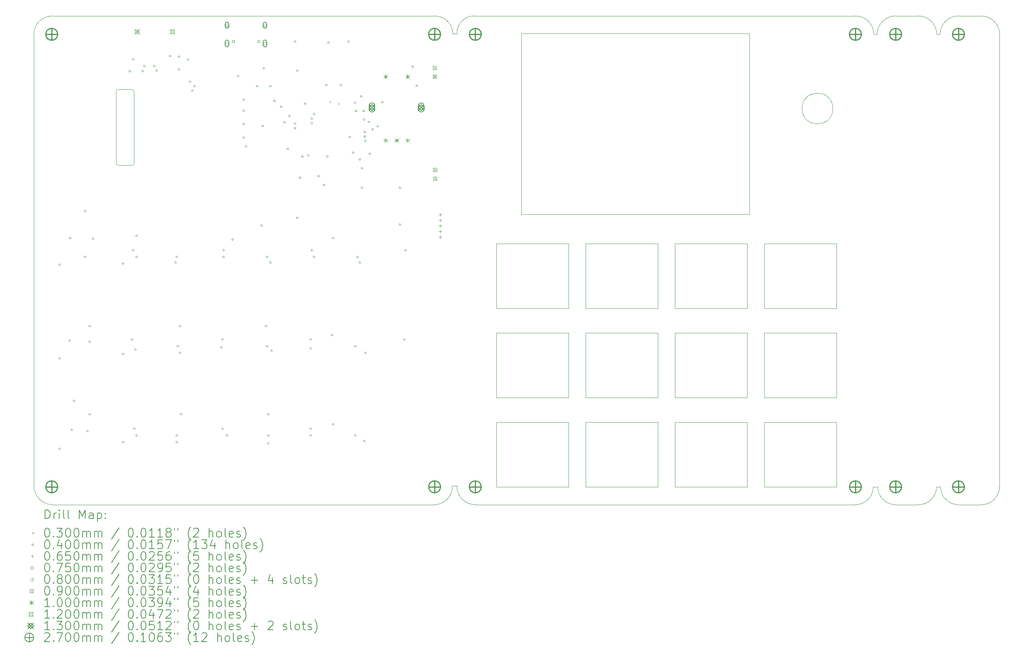
<source format=gbr>
%TF.GenerationSoftware,KiCad,Pcbnew,7.0.8*%
%TF.CreationDate,2023-12-04T11:10:42+01:00*%
%TF.ProjectId,scriptPad_PCB,73637269-7074-4506-9164-5f5043422e6b,rev?*%
%TF.SameCoordinates,Original*%
%TF.FileFunction,Drillmap*%
%TF.FilePolarity,Positive*%
%FSLAX45Y45*%
G04 Gerber Fmt 4.5, Leading zero omitted, Abs format (unit mm)*
G04 Created by KiCad (PCBNEW 7.0.8) date 2023-12-04 11:10:42*
%MOMM*%
%LPD*%
G01*
G04 APERTURE LIST*
%ADD10C,0.100000*%
%ADD11C,0.200000*%
%ADD12C,0.030000*%
%ADD13C,0.040000*%
%ADD14C,0.065000*%
%ADD15C,0.075000*%
%ADD16C,0.079999*%
%ADD17C,0.090000*%
%ADD18C,0.099999*%
%ADD19C,0.120000*%
%ADD20C,0.130002*%
%ADD21C,0.270000*%
G04 APERTURE END LIST*
D10*
X11544300Y-3987800D02*
X2870965Y-3988643D01*
X21539200Y-14706600D02*
X21640800Y-14706600D01*
X22979032Y-14706600D02*
X23071168Y-14706600D01*
X24413120Y-4406900D02*
X24409400Y-14706600D01*
X22982751Y-4406900D02*
X23058468Y-4406900D01*
X22047200Y-3987800D02*
X22563651Y-3987800D01*
X12458700Y-3987800D02*
X21132800Y-3987800D01*
X12484100Y-15113000D02*
X21132800Y-15113000D01*
X23071168Y-14706600D02*
G75*
G03*
X23477568Y-15113000I406400J0D01*
G01*
X24413120Y-4406900D02*
G75*
G03*
X23994020Y-3987800I-419100J0D01*
G01*
X24003000Y-15113000D02*
G75*
G03*
X24409400Y-14706600I0J406400D01*
G01*
X23477568Y-15113000D02*
X24003000Y-15113000D01*
X23477568Y-3987800D02*
G75*
G03*
X23058468Y-4406900I0J-419100D01*
G01*
X23477568Y-3987800D02*
X23994020Y-3987800D01*
X22047200Y-15113000D02*
X22572632Y-15113000D01*
X22982751Y-4406900D02*
G75*
G03*
X22563651Y-3987800I-419100J0D01*
G01*
X22572632Y-15113000D02*
G75*
G03*
X22979032Y-14706600I0J406400D01*
G01*
X21640800Y-14706600D02*
G75*
G03*
X22047200Y-15113000I406400J0D01*
G01*
X21551900Y-4406900D02*
X21628100Y-4406900D01*
X12065000Y-14681200D02*
X12065000Y-14693900D01*
X11963400Y-14681200D02*
X12065000Y-14681200D01*
X2870200Y-15113000D02*
X11557000Y-15113793D01*
X2438400Y-4394200D02*
X2438642Y-14677589D01*
X12065000Y-4394200D02*
X12065049Y-4380709D01*
X11976074Y-4393382D02*
X12065000Y-4394200D01*
X22047200Y-3987800D02*
G75*
G03*
X21628100Y-4406900I0J-419100D01*
G01*
X21551900Y-4406900D02*
G75*
G03*
X21132800Y-3987800I-419100J0D01*
G01*
X21132800Y-15113000D02*
G75*
G03*
X21539200Y-14706600I0J406400D01*
G01*
X12065000Y-14693900D02*
G75*
G03*
X12484100Y-15113000I419100J0D01*
G01*
X12458700Y-3987800D02*
G75*
G03*
X12065049Y-4380709I-371J-393280D01*
G01*
X11557000Y-15113793D02*
G75*
G03*
X11963400Y-14681200I-13096J419496D01*
G01*
X11976074Y-4393382D02*
G75*
G03*
X11544300Y-3987800I-418678J-13096D01*
G01*
X2870965Y-3988643D02*
G75*
G03*
X2438400Y-4394200I-13504J-419061D01*
G01*
X2438642Y-14677589D02*
G75*
G03*
X2870200Y-15113000I433485J-1927D01*
G01*
X19062700Y-11201400D02*
X20701000Y-11201400D01*
X20701000Y-12674600D01*
X19062700Y-12674600D01*
X19062700Y-11201400D01*
X4310881Y-7337079D02*
G75*
G03*
X4361679Y-7387879I50799J-1D01*
G01*
X19062700Y-9169400D02*
X20701000Y-9169400D01*
X20701000Y-10642600D01*
X19062700Y-10642600D01*
X19062700Y-9169400D01*
X17030700Y-11201400D02*
X18669000Y-11201400D01*
X18669000Y-12674600D01*
X17030700Y-12674600D01*
X17030700Y-11201400D01*
X14998700Y-13233400D02*
X16637000Y-13233400D01*
X16637000Y-14706600D01*
X14998700Y-14706600D01*
X14998700Y-13233400D01*
X4666479Y-7387879D02*
G75*
G03*
X4717279Y-7337079I1J50799D01*
G01*
X14998700Y-11201400D02*
X16637000Y-11201400D01*
X16637000Y-12674600D01*
X14998700Y-12674600D01*
X14998700Y-11201400D01*
X14998700Y-9169400D02*
X16637000Y-9169400D01*
X16637000Y-10642600D01*
X14998700Y-10642600D01*
X14998700Y-9169400D01*
X4361679Y-5660679D02*
G75*
G03*
X4310879Y-5711479I1J-50801D01*
G01*
X17030700Y-13233400D02*
X18669000Y-13233400D01*
X18669000Y-14706600D01*
X17030700Y-14706600D01*
X17030700Y-13233400D01*
X4361679Y-7387879D02*
X4666479Y-7387879D01*
X12966700Y-9169400D02*
X14605000Y-9169400D01*
X14605000Y-10642600D01*
X12966700Y-10642600D01*
X12966700Y-9169400D01*
X19062700Y-13233400D02*
X20701000Y-13233400D01*
X20701000Y-14706600D01*
X19062700Y-14706600D01*
X19062700Y-13233400D01*
X4717281Y-5711479D02*
G75*
G03*
X4666479Y-5660679I-50801J-1D01*
G01*
X12966700Y-11201400D02*
X14605000Y-11201400D01*
X14605000Y-12674600D01*
X12966700Y-12674600D01*
X12966700Y-11201400D01*
X13530200Y-4386580D02*
X18719800Y-4386580D01*
X18719800Y-8501380D01*
X13530200Y-8501380D01*
X13530200Y-4386580D01*
X17030700Y-9169400D02*
X18669000Y-9169400D01*
X18669000Y-10642600D01*
X17030700Y-10642600D01*
X17030700Y-9169400D01*
X4666479Y-5660679D02*
X4361679Y-5660679D01*
X12966700Y-13233400D02*
X14605000Y-13233400D01*
X14605000Y-14706600D01*
X12966700Y-14706600D01*
X12966700Y-13233400D01*
X4310879Y-5711479D02*
X4310879Y-7337079D01*
X4717279Y-7337079D02*
X4717279Y-5711479D01*
X20619536Y-6096000D02*
G75*
G03*
X20619536Y-6096000I-350336J0D01*
G01*
D11*
D12*
X9170650Y-5928600D02*
X9200650Y-5958600D01*
X9200650Y-5928600D02*
X9170650Y-5958600D01*
X9366706Y-5973859D02*
X9396706Y-6003859D01*
X9396706Y-5973859D02*
X9366706Y-6003859D01*
D13*
X3042600Y-9652000D02*
G75*
G03*
X3042600Y-9652000I-20000J0D01*
G01*
X3042600Y-11785600D02*
G75*
G03*
X3042600Y-11785600I-20000J0D01*
G01*
X3042600Y-13843000D02*
G75*
G03*
X3042600Y-13843000I-20000J0D01*
G01*
X3271200Y-11379200D02*
G75*
G03*
X3271200Y-11379200I-20000J0D01*
G01*
X3282850Y-9042400D02*
G75*
G03*
X3282850Y-9042400I-20000J0D01*
G01*
X3322000Y-13411200D02*
G75*
G03*
X3322000Y-13411200I-20000J0D01*
G01*
X3372800Y-12750800D02*
G75*
G03*
X3372800Y-12750800I-20000J0D01*
G01*
X3626800Y-8432800D02*
G75*
G03*
X3626800Y-8432800I-20000J0D01*
G01*
X3626800Y-9474200D02*
G75*
G03*
X3626800Y-9474200I-20000J0D01*
G01*
X3677600Y-13436600D02*
G75*
G03*
X3677600Y-13436600I-20000J0D01*
G01*
X3728400Y-11049000D02*
G75*
G03*
X3728400Y-11049000I-20000J0D01*
G01*
X3728400Y-11404600D02*
G75*
G03*
X3728400Y-11404600I-20000J0D01*
G01*
X3728400Y-13055600D02*
G75*
G03*
X3728400Y-13055600I-20000J0D01*
G01*
X3804600Y-9055100D02*
G75*
G03*
X3804600Y-9055100I-20000J0D01*
G01*
X4490400Y-9626600D02*
G75*
G03*
X4490400Y-9626600I-20000J0D01*
G01*
X4490400Y-11684000D02*
G75*
G03*
X4490400Y-11684000I-20000J0D01*
G01*
X4490400Y-13690600D02*
G75*
G03*
X4490400Y-13690600I-20000J0D01*
G01*
X4642800Y-5245100D02*
G75*
G03*
X4642800Y-5245100I-20000J0D01*
G01*
X4693600Y-11353800D02*
G75*
G03*
X4693600Y-11353800I-20000J0D01*
G01*
X4719000Y-4978400D02*
G75*
G03*
X4719000Y-4978400I-20000J0D01*
G01*
X4719000Y-9321800D02*
G75*
G03*
X4719000Y-9321800I-20000J0D01*
G01*
X4744400Y-13385800D02*
G75*
G03*
X4744400Y-13385800I-20000J0D01*
G01*
X4769800Y-11582400D02*
G75*
G03*
X4769800Y-11582400I-20000J0D01*
G01*
X4795200Y-8991600D02*
G75*
G03*
X4795200Y-8991600I-20000J0D01*
G01*
X4795200Y-9474200D02*
G75*
G03*
X4795200Y-9474200I-20000J0D01*
G01*
X4795200Y-13538200D02*
G75*
G03*
X4795200Y-13538200I-20000J0D01*
G01*
X4934900Y-5245100D02*
G75*
G03*
X4934900Y-5245100I-20000J0D01*
G01*
X4973000Y-5130800D02*
G75*
G03*
X4973000Y-5130800I-20000J0D01*
G01*
X5201600Y-5130800D02*
G75*
G03*
X5201600Y-5130800I-20000J0D01*
G01*
X5252400Y-5232400D02*
G75*
G03*
X5252400Y-5232400I-20000J0D01*
G01*
X5557200Y-4902200D02*
G75*
G03*
X5557200Y-4902200I-20000J0D01*
G01*
X5684200Y-9601200D02*
G75*
G03*
X5684200Y-9601200I-20000J0D01*
G01*
X5709600Y-9474200D02*
G75*
G03*
X5709600Y-9474200I-20000J0D01*
G01*
X5709600Y-13538200D02*
G75*
G03*
X5709600Y-13538200I-20000J0D01*
G01*
X5709600Y-13690600D02*
G75*
G03*
X5709600Y-13690600I-20000J0D01*
G01*
X5735000Y-11506200D02*
G75*
G03*
X5735000Y-11506200I-20000J0D01*
G01*
X5760400Y-4914900D02*
G75*
G03*
X5760400Y-4914900I-20000J0D01*
G01*
X5760400Y-5207000D02*
G75*
G03*
X5760400Y-5207000I-20000J0D01*
G01*
X5785800Y-11049000D02*
G75*
G03*
X5785800Y-11049000I-20000J0D01*
G01*
X5785800Y-11658600D02*
G75*
G03*
X5785800Y-11658600I-20000J0D01*
G01*
X5811200Y-13055600D02*
G75*
G03*
X5811200Y-13055600I-20000J0D01*
G01*
X5963600Y-4978400D02*
G75*
G03*
X5963600Y-4978400I-20000J0D01*
G01*
X6014400Y-5486400D02*
G75*
G03*
X6014400Y-5486400I-20000J0D01*
G01*
X6065200Y-5689600D02*
G75*
G03*
X6065200Y-5689600I-20000J0D01*
G01*
X6116000Y-5588000D02*
G75*
G03*
X6116000Y-5588000I-20000J0D01*
G01*
X6725600Y-11531600D02*
G75*
G03*
X6725600Y-11531600I-20000J0D01*
G01*
X6749800Y-13387000D02*
G75*
G03*
X6749800Y-13387000I-20000J0D01*
G01*
X6751000Y-11353800D02*
G75*
G03*
X6751000Y-11353800I-20000J0D01*
G01*
X6776400Y-9321800D02*
G75*
G03*
X6776400Y-9321800I-20000J0D01*
G01*
X6776400Y-9474200D02*
G75*
G03*
X6776400Y-9474200I-20000J0D01*
G01*
X6852600Y-13538200D02*
G75*
G03*
X6852600Y-13538200I-20000J0D01*
G01*
X6979600Y-9079450D02*
G75*
G03*
X6979600Y-9079450I-20000J0D01*
G01*
X7106600Y-5359400D02*
G75*
G03*
X7106600Y-5359400I-20000J0D01*
G01*
X7233600Y-5892800D02*
G75*
G03*
X7233600Y-5892800I-20000J0D01*
G01*
X7233600Y-6146800D02*
G75*
G03*
X7233600Y-6146800I-20000J0D01*
G01*
X7233600Y-6451600D02*
G75*
G03*
X7233600Y-6451600I-20000J0D01*
G01*
X7233600Y-6756400D02*
G75*
G03*
X7233600Y-6756400I-20000J0D01*
G01*
X7284400Y-6959600D02*
G75*
G03*
X7284400Y-6959600I-20000J0D01*
G01*
X7538400Y-5588000D02*
G75*
G03*
X7538400Y-5588000I-20000J0D01*
G01*
X7640000Y-8763000D02*
G75*
G03*
X7640000Y-8763000I-20000J0D01*
G01*
X7665400Y-6489700D02*
G75*
G03*
X7665400Y-6489700I-20000J0D01*
G01*
X7690800Y-5181600D02*
G75*
G03*
X7690800Y-5181600I-20000J0D01*
G01*
X7741600Y-11049000D02*
G75*
G03*
X7741600Y-11049000I-20000J0D01*
G01*
X7767000Y-9474200D02*
G75*
G03*
X7767000Y-9474200I-20000J0D01*
G01*
X7767000Y-11506200D02*
G75*
G03*
X7767000Y-11506200I-20000J0D01*
G01*
X7792400Y-13055600D02*
G75*
G03*
X7792400Y-13055600I-20000J0D01*
G01*
X7792400Y-13538200D02*
G75*
G03*
X7792400Y-13538200I-20000J0D01*
G01*
X7792400Y-13716000D02*
G75*
G03*
X7792400Y-13716000I-20000J0D01*
G01*
X7843200Y-5588000D02*
G75*
G03*
X7843200Y-5588000I-20000J0D01*
G01*
X7843200Y-9601200D02*
G75*
G03*
X7843200Y-9601200I-20000J0D01*
G01*
X7868600Y-11607800D02*
G75*
G03*
X7868600Y-11607800I-20000J0D01*
G01*
X7932100Y-5918200D02*
G75*
G03*
X7932100Y-5918200I-20000J0D01*
G01*
X8084500Y-6057900D02*
G75*
G03*
X8084500Y-6057900I-20000J0D01*
G01*
X8160700Y-6413500D02*
G75*
G03*
X8160700Y-6413500I-20000J0D01*
G01*
X8239145Y-7012645D02*
G75*
G03*
X8239145Y-7012645I-20000J0D01*
G01*
X8275000Y-6261100D02*
G75*
G03*
X8275000Y-6261100I-20000J0D01*
G01*
X8402000Y-4572000D02*
G75*
G03*
X8402000Y-4572000I-20000J0D01*
G01*
X8402000Y-6540500D02*
G75*
G03*
X8402000Y-6540500I-20000J0D01*
G01*
X8404059Y-6436841D02*
G75*
G03*
X8404059Y-6436841I-20000J0D01*
G01*
X8452800Y-5232400D02*
G75*
G03*
X8452800Y-5232400I-20000J0D01*
G01*
X8452800Y-8585200D02*
G75*
G03*
X8452800Y-8585200I-20000J0D01*
G01*
X8516300Y-7670800D02*
G75*
G03*
X8516300Y-7670800I-20000J0D01*
G01*
X8567100Y-7188200D02*
G75*
G03*
X8567100Y-7188200I-20000J0D01*
G01*
X8630600Y-5981700D02*
G75*
G03*
X8630600Y-5981700I-20000J0D01*
G01*
X8706800Y-7162800D02*
G75*
G03*
X8706800Y-7162800I-20000J0D01*
G01*
X8757600Y-11353800D02*
G75*
G03*
X8757600Y-11353800I-20000J0D01*
G01*
X8757600Y-11557000D02*
G75*
G03*
X8757600Y-11557000I-20000J0D01*
G01*
X8757600Y-13385800D02*
G75*
G03*
X8757600Y-13385800I-20000J0D01*
G01*
X8757600Y-13538200D02*
G75*
G03*
X8757600Y-13538200I-20000J0D01*
G01*
X8783000Y-6324600D02*
G75*
G03*
X8783000Y-6324600I-20000J0D01*
G01*
X8783000Y-6428650D02*
G75*
G03*
X8783000Y-6428650I-20000J0D01*
G01*
X8783000Y-9321800D02*
G75*
G03*
X8783000Y-9321800I-20000J0D01*
G01*
X8833800Y-6223000D02*
G75*
G03*
X8833800Y-6223000I-20000J0D01*
G01*
X8833800Y-9474200D02*
G75*
G03*
X8833800Y-9474200I-20000J0D01*
G01*
X8935400Y-7632700D02*
G75*
G03*
X8935400Y-7632700I-20000J0D01*
G01*
X9062400Y-7835900D02*
G75*
G03*
X9062400Y-7835900I-20000J0D01*
G01*
X9113200Y-5562600D02*
G75*
G03*
X9113200Y-5562600I-20000J0D01*
G01*
X9138600Y-7188200D02*
G75*
G03*
X9138600Y-7188200I-20000J0D01*
G01*
X9164000Y-4597400D02*
G75*
G03*
X9164000Y-4597400I-20000J0D01*
G01*
X9240200Y-11252200D02*
G75*
G03*
X9240200Y-11252200I-20000J0D01*
G01*
X9265600Y-9044450D02*
G75*
G03*
X9265600Y-9044450I-20000J0D01*
G01*
X9265600Y-13284200D02*
G75*
G03*
X9265600Y-13284200I-20000J0D01*
G01*
X9443400Y-5562600D02*
G75*
G03*
X9443400Y-5562600I-20000J0D01*
G01*
X9621200Y-4572000D02*
G75*
G03*
X9621200Y-4572000I-20000J0D01*
G01*
X9646600Y-6743700D02*
G75*
G03*
X9646600Y-6743700I-20000J0D01*
G01*
X9722800Y-7099300D02*
G75*
G03*
X9722800Y-7099300I-20000J0D01*
G01*
X9765470Y-5960870D02*
G75*
G03*
X9765470Y-5960870I-20000J0D01*
G01*
X9773600Y-11506200D02*
G75*
G03*
X9773600Y-11506200I-20000J0D01*
G01*
X9773600Y-13538200D02*
G75*
G03*
X9773600Y-13538200I-20000J0D01*
G01*
X9786300Y-6146800D02*
G75*
G03*
X9786300Y-6146800I-20000J0D01*
G01*
X9824400Y-9474200D02*
G75*
G03*
X9824400Y-9474200I-20000J0D01*
G01*
X9875200Y-7255250D02*
G75*
G03*
X9875200Y-7255250I-20000J0D01*
G01*
X9875200Y-9601200D02*
G75*
G03*
X9875200Y-9601200I-20000J0D01*
G01*
X9904891Y-5820891D02*
G75*
G03*
X9904891Y-5820891I-20000J0D01*
G01*
X9926000Y-7454900D02*
G75*
G03*
X9926000Y-7454900I-20000J0D01*
G01*
X9926000Y-7899400D02*
G75*
G03*
X9926000Y-7899400I-20000J0D01*
G01*
X9965150Y-6146800D02*
G75*
G03*
X9965150Y-6146800I-20000J0D01*
G01*
X9976800Y-6350000D02*
G75*
G03*
X9976800Y-6350000I-20000J0D01*
G01*
X9976800Y-13665200D02*
G75*
G03*
X9976800Y-13665200I-20000J0D01*
G01*
X9989500Y-6629400D02*
G75*
G03*
X9989500Y-6629400I-20000J0D01*
G01*
X9989500Y-6731000D02*
G75*
G03*
X9989500Y-6731000I-20000J0D01*
G01*
X10002200Y-6832600D02*
G75*
G03*
X10002200Y-6832600I-20000J0D01*
G01*
X10002200Y-11658600D02*
G75*
G03*
X10002200Y-11658600I-20000J0D01*
G01*
X10078400Y-6400800D02*
G75*
G03*
X10078400Y-6400800I-20000J0D01*
G01*
X10103800Y-7124700D02*
G75*
G03*
X10103800Y-7124700I-20000J0D01*
G01*
X10166400Y-6569450D02*
G75*
G03*
X10166400Y-6569450I-20000J0D01*
G01*
X10281600Y-6502400D02*
G75*
G03*
X10281600Y-6502400I-20000J0D01*
G01*
X10391221Y-5951829D02*
G75*
G03*
X10391221Y-5951829I-20000J0D01*
G01*
X10789600Y-7899400D02*
G75*
G03*
X10789600Y-7899400I-20000J0D01*
G01*
X10789600Y-8737600D02*
G75*
G03*
X10789600Y-8737600I-20000J0D01*
G01*
X10891200Y-11353800D02*
G75*
G03*
X10891200Y-11353800I-20000J0D01*
G01*
X10916600Y-9321800D02*
G75*
G03*
X10916600Y-9321800I-20000J0D01*
G01*
X11081700Y-5143500D02*
G75*
G03*
X11081700Y-5143500I-20000J0D01*
G01*
X11170600Y-5575300D02*
G75*
G03*
X11170600Y-5575300I-20000J0D01*
G01*
D14*
X11684000Y-8476500D02*
X11684000Y-8541500D01*
X11651500Y-8509000D02*
X11716500Y-8509000D01*
X11684000Y-8603500D02*
X11684000Y-8668500D01*
X11651500Y-8636000D02*
X11716500Y-8636000D01*
X11684000Y-8730500D02*
X11684000Y-8795500D01*
X11651500Y-8763000D02*
X11716500Y-8763000D01*
X11684000Y-8857500D02*
X11684000Y-8922500D01*
X11651500Y-8890000D02*
X11716500Y-8890000D01*
X11684000Y-8984500D02*
X11684000Y-9049500D01*
X11651500Y-9017000D02*
X11716500Y-9017000D01*
D15*
X7000917Y-4592517D02*
X7000917Y-4539483D01*
X6947883Y-4539483D01*
X6947883Y-4592517D01*
X7000917Y-4592517D01*
X7580917Y-4592517D02*
X7580917Y-4539483D01*
X7527883Y-4539483D01*
X7527883Y-4592517D01*
X7580917Y-4592517D01*
D16*
X6831400Y-4238000D02*
X6871400Y-4198000D01*
X6831400Y-4158000D01*
X6791400Y-4198000D01*
X6831400Y-4238000D01*
D11*
X6791400Y-4168000D02*
X6791400Y-4228000D01*
X6791400Y-4228000D02*
G75*
G03*
X6871400Y-4228000I40000J0D01*
G01*
X6871400Y-4228000D02*
X6871400Y-4168000D01*
X6871400Y-4168000D02*
G75*
G03*
X6791400Y-4168000I-40000J0D01*
G01*
D16*
X6831400Y-4656000D02*
X6871400Y-4616000D01*
X6831400Y-4576000D01*
X6791400Y-4616000D01*
X6831400Y-4656000D01*
D11*
X6791400Y-4575999D02*
X6791400Y-4656001D01*
X6791400Y-4656001D02*
G75*
G03*
X6871400Y-4656001I40000J0D01*
G01*
X6871400Y-4656001D02*
X6871400Y-4575999D01*
X6871400Y-4575999D02*
G75*
G03*
X6791400Y-4575999I-40000J0D01*
G01*
D16*
X7697400Y-4238000D02*
X7737400Y-4198000D01*
X7697400Y-4158000D01*
X7657400Y-4198000D01*
X7697400Y-4238000D01*
D11*
X7657400Y-4168000D02*
X7657400Y-4228000D01*
X7657400Y-4228000D02*
G75*
G03*
X7737400Y-4228000I40000J0D01*
G01*
X7737400Y-4228000D02*
X7737400Y-4168000D01*
X7737400Y-4168000D02*
G75*
G03*
X7657400Y-4168000I-40000J0D01*
G01*
D16*
X7697400Y-4656000D02*
X7737400Y-4616000D01*
X7697400Y-4576000D01*
X7657400Y-4616000D01*
X7697400Y-4656000D01*
D11*
X7657400Y-4576001D02*
X7657400Y-4655999D01*
X7657400Y-4655999D02*
G75*
G03*
X7737400Y-4655999I40000J0D01*
G01*
X7737400Y-4655999D02*
X7737400Y-4576001D01*
X7737400Y-4576001D02*
G75*
G03*
X7657400Y-4576001I-40000J0D01*
G01*
D17*
X11515450Y-5125500D02*
X11605450Y-5215500D01*
X11605450Y-5125500D02*
X11515450Y-5215500D01*
X11605450Y-5170500D02*
G75*
G03*
X11605450Y-5170500I-45000J0D01*
G01*
X11515450Y-5325500D02*
X11605450Y-5415500D01*
X11605450Y-5325500D02*
X11515450Y-5415500D01*
X11605450Y-5370500D02*
G75*
G03*
X11605450Y-5370500I-45000J0D01*
G01*
X11524700Y-7448000D02*
X11614700Y-7538000D01*
X11614700Y-7448000D02*
X11524700Y-7538000D01*
X11614700Y-7493000D02*
G75*
G03*
X11614700Y-7493000I-45000J0D01*
G01*
X11524700Y-7648000D02*
X11614700Y-7738000D01*
X11614700Y-7648000D02*
X11524700Y-7738000D01*
X11614700Y-7693000D02*
G75*
G03*
X11614700Y-7693000I-45000J0D01*
G01*
D18*
X10393400Y-5321000D02*
X10493400Y-5421000D01*
X10493400Y-5321000D02*
X10393400Y-5421000D01*
X10443400Y-5321000D02*
X10443400Y-5421000D01*
X10393400Y-5371000D02*
X10493400Y-5371000D01*
X10393400Y-6771000D02*
X10493400Y-6871000D01*
X10493400Y-6771000D02*
X10393400Y-6871000D01*
X10443400Y-6771000D02*
X10443400Y-6871000D01*
X10393400Y-6821000D02*
X10493400Y-6821000D01*
X10643400Y-6771000D02*
X10743400Y-6871000D01*
X10743400Y-6771000D02*
X10643400Y-6871000D01*
X10693400Y-6771000D02*
X10693400Y-6871000D01*
X10643400Y-6821000D02*
X10743400Y-6821000D01*
X10893400Y-5321000D02*
X10993400Y-5421000D01*
X10993400Y-5321000D02*
X10893400Y-5421000D01*
X10943400Y-5321000D02*
X10943400Y-5421000D01*
X10893400Y-5371000D02*
X10993400Y-5371000D01*
X10893400Y-6771000D02*
X10993400Y-6871000D01*
X10993400Y-6771000D02*
X10893400Y-6871000D01*
X10943400Y-6771000D02*
X10943400Y-6871000D01*
X10893400Y-6821000D02*
X10993400Y-6821000D01*
D19*
X4728000Y-4283400D02*
X4848000Y-4403400D01*
X4848000Y-4283400D02*
X4728000Y-4403400D01*
X4830427Y-4385827D02*
X4830427Y-4300973D01*
X4745573Y-4300973D01*
X4745573Y-4385827D01*
X4830427Y-4385827D01*
X5528000Y-4283400D02*
X5648000Y-4403400D01*
X5648000Y-4283400D02*
X5528000Y-4403400D01*
X5630427Y-4385827D02*
X5630427Y-4300973D01*
X5545573Y-4300973D01*
X5545573Y-4385827D01*
X5630427Y-4385827D01*
D20*
X10068399Y-6005999D02*
X10198401Y-6136001D01*
X10198401Y-6005999D02*
X10068399Y-6136001D01*
X10133400Y-6136001D02*
X10198401Y-6071000D01*
X10133400Y-6005999D01*
X10068399Y-6071000D01*
X10133400Y-6136001D01*
D11*
X10198401Y-6110999D02*
X10198401Y-6031001D01*
X10198401Y-6031001D02*
G75*
G03*
X10068399Y-6031001I-65001J0D01*
G01*
X10068399Y-6031001D02*
X10068399Y-6110999D01*
X10068399Y-6110999D02*
G75*
G03*
X10198401Y-6110999I65001J0D01*
G01*
D20*
X11188399Y-6005999D02*
X11318401Y-6136001D01*
X11318401Y-6005999D02*
X11188399Y-6136001D01*
X11253400Y-6136001D02*
X11318401Y-6071000D01*
X11253400Y-6005999D01*
X11188399Y-6071000D01*
X11253400Y-6136001D01*
D11*
X11318401Y-6110999D02*
X11318401Y-6031001D01*
X11318401Y-6031001D02*
G75*
G03*
X11188399Y-6031001I-65001J0D01*
G01*
X11188399Y-6031001D02*
X11188399Y-6110999D01*
X11188399Y-6110999D02*
G75*
G03*
X11318401Y-6110999I65001J0D01*
G01*
D21*
X2844800Y-4271900D02*
X2844800Y-4541900D01*
X2709800Y-4406900D02*
X2979800Y-4406900D01*
X2979800Y-4406900D02*
G75*
G03*
X2979800Y-4406900I-135000J0D01*
G01*
X2844800Y-14571600D02*
X2844800Y-14841600D01*
X2709800Y-14706600D02*
X2979800Y-14706600D01*
X2979800Y-14706600D02*
G75*
G03*
X2979800Y-14706600I-135000J0D01*
G01*
X11557000Y-4271900D02*
X11557000Y-4541900D01*
X11422000Y-4406900D02*
X11692000Y-4406900D01*
X11692000Y-4406900D02*
G75*
G03*
X11692000Y-4406900I-135000J0D01*
G01*
X11557000Y-14571600D02*
X11557000Y-14841600D01*
X11422000Y-14706600D02*
X11692000Y-14706600D01*
X11692000Y-14706600D02*
G75*
G03*
X11692000Y-14706600I-135000J0D01*
G01*
X12484100Y-4271900D02*
X12484100Y-4541900D01*
X12349100Y-4406900D02*
X12619100Y-4406900D01*
X12619100Y-4406900D02*
G75*
G03*
X12619100Y-4406900I-135000J0D01*
G01*
X12484100Y-14571600D02*
X12484100Y-14841600D01*
X12349100Y-14706600D02*
X12619100Y-14706600D01*
X12619100Y-14706600D02*
G75*
G03*
X12619100Y-14706600I-135000J0D01*
G01*
X21132800Y-4271900D02*
X21132800Y-4541900D01*
X20997800Y-4406900D02*
X21267800Y-4406900D01*
X21267800Y-4406900D02*
G75*
G03*
X21267800Y-4406900I-135000J0D01*
G01*
X21132800Y-14571600D02*
X21132800Y-14841600D01*
X20997800Y-14706600D02*
X21267800Y-14706600D01*
X21267800Y-14706600D02*
G75*
G03*
X21267800Y-14706600I-135000J0D01*
G01*
X22047200Y-4271900D02*
X22047200Y-4541900D01*
X21912200Y-4406900D02*
X22182200Y-4406900D01*
X22182200Y-4406900D02*
G75*
G03*
X22182200Y-4406900I-135000J0D01*
G01*
X22047200Y-14571600D02*
X22047200Y-14841600D01*
X21912200Y-14706600D02*
X22182200Y-14706600D01*
X22182200Y-14706600D02*
G75*
G03*
X22182200Y-14706600I-135000J0D01*
G01*
X23477568Y-4271900D02*
X23477568Y-4541900D01*
X23342568Y-4406900D02*
X23612568Y-4406900D01*
X23612568Y-4406900D02*
G75*
G03*
X23612568Y-4406900I-135000J0D01*
G01*
X23477568Y-14571600D02*
X23477568Y-14841600D01*
X23342568Y-14706600D02*
X23612568Y-14706600D01*
X23612568Y-14706600D02*
G75*
G03*
X23612568Y-14706600I-135000J0D01*
G01*
D11*
X2694177Y-15430277D02*
X2694177Y-15230277D01*
X2694177Y-15230277D02*
X2741796Y-15230277D01*
X2741796Y-15230277D02*
X2770367Y-15239800D01*
X2770367Y-15239800D02*
X2789415Y-15258848D01*
X2789415Y-15258848D02*
X2798939Y-15277896D01*
X2798939Y-15277896D02*
X2808462Y-15315991D01*
X2808462Y-15315991D02*
X2808462Y-15344562D01*
X2808462Y-15344562D02*
X2798939Y-15382658D01*
X2798939Y-15382658D02*
X2789415Y-15401705D01*
X2789415Y-15401705D02*
X2770367Y-15420753D01*
X2770367Y-15420753D02*
X2741796Y-15430277D01*
X2741796Y-15430277D02*
X2694177Y-15430277D01*
X2894177Y-15430277D02*
X2894177Y-15296943D01*
X2894177Y-15335039D02*
X2903701Y-15315991D01*
X2903701Y-15315991D02*
X2913224Y-15306467D01*
X2913224Y-15306467D02*
X2932272Y-15296943D01*
X2932272Y-15296943D02*
X2951320Y-15296943D01*
X3017986Y-15430277D02*
X3017986Y-15296943D01*
X3017986Y-15230277D02*
X3008462Y-15239800D01*
X3008462Y-15239800D02*
X3017986Y-15249324D01*
X3017986Y-15249324D02*
X3027510Y-15239800D01*
X3027510Y-15239800D02*
X3017986Y-15230277D01*
X3017986Y-15230277D02*
X3017986Y-15249324D01*
X3141796Y-15430277D02*
X3122748Y-15420753D01*
X3122748Y-15420753D02*
X3113224Y-15401705D01*
X3113224Y-15401705D02*
X3113224Y-15230277D01*
X3246558Y-15430277D02*
X3227510Y-15420753D01*
X3227510Y-15420753D02*
X3217986Y-15401705D01*
X3217986Y-15401705D02*
X3217986Y-15230277D01*
X3475129Y-15430277D02*
X3475129Y-15230277D01*
X3475129Y-15230277D02*
X3541796Y-15373134D01*
X3541796Y-15373134D02*
X3608462Y-15230277D01*
X3608462Y-15230277D02*
X3608462Y-15430277D01*
X3789415Y-15430277D02*
X3789415Y-15325515D01*
X3789415Y-15325515D02*
X3779891Y-15306467D01*
X3779891Y-15306467D02*
X3760843Y-15296943D01*
X3760843Y-15296943D02*
X3722748Y-15296943D01*
X3722748Y-15296943D02*
X3703701Y-15306467D01*
X3789415Y-15420753D02*
X3770367Y-15430277D01*
X3770367Y-15430277D02*
X3722748Y-15430277D01*
X3722748Y-15430277D02*
X3703701Y-15420753D01*
X3703701Y-15420753D02*
X3694177Y-15401705D01*
X3694177Y-15401705D02*
X3694177Y-15382658D01*
X3694177Y-15382658D02*
X3703701Y-15363610D01*
X3703701Y-15363610D02*
X3722748Y-15354086D01*
X3722748Y-15354086D02*
X3770367Y-15354086D01*
X3770367Y-15354086D02*
X3789415Y-15344562D01*
X3884653Y-15296943D02*
X3884653Y-15496943D01*
X3884653Y-15306467D02*
X3903701Y-15296943D01*
X3903701Y-15296943D02*
X3941796Y-15296943D01*
X3941796Y-15296943D02*
X3960843Y-15306467D01*
X3960843Y-15306467D02*
X3970367Y-15315991D01*
X3970367Y-15315991D02*
X3979891Y-15335039D01*
X3979891Y-15335039D02*
X3979891Y-15392181D01*
X3979891Y-15392181D02*
X3970367Y-15411229D01*
X3970367Y-15411229D02*
X3960843Y-15420753D01*
X3960843Y-15420753D02*
X3941796Y-15430277D01*
X3941796Y-15430277D02*
X3903701Y-15430277D01*
X3903701Y-15430277D02*
X3884653Y-15420753D01*
X4065605Y-15411229D02*
X4075129Y-15420753D01*
X4075129Y-15420753D02*
X4065605Y-15430277D01*
X4065605Y-15430277D02*
X4056082Y-15420753D01*
X4056082Y-15420753D02*
X4065605Y-15411229D01*
X4065605Y-15411229D02*
X4065605Y-15430277D01*
X4065605Y-15306467D02*
X4075129Y-15315991D01*
X4075129Y-15315991D02*
X4065605Y-15325515D01*
X4065605Y-15325515D02*
X4056082Y-15315991D01*
X4056082Y-15315991D02*
X4065605Y-15306467D01*
X4065605Y-15306467D02*
X4065605Y-15325515D01*
D12*
X2403400Y-15743793D02*
X2433400Y-15773793D01*
X2433400Y-15743793D02*
X2403400Y-15773793D01*
D11*
X2732272Y-15650277D02*
X2751320Y-15650277D01*
X2751320Y-15650277D02*
X2770367Y-15659800D01*
X2770367Y-15659800D02*
X2779891Y-15669324D01*
X2779891Y-15669324D02*
X2789415Y-15688372D01*
X2789415Y-15688372D02*
X2798939Y-15726467D01*
X2798939Y-15726467D02*
X2798939Y-15774086D01*
X2798939Y-15774086D02*
X2789415Y-15812181D01*
X2789415Y-15812181D02*
X2779891Y-15831229D01*
X2779891Y-15831229D02*
X2770367Y-15840753D01*
X2770367Y-15840753D02*
X2751320Y-15850277D01*
X2751320Y-15850277D02*
X2732272Y-15850277D01*
X2732272Y-15850277D02*
X2713224Y-15840753D01*
X2713224Y-15840753D02*
X2703701Y-15831229D01*
X2703701Y-15831229D02*
X2694177Y-15812181D01*
X2694177Y-15812181D02*
X2684653Y-15774086D01*
X2684653Y-15774086D02*
X2684653Y-15726467D01*
X2684653Y-15726467D02*
X2694177Y-15688372D01*
X2694177Y-15688372D02*
X2703701Y-15669324D01*
X2703701Y-15669324D02*
X2713224Y-15659800D01*
X2713224Y-15659800D02*
X2732272Y-15650277D01*
X2884653Y-15831229D02*
X2894177Y-15840753D01*
X2894177Y-15840753D02*
X2884653Y-15850277D01*
X2884653Y-15850277D02*
X2875129Y-15840753D01*
X2875129Y-15840753D02*
X2884653Y-15831229D01*
X2884653Y-15831229D02*
X2884653Y-15850277D01*
X2960843Y-15650277D02*
X3084653Y-15650277D01*
X3084653Y-15650277D02*
X3017986Y-15726467D01*
X3017986Y-15726467D02*
X3046558Y-15726467D01*
X3046558Y-15726467D02*
X3065605Y-15735991D01*
X3065605Y-15735991D02*
X3075129Y-15745515D01*
X3075129Y-15745515D02*
X3084653Y-15764562D01*
X3084653Y-15764562D02*
X3084653Y-15812181D01*
X3084653Y-15812181D02*
X3075129Y-15831229D01*
X3075129Y-15831229D02*
X3065605Y-15840753D01*
X3065605Y-15840753D02*
X3046558Y-15850277D01*
X3046558Y-15850277D02*
X2989415Y-15850277D01*
X2989415Y-15850277D02*
X2970367Y-15840753D01*
X2970367Y-15840753D02*
X2960843Y-15831229D01*
X3208462Y-15650277D02*
X3227510Y-15650277D01*
X3227510Y-15650277D02*
X3246558Y-15659800D01*
X3246558Y-15659800D02*
X3256082Y-15669324D01*
X3256082Y-15669324D02*
X3265605Y-15688372D01*
X3265605Y-15688372D02*
X3275129Y-15726467D01*
X3275129Y-15726467D02*
X3275129Y-15774086D01*
X3275129Y-15774086D02*
X3265605Y-15812181D01*
X3265605Y-15812181D02*
X3256082Y-15831229D01*
X3256082Y-15831229D02*
X3246558Y-15840753D01*
X3246558Y-15840753D02*
X3227510Y-15850277D01*
X3227510Y-15850277D02*
X3208462Y-15850277D01*
X3208462Y-15850277D02*
X3189415Y-15840753D01*
X3189415Y-15840753D02*
X3179891Y-15831229D01*
X3179891Y-15831229D02*
X3170367Y-15812181D01*
X3170367Y-15812181D02*
X3160843Y-15774086D01*
X3160843Y-15774086D02*
X3160843Y-15726467D01*
X3160843Y-15726467D02*
X3170367Y-15688372D01*
X3170367Y-15688372D02*
X3179891Y-15669324D01*
X3179891Y-15669324D02*
X3189415Y-15659800D01*
X3189415Y-15659800D02*
X3208462Y-15650277D01*
X3398939Y-15650277D02*
X3417986Y-15650277D01*
X3417986Y-15650277D02*
X3437034Y-15659800D01*
X3437034Y-15659800D02*
X3446558Y-15669324D01*
X3446558Y-15669324D02*
X3456082Y-15688372D01*
X3456082Y-15688372D02*
X3465605Y-15726467D01*
X3465605Y-15726467D02*
X3465605Y-15774086D01*
X3465605Y-15774086D02*
X3456082Y-15812181D01*
X3456082Y-15812181D02*
X3446558Y-15831229D01*
X3446558Y-15831229D02*
X3437034Y-15840753D01*
X3437034Y-15840753D02*
X3417986Y-15850277D01*
X3417986Y-15850277D02*
X3398939Y-15850277D01*
X3398939Y-15850277D02*
X3379891Y-15840753D01*
X3379891Y-15840753D02*
X3370367Y-15831229D01*
X3370367Y-15831229D02*
X3360843Y-15812181D01*
X3360843Y-15812181D02*
X3351320Y-15774086D01*
X3351320Y-15774086D02*
X3351320Y-15726467D01*
X3351320Y-15726467D02*
X3360843Y-15688372D01*
X3360843Y-15688372D02*
X3370367Y-15669324D01*
X3370367Y-15669324D02*
X3379891Y-15659800D01*
X3379891Y-15659800D02*
X3398939Y-15650277D01*
X3551320Y-15850277D02*
X3551320Y-15716943D01*
X3551320Y-15735991D02*
X3560843Y-15726467D01*
X3560843Y-15726467D02*
X3579891Y-15716943D01*
X3579891Y-15716943D02*
X3608463Y-15716943D01*
X3608463Y-15716943D02*
X3627510Y-15726467D01*
X3627510Y-15726467D02*
X3637034Y-15745515D01*
X3637034Y-15745515D02*
X3637034Y-15850277D01*
X3637034Y-15745515D02*
X3646558Y-15726467D01*
X3646558Y-15726467D02*
X3665605Y-15716943D01*
X3665605Y-15716943D02*
X3694177Y-15716943D01*
X3694177Y-15716943D02*
X3713224Y-15726467D01*
X3713224Y-15726467D02*
X3722748Y-15745515D01*
X3722748Y-15745515D02*
X3722748Y-15850277D01*
X3817986Y-15850277D02*
X3817986Y-15716943D01*
X3817986Y-15735991D02*
X3827510Y-15726467D01*
X3827510Y-15726467D02*
X3846558Y-15716943D01*
X3846558Y-15716943D02*
X3875129Y-15716943D01*
X3875129Y-15716943D02*
X3894177Y-15726467D01*
X3894177Y-15726467D02*
X3903701Y-15745515D01*
X3903701Y-15745515D02*
X3903701Y-15850277D01*
X3903701Y-15745515D02*
X3913224Y-15726467D01*
X3913224Y-15726467D02*
X3932272Y-15716943D01*
X3932272Y-15716943D02*
X3960843Y-15716943D01*
X3960843Y-15716943D02*
X3979891Y-15726467D01*
X3979891Y-15726467D02*
X3989415Y-15745515D01*
X3989415Y-15745515D02*
X3989415Y-15850277D01*
X4379891Y-15640753D02*
X4208463Y-15897896D01*
X4637034Y-15650277D02*
X4656082Y-15650277D01*
X4656082Y-15650277D02*
X4675129Y-15659800D01*
X4675129Y-15659800D02*
X4684653Y-15669324D01*
X4684653Y-15669324D02*
X4694177Y-15688372D01*
X4694177Y-15688372D02*
X4703701Y-15726467D01*
X4703701Y-15726467D02*
X4703701Y-15774086D01*
X4703701Y-15774086D02*
X4694177Y-15812181D01*
X4694177Y-15812181D02*
X4684653Y-15831229D01*
X4684653Y-15831229D02*
X4675129Y-15840753D01*
X4675129Y-15840753D02*
X4656082Y-15850277D01*
X4656082Y-15850277D02*
X4637034Y-15850277D01*
X4637034Y-15850277D02*
X4617987Y-15840753D01*
X4617987Y-15840753D02*
X4608463Y-15831229D01*
X4608463Y-15831229D02*
X4598939Y-15812181D01*
X4598939Y-15812181D02*
X4589415Y-15774086D01*
X4589415Y-15774086D02*
X4589415Y-15726467D01*
X4589415Y-15726467D02*
X4598939Y-15688372D01*
X4598939Y-15688372D02*
X4608463Y-15669324D01*
X4608463Y-15669324D02*
X4617987Y-15659800D01*
X4617987Y-15659800D02*
X4637034Y-15650277D01*
X4789415Y-15831229D02*
X4798939Y-15840753D01*
X4798939Y-15840753D02*
X4789415Y-15850277D01*
X4789415Y-15850277D02*
X4779891Y-15840753D01*
X4779891Y-15840753D02*
X4789415Y-15831229D01*
X4789415Y-15831229D02*
X4789415Y-15850277D01*
X4922748Y-15650277D02*
X4941796Y-15650277D01*
X4941796Y-15650277D02*
X4960844Y-15659800D01*
X4960844Y-15659800D02*
X4970368Y-15669324D01*
X4970368Y-15669324D02*
X4979891Y-15688372D01*
X4979891Y-15688372D02*
X4989415Y-15726467D01*
X4989415Y-15726467D02*
X4989415Y-15774086D01*
X4989415Y-15774086D02*
X4979891Y-15812181D01*
X4979891Y-15812181D02*
X4970368Y-15831229D01*
X4970368Y-15831229D02*
X4960844Y-15840753D01*
X4960844Y-15840753D02*
X4941796Y-15850277D01*
X4941796Y-15850277D02*
X4922748Y-15850277D01*
X4922748Y-15850277D02*
X4903701Y-15840753D01*
X4903701Y-15840753D02*
X4894177Y-15831229D01*
X4894177Y-15831229D02*
X4884653Y-15812181D01*
X4884653Y-15812181D02*
X4875129Y-15774086D01*
X4875129Y-15774086D02*
X4875129Y-15726467D01*
X4875129Y-15726467D02*
X4884653Y-15688372D01*
X4884653Y-15688372D02*
X4894177Y-15669324D01*
X4894177Y-15669324D02*
X4903701Y-15659800D01*
X4903701Y-15659800D02*
X4922748Y-15650277D01*
X5179891Y-15850277D02*
X5065606Y-15850277D01*
X5122748Y-15850277D02*
X5122748Y-15650277D01*
X5122748Y-15650277D02*
X5103701Y-15678848D01*
X5103701Y-15678848D02*
X5084653Y-15697896D01*
X5084653Y-15697896D02*
X5065606Y-15707419D01*
X5370368Y-15850277D02*
X5256082Y-15850277D01*
X5313225Y-15850277D02*
X5313225Y-15650277D01*
X5313225Y-15650277D02*
X5294177Y-15678848D01*
X5294177Y-15678848D02*
X5275129Y-15697896D01*
X5275129Y-15697896D02*
X5256082Y-15707419D01*
X5484653Y-15735991D02*
X5465606Y-15726467D01*
X5465606Y-15726467D02*
X5456082Y-15716943D01*
X5456082Y-15716943D02*
X5446558Y-15697896D01*
X5446558Y-15697896D02*
X5446558Y-15688372D01*
X5446558Y-15688372D02*
X5456082Y-15669324D01*
X5456082Y-15669324D02*
X5465606Y-15659800D01*
X5465606Y-15659800D02*
X5484653Y-15650277D01*
X5484653Y-15650277D02*
X5522749Y-15650277D01*
X5522749Y-15650277D02*
X5541796Y-15659800D01*
X5541796Y-15659800D02*
X5551320Y-15669324D01*
X5551320Y-15669324D02*
X5560844Y-15688372D01*
X5560844Y-15688372D02*
X5560844Y-15697896D01*
X5560844Y-15697896D02*
X5551320Y-15716943D01*
X5551320Y-15716943D02*
X5541796Y-15726467D01*
X5541796Y-15726467D02*
X5522749Y-15735991D01*
X5522749Y-15735991D02*
X5484653Y-15735991D01*
X5484653Y-15735991D02*
X5465606Y-15745515D01*
X5465606Y-15745515D02*
X5456082Y-15755039D01*
X5456082Y-15755039D02*
X5446558Y-15774086D01*
X5446558Y-15774086D02*
X5446558Y-15812181D01*
X5446558Y-15812181D02*
X5456082Y-15831229D01*
X5456082Y-15831229D02*
X5465606Y-15840753D01*
X5465606Y-15840753D02*
X5484653Y-15850277D01*
X5484653Y-15850277D02*
X5522749Y-15850277D01*
X5522749Y-15850277D02*
X5541796Y-15840753D01*
X5541796Y-15840753D02*
X5551320Y-15831229D01*
X5551320Y-15831229D02*
X5560844Y-15812181D01*
X5560844Y-15812181D02*
X5560844Y-15774086D01*
X5560844Y-15774086D02*
X5551320Y-15755039D01*
X5551320Y-15755039D02*
X5541796Y-15745515D01*
X5541796Y-15745515D02*
X5522749Y-15735991D01*
X5637034Y-15650277D02*
X5637034Y-15688372D01*
X5713225Y-15650277D02*
X5713225Y-15688372D01*
X6008463Y-15926467D02*
X5998939Y-15916943D01*
X5998939Y-15916943D02*
X5979891Y-15888372D01*
X5979891Y-15888372D02*
X5970368Y-15869324D01*
X5970368Y-15869324D02*
X5960844Y-15840753D01*
X5960844Y-15840753D02*
X5951320Y-15793134D01*
X5951320Y-15793134D02*
X5951320Y-15755039D01*
X5951320Y-15755039D02*
X5960844Y-15707419D01*
X5960844Y-15707419D02*
X5970368Y-15678848D01*
X5970368Y-15678848D02*
X5979891Y-15659800D01*
X5979891Y-15659800D02*
X5998939Y-15631229D01*
X5998939Y-15631229D02*
X6008463Y-15621705D01*
X6075129Y-15669324D02*
X6084653Y-15659800D01*
X6084653Y-15659800D02*
X6103701Y-15650277D01*
X6103701Y-15650277D02*
X6151320Y-15650277D01*
X6151320Y-15650277D02*
X6170368Y-15659800D01*
X6170368Y-15659800D02*
X6179891Y-15669324D01*
X6179891Y-15669324D02*
X6189415Y-15688372D01*
X6189415Y-15688372D02*
X6189415Y-15707419D01*
X6189415Y-15707419D02*
X6179891Y-15735991D01*
X6179891Y-15735991D02*
X6065606Y-15850277D01*
X6065606Y-15850277D02*
X6189415Y-15850277D01*
X6427510Y-15850277D02*
X6427510Y-15650277D01*
X6513225Y-15850277D02*
X6513225Y-15745515D01*
X6513225Y-15745515D02*
X6503701Y-15726467D01*
X6503701Y-15726467D02*
X6484653Y-15716943D01*
X6484653Y-15716943D02*
X6456082Y-15716943D01*
X6456082Y-15716943D02*
X6437034Y-15726467D01*
X6437034Y-15726467D02*
X6427510Y-15735991D01*
X6637034Y-15850277D02*
X6617987Y-15840753D01*
X6617987Y-15840753D02*
X6608463Y-15831229D01*
X6608463Y-15831229D02*
X6598939Y-15812181D01*
X6598939Y-15812181D02*
X6598939Y-15755039D01*
X6598939Y-15755039D02*
X6608463Y-15735991D01*
X6608463Y-15735991D02*
X6617987Y-15726467D01*
X6617987Y-15726467D02*
X6637034Y-15716943D01*
X6637034Y-15716943D02*
X6665606Y-15716943D01*
X6665606Y-15716943D02*
X6684653Y-15726467D01*
X6684653Y-15726467D02*
X6694177Y-15735991D01*
X6694177Y-15735991D02*
X6703701Y-15755039D01*
X6703701Y-15755039D02*
X6703701Y-15812181D01*
X6703701Y-15812181D02*
X6694177Y-15831229D01*
X6694177Y-15831229D02*
X6684653Y-15840753D01*
X6684653Y-15840753D02*
X6665606Y-15850277D01*
X6665606Y-15850277D02*
X6637034Y-15850277D01*
X6817987Y-15850277D02*
X6798939Y-15840753D01*
X6798939Y-15840753D02*
X6789415Y-15821705D01*
X6789415Y-15821705D02*
X6789415Y-15650277D01*
X6970368Y-15840753D02*
X6951320Y-15850277D01*
X6951320Y-15850277D02*
X6913225Y-15850277D01*
X6913225Y-15850277D02*
X6894177Y-15840753D01*
X6894177Y-15840753D02*
X6884653Y-15821705D01*
X6884653Y-15821705D02*
X6884653Y-15745515D01*
X6884653Y-15745515D02*
X6894177Y-15726467D01*
X6894177Y-15726467D02*
X6913225Y-15716943D01*
X6913225Y-15716943D02*
X6951320Y-15716943D01*
X6951320Y-15716943D02*
X6970368Y-15726467D01*
X6970368Y-15726467D02*
X6979891Y-15745515D01*
X6979891Y-15745515D02*
X6979891Y-15764562D01*
X6979891Y-15764562D02*
X6884653Y-15783610D01*
X7056082Y-15840753D02*
X7075130Y-15850277D01*
X7075130Y-15850277D02*
X7113225Y-15850277D01*
X7113225Y-15850277D02*
X7132272Y-15840753D01*
X7132272Y-15840753D02*
X7141796Y-15821705D01*
X7141796Y-15821705D02*
X7141796Y-15812181D01*
X7141796Y-15812181D02*
X7132272Y-15793134D01*
X7132272Y-15793134D02*
X7113225Y-15783610D01*
X7113225Y-15783610D02*
X7084653Y-15783610D01*
X7084653Y-15783610D02*
X7065606Y-15774086D01*
X7065606Y-15774086D02*
X7056082Y-15755039D01*
X7056082Y-15755039D02*
X7056082Y-15745515D01*
X7056082Y-15745515D02*
X7065606Y-15726467D01*
X7065606Y-15726467D02*
X7084653Y-15716943D01*
X7084653Y-15716943D02*
X7113225Y-15716943D01*
X7113225Y-15716943D02*
X7132272Y-15726467D01*
X7208463Y-15926467D02*
X7217987Y-15916943D01*
X7217987Y-15916943D02*
X7237034Y-15888372D01*
X7237034Y-15888372D02*
X7246558Y-15869324D01*
X7246558Y-15869324D02*
X7256082Y-15840753D01*
X7256082Y-15840753D02*
X7265606Y-15793134D01*
X7265606Y-15793134D02*
X7265606Y-15755039D01*
X7265606Y-15755039D02*
X7256082Y-15707419D01*
X7256082Y-15707419D02*
X7246558Y-15678848D01*
X7246558Y-15678848D02*
X7237034Y-15659800D01*
X7237034Y-15659800D02*
X7217987Y-15631229D01*
X7217987Y-15631229D02*
X7208463Y-15621705D01*
D13*
X2433400Y-16022793D02*
G75*
G03*
X2433400Y-16022793I-20000J0D01*
G01*
D11*
X2732272Y-15914277D02*
X2751320Y-15914277D01*
X2751320Y-15914277D02*
X2770367Y-15923800D01*
X2770367Y-15923800D02*
X2779891Y-15933324D01*
X2779891Y-15933324D02*
X2789415Y-15952372D01*
X2789415Y-15952372D02*
X2798939Y-15990467D01*
X2798939Y-15990467D02*
X2798939Y-16038086D01*
X2798939Y-16038086D02*
X2789415Y-16076181D01*
X2789415Y-16076181D02*
X2779891Y-16095229D01*
X2779891Y-16095229D02*
X2770367Y-16104753D01*
X2770367Y-16104753D02*
X2751320Y-16114277D01*
X2751320Y-16114277D02*
X2732272Y-16114277D01*
X2732272Y-16114277D02*
X2713224Y-16104753D01*
X2713224Y-16104753D02*
X2703701Y-16095229D01*
X2703701Y-16095229D02*
X2694177Y-16076181D01*
X2694177Y-16076181D02*
X2684653Y-16038086D01*
X2684653Y-16038086D02*
X2684653Y-15990467D01*
X2684653Y-15990467D02*
X2694177Y-15952372D01*
X2694177Y-15952372D02*
X2703701Y-15933324D01*
X2703701Y-15933324D02*
X2713224Y-15923800D01*
X2713224Y-15923800D02*
X2732272Y-15914277D01*
X2884653Y-16095229D02*
X2894177Y-16104753D01*
X2894177Y-16104753D02*
X2884653Y-16114277D01*
X2884653Y-16114277D02*
X2875129Y-16104753D01*
X2875129Y-16104753D02*
X2884653Y-16095229D01*
X2884653Y-16095229D02*
X2884653Y-16114277D01*
X3065605Y-15980943D02*
X3065605Y-16114277D01*
X3017986Y-15904753D02*
X2970367Y-16047610D01*
X2970367Y-16047610D02*
X3094177Y-16047610D01*
X3208462Y-15914277D02*
X3227510Y-15914277D01*
X3227510Y-15914277D02*
X3246558Y-15923800D01*
X3246558Y-15923800D02*
X3256082Y-15933324D01*
X3256082Y-15933324D02*
X3265605Y-15952372D01*
X3265605Y-15952372D02*
X3275129Y-15990467D01*
X3275129Y-15990467D02*
X3275129Y-16038086D01*
X3275129Y-16038086D02*
X3265605Y-16076181D01*
X3265605Y-16076181D02*
X3256082Y-16095229D01*
X3256082Y-16095229D02*
X3246558Y-16104753D01*
X3246558Y-16104753D02*
X3227510Y-16114277D01*
X3227510Y-16114277D02*
X3208462Y-16114277D01*
X3208462Y-16114277D02*
X3189415Y-16104753D01*
X3189415Y-16104753D02*
X3179891Y-16095229D01*
X3179891Y-16095229D02*
X3170367Y-16076181D01*
X3170367Y-16076181D02*
X3160843Y-16038086D01*
X3160843Y-16038086D02*
X3160843Y-15990467D01*
X3160843Y-15990467D02*
X3170367Y-15952372D01*
X3170367Y-15952372D02*
X3179891Y-15933324D01*
X3179891Y-15933324D02*
X3189415Y-15923800D01*
X3189415Y-15923800D02*
X3208462Y-15914277D01*
X3398939Y-15914277D02*
X3417986Y-15914277D01*
X3417986Y-15914277D02*
X3437034Y-15923800D01*
X3437034Y-15923800D02*
X3446558Y-15933324D01*
X3446558Y-15933324D02*
X3456082Y-15952372D01*
X3456082Y-15952372D02*
X3465605Y-15990467D01*
X3465605Y-15990467D02*
X3465605Y-16038086D01*
X3465605Y-16038086D02*
X3456082Y-16076181D01*
X3456082Y-16076181D02*
X3446558Y-16095229D01*
X3446558Y-16095229D02*
X3437034Y-16104753D01*
X3437034Y-16104753D02*
X3417986Y-16114277D01*
X3417986Y-16114277D02*
X3398939Y-16114277D01*
X3398939Y-16114277D02*
X3379891Y-16104753D01*
X3379891Y-16104753D02*
X3370367Y-16095229D01*
X3370367Y-16095229D02*
X3360843Y-16076181D01*
X3360843Y-16076181D02*
X3351320Y-16038086D01*
X3351320Y-16038086D02*
X3351320Y-15990467D01*
X3351320Y-15990467D02*
X3360843Y-15952372D01*
X3360843Y-15952372D02*
X3370367Y-15933324D01*
X3370367Y-15933324D02*
X3379891Y-15923800D01*
X3379891Y-15923800D02*
X3398939Y-15914277D01*
X3551320Y-16114277D02*
X3551320Y-15980943D01*
X3551320Y-15999991D02*
X3560843Y-15990467D01*
X3560843Y-15990467D02*
X3579891Y-15980943D01*
X3579891Y-15980943D02*
X3608463Y-15980943D01*
X3608463Y-15980943D02*
X3627510Y-15990467D01*
X3627510Y-15990467D02*
X3637034Y-16009515D01*
X3637034Y-16009515D02*
X3637034Y-16114277D01*
X3637034Y-16009515D02*
X3646558Y-15990467D01*
X3646558Y-15990467D02*
X3665605Y-15980943D01*
X3665605Y-15980943D02*
X3694177Y-15980943D01*
X3694177Y-15980943D02*
X3713224Y-15990467D01*
X3713224Y-15990467D02*
X3722748Y-16009515D01*
X3722748Y-16009515D02*
X3722748Y-16114277D01*
X3817986Y-16114277D02*
X3817986Y-15980943D01*
X3817986Y-15999991D02*
X3827510Y-15990467D01*
X3827510Y-15990467D02*
X3846558Y-15980943D01*
X3846558Y-15980943D02*
X3875129Y-15980943D01*
X3875129Y-15980943D02*
X3894177Y-15990467D01*
X3894177Y-15990467D02*
X3903701Y-16009515D01*
X3903701Y-16009515D02*
X3903701Y-16114277D01*
X3903701Y-16009515D02*
X3913224Y-15990467D01*
X3913224Y-15990467D02*
X3932272Y-15980943D01*
X3932272Y-15980943D02*
X3960843Y-15980943D01*
X3960843Y-15980943D02*
X3979891Y-15990467D01*
X3979891Y-15990467D02*
X3989415Y-16009515D01*
X3989415Y-16009515D02*
X3989415Y-16114277D01*
X4379891Y-15904753D02*
X4208463Y-16161896D01*
X4637034Y-15914277D02*
X4656082Y-15914277D01*
X4656082Y-15914277D02*
X4675129Y-15923800D01*
X4675129Y-15923800D02*
X4684653Y-15933324D01*
X4684653Y-15933324D02*
X4694177Y-15952372D01*
X4694177Y-15952372D02*
X4703701Y-15990467D01*
X4703701Y-15990467D02*
X4703701Y-16038086D01*
X4703701Y-16038086D02*
X4694177Y-16076181D01*
X4694177Y-16076181D02*
X4684653Y-16095229D01*
X4684653Y-16095229D02*
X4675129Y-16104753D01*
X4675129Y-16104753D02*
X4656082Y-16114277D01*
X4656082Y-16114277D02*
X4637034Y-16114277D01*
X4637034Y-16114277D02*
X4617987Y-16104753D01*
X4617987Y-16104753D02*
X4608463Y-16095229D01*
X4608463Y-16095229D02*
X4598939Y-16076181D01*
X4598939Y-16076181D02*
X4589415Y-16038086D01*
X4589415Y-16038086D02*
X4589415Y-15990467D01*
X4589415Y-15990467D02*
X4598939Y-15952372D01*
X4598939Y-15952372D02*
X4608463Y-15933324D01*
X4608463Y-15933324D02*
X4617987Y-15923800D01*
X4617987Y-15923800D02*
X4637034Y-15914277D01*
X4789415Y-16095229D02*
X4798939Y-16104753D01*
X4798939Y-16104753D02*
X4789415Y-16114277D01*
X4789415Y-16114277D02*
X4779891Y-16104753D01*
X4779891Y-16104753D02*
X4789415Y-16095229D01*
X4789415Y-16095229D02*
X4789415Y-16114277D01*
X4922748Y-15914277D02*
X4941796Y-15914277D01*
X4941796Y-15914277D02*
X4960844Y-15923800D01*
X4960844Y-15923800D02*
X4970368Y-15933324D01*
X4970368Y-15933324D02*
X4979891Y-15952372D01*
X4979891Y-15952372D02*
X4989415Y-15990467D01*
X4989415Y-15990467D02*
X4989415Y-16038086D01*
X4989415Y-16038086D02*
X4979891Y-16076181D01*
X4979891Y-16076181D02*
X4970368Y-16095229D01*
X4970368Y-16095229D02*
X4960844Y-16104753D01*
X4960844Y-16104753D02*
X4941796Y-16114277D01*
X4941796Y-16114277D02*
X4922748Y-16114277D01*
X4922748Y-16114277D02*
X4903701Y-16104753D01*
X4903701Y-16104753D02*
X4894177Y-16095229D01*
X4894177Y-16095229D02*
X4884653Y-16076181D01*
X4884653Y-16076181D02*
X4875129Y-16038086D01*
X4875129Y-16038086D02*
X4875129Y-15990467D01*
X4875129Y-15990467D02*
X4884653Y-15952372D01*
X4884653Y-15952372D02*
X4894177Y-15933324D01*
X4894177Y-15933324D02*
X4903701Y-15923800D01*
X4903701Y-15923800D02*
X4922748Y-15914277D01*
X5179891Y-16114277D02*
X5065606Y-16114277D01*
X5122748Y-16114277D02*
X5122748Y-15914277D01*
X5122748Y-15914277D02*
X5103701Y-15942848D01*
X5103701Y-15942848D02*
X5084653Y-15961896D01*
X5084653Y-15961896D02*
X5065606Y-15971419D01*
X5360844Y-15914277D02*
X5265606Y-15914277D01*
X5265606Y-15914277D02*
X5256082Y-16009515D01*
X5256082Y-16009515D02*
X5265606Y-15999991D01*
X5265606Y-15999991D02*
X5284653Y-15990467D01*
X5284653Y-15990467D02*
X5332272Y-15990467D01*
X5332272Y-15990467D02*
X5351320Y-15999991D01*
X5351320Y-15999991D02*
X5360844Y-16009515D01*
X5360844Y-16009515D02*
X5370368Y-16028562D01*
X5370368Y-16028562D02*
X5370368Y-16076181D01*
X5370368Y-16076181D02*
X5360844Y-16095229D01*
X5360844Y-16095229D02*
X5351320Y-16104753D01*
X5351320Y-16104753D02*
X5332272Y-16114277D01*
X5332272Y-16114277D02*
X5284653Y-16114277D01*
X5284653Y-16114277D02*
X5265606Y-16104753D01*
X5265606Y-16104753D02*
X5256082Y-16095229D01*
X5437034Y-15914277D02*
X5570368Y-15914277D01*
X5570368Y-15914277D02*
X5484653Y-16114277D01*
X5637034Y-15914277D02*
X5637034Y-15952372D01*
X5713225Y-15914277D02*
X5713225Y-15952372D01*
X6008463Y-16190467D02*
X5998939Y-16180943D01*
X5998939Y-16180943D02*
X5979891Y-16152372D01*
X5979891Y-16152372D02*
X5970368Y-16133324D01*
X5970368Y-16133324D02*
X5960844Y-16104753D01*
X5960844Y-16104753D02*
X5951320Y-16057134D01*
X5951320Y-16057134D02*
X5951320Y-16019039D01*
X5951320Y-16019039D02*
X5960844Y-15971419D01*
X5960844Y-15971419D02*
X5970368Y-15942848D01*
X5970368Y-15942848D02*
X5979891Y-15923800D01*
X5979891Y-15923800D02*
X5998939Y-15895229D01*
X5998939Y-15895229D02*
X6008463Y-15885705D01*
X6189415Y-16114277D02*
X6075129Y-16114277D01*
X6132272Y-16114277D02*
X6132272Y-15914277D01*
X6132272Y-15914277D02*
X6113225Y-15942848D01*
X6113225Y-15942848D02*
X6094177Y-15961896D01*
X6094177Y-15961896D02*
X6075129Y-15971419D01*
X6256082Y-15914277D02*
X6379891Y-15914277D01*
X6379891Y-15914277D02*
X6313225Y-15990467D01*
X6313225Y-15990467D02*
X6341796Y-15990467D01*
X6341796Y-15990467D02*
X6360844Y-15999991D01*
X6360844Y-15999991D02*
X6370368Y-16009515D01*
X6370368Y-16009515D02*
X6379891Y-16028562D01*
X6379891Y-16028562D02*
X6379891Y-16076181D01*
X6379891Y-16076181D02*
X6370368Y-16095229D01*
X6370368Y-16095229D02*
X6360844Y-16104753D01*
X6360844Y-16104753D02*
X6341796Y-16114277D01*
X6341796Y-16114277D02*
X6284653Y-16114277D01*
X6284653Y-16114277D02*
X6265606Y-16104753D01*
X6265606Y-16104753D02*
X6256082Y-16095229D01*
X6551320Y-15980943D02*
X6551320Y-16114277D01*
X6503701Y-15904753D02*
X6456082Y-16047610D01*
X6456082Y-16047610D02*
X6579891Y-16047610D01*
X6808463Y-16114277D02*
X6808463Y-15914277D01*
X6894177Y-16114277D02*
X6894177Y-16009515D01*
X6894177Y-16009515D02*
X6884653Y-15990467D01*
X6884653Y-15990467D02*
X6865606Y-15980943D01*
X6865606Y-15980943D02*
X6837034Y-15980943D01*
X6837034Y-15980943D02*
X6817987Y-15990467D01*
X6817987Y-15990467D02*
X6808463Y-15999991D01*
X7017987Y-16114277D02*
X6998939Y-16104753D01*
X6998939Y-16104753D02*
X6989415Y-16095229D01*
X6989415Y-16095229D02*
X6979891Y-16076181D01*
X6979891Y-16076181D02*
X6979891Y-16019039D01*
X6979891Y-16019039D02*
X6989415Y-15999991D01*
X6989415Y-15999991D02*
X6998939Y-15990467D01*
X6998939Y-15990467D02*
X7017987Y-15980943D01*
X7017987Y-15980943D02*
X7046558Y-15980943D01*
X7046558Y-15980943D02*
X7065606Y-15990467D01*
X7065606Y-15990467D02*
X7075130Y-15999991D01*
X7075130Y-15999991D02*
X7084653Y-16019039D01*
X7084653Y-16019039D02*
X7084653Y-16076181D01*
X7084653Y-16076181D02*
X7075130Y-16095229D01*
X7075130Y-16095229D02*
X7065606Y-16104753D01*
X7065606Y-16104753D02*
X7046558Y-16114277D01*
X7046558Y-16114277D02*
X7017987Y-16114277D01*
X7198939Y-16114277D02*
X7179891Y-16104753D01*
X7179891Y-16104753D02*
X7170368Y-16085705D01*
X7170368Y-16085705D02*
X7170368Y-15914277D01*
X7351320Y-16104753D02*
X7332272Y-16114277D01*
X7332272Y-16114277D02*
X7294177Y-16114277D01*
X7294177Y-16114277D02*
X7275130Y-16104753D01*
X7275130Y-16104753D02*
X7265606Y-16085705D01*
X7265606Y-16085705D02*
X7265606Y-16009515D01*
X7265606Y-16009515D02*
X7275130Y-15990467D01*
X7275130Y-15990467D02*
X7294177Y-15980943D01*
X7294177Y-15980943D02*
X7332272Y-15980943D01*
X7332272Y-15980943D02*
X7351320Y-15990467D01*
X7351320Y-15990467D02*
X7360844Y-16009515D01*
X7360844Y-16009515D02*
X7360844Y-16028562D01*
X7360844Y-16028562D02*
X7265606Y-16047610D01*
X7437034Y-16104753D02*
X7456082Y-16114277D01*
X7456082Y-16114277D02*
X7494177Y-16114277D01*
X7494177Y-16114277D02*
X7513225Y-16104753D01*
X7513225Y-16104753D02*
X7522749Y-16085705D01*
X7522749Y-16085705D02*
X7522749Y-16076181D01*
X7522749Y-16076181D02*
X7513225Y-16057134D01*
X7513225Y-16057134D02*
X7494177Y-16047610D01*
X7494177Y-16047610D02*
X7465606Y-16047610D01*
X7465606Y-16047610D02*
X7446558Y-16038086D01*
X7446558Y-16038086D02*
X7437034Y-16019039D01*
X7437034Y-16019039D02*
X7437034Y-16009515D01*
X7437034Y-16009515D02*
X7446558Y-15990467D01*
X7446558Y-15990467D02*
X7465606Y-15980943D01*
X7465606Y-15980943D02*
X7494177Y-15980943D01*
X7494177Y-15980943D02*
X7513225Y-15990467D01*
X7589415Y-16190467D02*
X7598939Y-16180943D01*
X7598939Y-16180943D02*
X7617987Y-16152372D01*
X7617987Y-16152372D02*
X7627511Y-16133324D01*
X7627511Y-16133324D02*
X7637034Y-16104753D01*
X7637034Y-16104753D02*
X7646558Y-16057134D01*
X7646558Y-16057134D02*
X7646558Y-16019039D01*
X7646558Y-16019039D02*
X7637034Y-15971419D01*
X7637034Y-15971419D02*
X7627511Y-15942848D01*
X7627511Y-15942848D02*
X7617987Y-15923800D01*
X7617987Y-15923800D02*
X7598939Y-15895229D01*
X7598939Y-15895229D02*
X7589415Y-15885705D01*
D14*
X2400900Y-16254293D02*
X2400900Y-16319293D01*
X2368400Y-16286793D02*
X2433400Y-16286793D01*
D11*
X2732272Y-16178277D02*
X2751320Y-16178277D01*
X2751320Y-16178277D02*
X2770367Y-16187800D01*
X2770367Y-16187800D02*
X2779891Y-16197324D01*
X2779891Y-16197324D02*
X2789415Y-16216372D01*
X2789415Y-16216372D02*
X2798939Y-16254467D01*
X2798939Y-16254467D02*
X2798939Y-16302086D01*
X2798939Y-16302086D02*
X2789415Y-16340181D01*
X2789415Y-16340181D02*
X2779891Y-16359229D01*
X2779891Y-16359229D02*
X2770367Y-16368753D01*
X2770367Y-16368753D02*
X2751320Y-16378277D01*
X2751320Y-16378277D02*
X2732272Y-16378277D01*
X2732272Y-16378277D02*
X2713224Y-16368753D01*
X2713224Y-16368753D02*
X2703701Y-16359229D01*
X2703701Y-16359229D02*
X2694177Y-16340181D01*
X2694177Y-16340181D02*
X2684653Y-16302086D01*
X2684653Y-16302086D02*
X2684653Y-16254467D01*
X2684653Y-16254467D02*
X2694177Y-16216372D01*
X2694177Y-16216372D02*
X2703701Y-16197324D01*
X2703701Y-16197324D02*
X2713224Y-16187800D01*
X2713224Y-16187800D02*
X2732272Y-16178277D01*
X2884653Y-16359229D02*
X2894177Y-16368753D01*
X2894177Y-16368753D02*
X2884653Y-16378277D01*
X2884653Y-16378277D02*
X2875129Y-16368753D01*
X2875129Y-16368753D02*
X2884653Y-16359229D01*
X2884653Y-16359229D02*
X2884653Y-16378277D01*
X3065605Y-16178277D02*
X3027510Y-16178277D01*
X3027510Y-16178277D02*
X3008462Y-16187800D01*
X3008462Y-16187800D02*
X2998939Y-16197324D01*
X2998939Y-16197324D02*
X2979891Y-16225896D01*
X2979891Y-16225896D02*
X2970367Y-16263991D01*
X2970367Y-16263991D02*
X2970367Y-16340181D01*
X2970367Y-16340181D02*
X2979891Y-16359229D01*
X2979891Y-16359229D02*
X2989415Y-16368753D01*
X2989415Y-16368753D02*
X3008462Y-16378277D01*
X3008462Y-16378277D02*
X3046558Y-16378277D01*
X3046558Y-16378277D02*
X3065605Y-16368753D01*
X3065605Y-16368753D02*
X3075129Y-16359229D01*
X3075129Y-16359229D02*
X3084653Y-16340181D01*
X3084653Y-16340181D02*
X3084653Y-16292562D01*
X3084653Y-16292562D02*
X3075129Y-16273515D01*
X3075129Y-16273515D02*
X3065605Y-16263991D01*
X3065605Y-16263991D02*
X3046558Y-16254467D01*
X3046558Y-16254467D02*
X3008462Y-16254467D01*
X3008462Y-16254467D02*
X2989415Y-16263991D01*
X2989415Y-16263991D02*
X2979891Y-16273515D01*
X2979891Y-16273515D02*
X2970367Y-16292562D01*
X3265605Y-16178277D02*
X3170367Y-16178277D01*
X3170367Y-16178277D02*
X3160843Y-16273515D01*
X3160843Y-16273515D02*
X3170367Y-16263991D01*
X3170367Y-16263991D02*
X3189415Y-16254467D01*
X3189415Y-16254467D02*
X3237034Y-16254467D01*
X3237034Y-16254467D02*
X3256082Y-16263991D01*
X3256082Y-16263991D02*
X3265605Y-16273515D01*
X3265605Y-16273515D02*
X3275129Y-16292562D01*
X3275129Y-16292562D02*
X3275129Y-16340181D01*
X3275129Y-16340181D02*
X3265605Y-16359229D01*
X3265605Y-16359229D02*
X3256082Y-16368753D01*
X3256082Y-16368753D02*
X3237034Y-16378277D01*
X3237034Y-16378277D02*
X3189415Y-16378277D01*
X3189415Y-16378277D02*
X3170367Y-16368753D01*
X3170367Y-16368753D02*
X3160843Y-16359229D01*
X3398939Y-16178277D02*
X3417986Y-16178277D01*
X3417986Y-16178277D02*
X3437034Y-16187800D01*
X3437034Y-16187800D02*
X3446558Y-16197324D01*
X3446558Y-16197324D02*
X3456082Y-16216372D01*
X3456082Y-16216372D02*
X3465605Y-16254467D01*
X3465605Y-16254467D02*
X3465605Y-16302086D01*
X3465605Y-16302086D02*
X3456082Y-16340181D01*
X3456082Y-16340181D02*
X3446558Y-16359229D01*
X3446558Y-16359229D02*
X3437034Y-16368753D01*
X3437034Y-16368753D02*
X3417986Y-16378277D01*
X3417986Y-16378277D02*
X3398939Y-16378277D01*
X3398939Y-16378277D02*
X3379891Y-16368753D01*
X3379891Y-16368753D02*
X3370367Y-16359229D01*
X3370367Y-16359229D02*
X3360843Y-16340181D01*
X3360843Y-16340181D02*
X3351320Y-16302086D01*
X3351320Y-16302086D02*
X3351320Y-16254467D01*
X3351320Y-16254467D02*
X3360843Y-16216372D01*
X3360843Y-16216372D02*
X3370367Y-16197324D01*
X3370367Y-16197324D02*
X3379891Y-16187800D01*
X3379891Y-16187800D02*
X3398939Y-16178277D01*
X3551320Y-16378277D02*
X3551320Y-16244943D01*
X3551320Y-16263991D02*
X3560843Y-16254467D01*
X3560843Y-16254467D02*
X3579891Y-16244943D01*
X3579891Y-16244943D02*
X3608463Y-16244943D01*
X3608463Y-16244943D02*
X3627510Y-16254467D01*
X3627510Y-16254467D02*
X3637034Y-16273515D01*
X3637034Y-16273515D02*
X3637034Y-16378277D01*
X3637034Y-16273515D02*
X3646558Y-16254467D01*
X3646558Y-16254467D02*
X3665605Y-16244943D01*
X3665605Y-16244943D02*
X3694177Y-16244943D01*
X3694177Y-16244943D02*
X3713224Y-16254467D01*
X3713224Y-16254467D02*
X3722748Y-16273515D01*
X3722748Y-16273515D02*
X3722748Y-16378277D01*
X3817986Y-16378277D02*
X3817986Y-16244943D01*
X3817986Y-16263991D02*
X3827510Y-16254467D01*
X3827510Y-16254467D02*
X3846558Y-16244943D01*
X3846558Y-16244943D02*
X3875129Y-16244943D01*
X3875129Y-16244943D02*
X3894177Y-16254467D01*
X3894177Y-16254467D02*
X3903701Y-16273515D01*
X3903701Y-16273515D02*
X3903701Y-16378277D01*
X3903701Y-16273515D02*
X3913224Y-16254467D01*
X3913224Y-16254467D02*
X3932272Y-16244943D01*
X3932272Y-16244943D02*
X3960843Y-16244943D01*
X3960843Y-16244943D02*
X3979891Y-16254467D01*
X3979891Y-16254467D02*
X3989415Y-16273515D01*
X3989415Y-16273515D02*
X3989415Y-16378277D01*
X4379891Y-16168753D02*
X4208463Y-16425896D01*
X4637034Y-16178277D02*
X4656082Y-16178277D01*
X4656082Y-16178277D02*
X4675129Y-16187800D01*
X4675129Y-16187800D02*
X4684653Y-16197324D01*
X4684653Y-16197324D02*
X4694177Y-16216372D01*
X4694177Y-16216372D02*
X4703701Y-16254467D01*
X4703701Y-16254467D02*
X4703701Y-16302086D01*
X4703701Y-16302086D02*
X4694177Y-16340181D01*
X4694177Y-16340181D02*
X4684653Y-16359229D01*
X4684653Y-16359229D02*
X4675129Y-16368753D01*
X4675129Y-16368753D02*
X4656082Y-16378277D01*
X4656082Y-16378277D02*
X4637034Y-16378277D01*
X4637034Y-16378277D02*
X4617987Y-16368753D01*
X4617987Y-16368753D02*
X4608463Y-16359229D01*
X4608463Y-16359229D02*
X4598939Y-16340181D01*
X4598939Y-16340181D02*
X4589415Y-16302086D01*
X4589415Y-16302086D02*
X4589415Y-16254467D01*
X4589415Y-16254467D02*
X4598939Y-16216372D01*
X4598939Y-16216372D02*
X4608463Y-16197324D01*
X4608463Y-16197324D02*
X4617987Y-16187800D01*
X4617987Y-16187800D02*
X4637034Y-16178277D01*
X4789415Y-16359229D02*
X4798939Y-16368753D01*
X4798939Y-16368753D02*
X4789415Y-16378277D01*
X4789415Y-16378277D02*
X4779891Y-16368753D01*
X4779891Y-16368753D02*
X4789415Y-16359229D01*
X4789415Y-16359229D02*
X4789415Y-16378277D01*
X4922748Y-16178277D02*
X4941796Y-16178277D01*
X4941796Y-16178277D02*
X4960844Y-16187800D01*
X4960844Y-16187800D02*
X4970368Y-16197324D01*
X4970368Y-16197324D02*
X4979891Y-16216372D01*
X4979891Y-16216372D02*
X4989415Y-16254467D01*
X4989415Y-16254467D02*
X4989415Y-16302086D01*
X4989415Y-16302086D02*
X4979891Y-16340181D01*
X4979891Y-16340181D02*
X4970368Y-16359229D01*
X4970368Y-16359229D02*
X4960844Y-16368753D01*
X4960844Y-16368753D02*
X4941796Y-16378277D01*
X4941796Y-16378277D02*
X4922748Y-16378277D01*
X4922748Y-16378277D02*
X4903701Y-16368753D01*
X4903701Y-16368753D02*
X4894177Y-16359229D01*
X4894177Y-16359229D02*
X4884653Y-16340181D01*
X4884653Y-16340181D02*
X4875129Y-16302086D01*
X4875129Y-16302086D02*
X4875129Y-16254467D01*
X4875129Y-16254467D02*
X4884653Y-16216372D01*
X4884653Y-16216372D02*
X4894177Y-16197324D01*
X4894177Y-16197324D02*
X4903701Y-16187800D01*
X4903701Y-16187800D02*
X4922748Y-16178277D01*
X5065606Y-16197324D02*
X5075129Y-16187800D01*
X5075129Y-16187800D02*
X5094177Y-16178277D01*
X5094177Y-16178277D02*
X5141796Y-16178277D01*
X5141796Y-16178277D02*
X5160844Y-16187800D01*
X5160844Y-16187800D02*
X5170368Y-16197324D01*
X5170368Y-16197324D02*
X5179891Y-16216372D01*
X5179891Y-16216372D02*
X5179891Y-16235419D01*
X5179891Y-16235419D02*
X5170368Y-16263991D01*
X5170368Y-16263991D02*
X5056082Y-16378277D01*
X5056082Y-16378277D02*
X5179891Y-16378277D01*
X5360844Y-16178277D02*
X5265606Y-16178277D01*
X5265606Y-16178277D02*
X5256082Y-16273515D01*
X5256082Y-16273515D02*
X5265606Y-16263991D01*
X5265606Y-16263991D02*
X5284653Y-16254467D01*
X5284653Y-16254467D02*
X5332272Y-16254467D01*
X5332272Y-16254467D02*
X5351320Y-16263991D01*
X5351320Y-16263991D02*
X5360844Y-16273515D01*
X5360844Y-16273515D02*
X5370368Y-16292562D01*
X5370368Y-16292562D02*
X5370368Y-16340181D01*
X5370368Y-16340181D02*
X5360844Y-16359229D01*
X5360844Y-16359229D02*
X5351320Y-16368753D01*
X5351320Y-16368753D02*
X5332272Y-16378277D01*
X5332272Y-16378277D02*
X5284653Y-16378277D01*
X5284653Y-16378277D02*
X5265606Y-16368753D01*
X5265606Y-16368753D02*
X5256082Y-16359229D01*
X5541796Y-16178277D02*
X5503701Y-16178277D01*
X5503701Y-16178277D02*
X5484653Y-16187800D01*
X5484653Y-16187800D02*
X5475129Y-16197324D01*
X5475129Y-16197324D02*
X5456082Y-16225896D01*
X5456082Y-16225896D02*
X5446558Y-16263991D01*
X5446558Y-16263991D02*
X5446558Y-16340181D01*
X5446558Y-16340181D02*
X5456082Y-16359229D01*
X5456082Y-16359229D02*
X5465606Y-16368753D01*
X5465606Y-16368753D02*
X5484653Y-16378277D01*
X5484653Y-16378277D02*
X5522749Y-16378277D01*
X5522749Y-16378277D02*
X5541796Y-16368753D01*
X5541796Y-16368753D02*
X5551320Y-16359229D01*
X5551320Y-16359229D02*
X5560844Y-16340181D01*
X5560844Y-16340181D02*
X5560844Y-16292562D01*
X5560844Y-16292562D02*
X5551320Y-16273515D01*
X5551320Y-16273515D02*
X5541796Y-16263991D01*
X5541796Y-16263991D02*
X5522749Y-16254467D01*
X5522749Y-16254467D02*
X5484653Y-16254467D01*
X5484653Y-16254467D02*
X5465606Y-16263991D01*
X5465606Y-16263991D02*
X5456082Y-16273515D01*
X5456082Y-16273515D02*
X5446558Y-16292562D01*
X5637034Y-16178277D02*
X5637034Y-16216372D01*
X5713225Y-16178277D02*
X5713225Y-16216372D01*
X6008463Y-16454467D02*
X5998939Y-16444943D01*
X5998939Y-16444943D02*
X5979891Y-16416372D01*
X5979891Y-16416372D02*
X5970368Y-16397324D01*
X5970368Y-16397324D02*
X5960844Y-16368753D01*
X5960844Y-16368753D02*
X5951320Y-16321134D01*
X5951320Y-16321134D02*
X5951320Y-16283039D01*
X5951320Y-16283039D02*
X5960844Y-16235419D01*
X5960844Y-16235419D02*
X5970368Y-16206848D01*
X5970368Y-16206848D02*
X5979891Y-16187800D01*
X5979891Y-16187800D02*
X5998939Y-16159229D01*
X5998939Y-16159229D02*
X6008463Y-16149705D01*
X6179891Y-16178277D02*
X6084653Y-16178277D01*
X6084653Y-16178277D02*
X6075129Y-16273515D01*
X6075129Y-16273515D02*
X6084653Y-16263991D01*
X6084653Y-16263991D02*
X6103701Y-16254467D01*
X6103701Y-16254467D02*
X6151320Y-16254467D01*
X6151320Y-16254467D02*
X6170368Y-16263991D01*
X6170368Y-16263991D02*
X6179891Y-16273515D01*
X6179891Y-16273515D02*
X6189415Y-16292562D01*
X6189415Y-16292562D02*
X6189415Y-16340181D01*
X6189415Y-16340181D02*
X6179891Y-16359229D01*
X6179891Y-16359229D02*
X6170368Y-16368753D01*
X6170368Y-16368753D02*
X6151320Y-16378277D01*
X6151320Y-16378277D02*
X6103701Y-16378277D01*
X6103701Y-16378277D02*
X6084653Y-16368753D01*
X6084653Y-16368753D02*
X6075129Y-16359229D01*
X6427510Y-16378277D02*
X6427510Y-16178277D01*
X6513225Y-16378277D02*
X6513225Y-16273515D01*
X6513225Y-16273515D02*
X6503701Y-16254467D01*
X6503701Y-16254467D02*
X6484653Y-16244943D01*
X6484653Y-16244943D02*
X6456082Y-16244943D01*
X6456082Y-16244943D02*
X6437034Y-16254467D01*
X6437034Y-16254467D02*
X6427510Y-16263991D01*
X6637034Y-16378277D02*
X6617987Y-16368753D01*
X6617987Y-16368753D02*
X6608463Y-16359229D01*
X6608463Y-16359229D02*
X6598939Y-16340181D01*
X6598939Y-16340181D02*
X6598939Y-16283039D01*
X6598939Y-16283039D02*
X6608463Y-16263991D01*
X6608463Y-16263991D02*
X6617987Y-16254467D01*
X6617987Y-16254467D02*
X6637034Y-16244943D01*
X6637034Y-16244943D02*
X6665606Y-16244943D01*
X6665606Y-16244943D02*
X6684653Y-16254467D01*
X6684653Y-16254467D02*
X6694177Y-16263991D01*
X6694177Y-16263991D02*
X6703701Y-16283039D01*
X6703701Y-16283039D02*
X6703701Y-16340181D01*
X6703701Y-16340181D02*
X6694177Y-16359229D01*
X6694177Y-16359229D02*
X6684653Y-16368753D01*
X6684653Y-16368753D02*
X6665606Y-16378277D01*
X6665606Y-16378277D02*
X6637034Y-16378277D01*
X6817987Y-16378277D02*
X6798939Y-16368753D01*
X6798939Y-16368753D02*
X6789415Y-16349705D01*
X6789415Y-16349705D02*
X6789415Y-16178277D01*
X6970368Y-16368753D02*
X6951320Y-16378277D01*
X6951320Y-16378277D02*
X6913225Y-16378277D01*
X6913225Y-16378277D02*
X6894177Y-16368753D01*
X6894177Y-16368753D02*
X6884653Y-16349705D01*
X6884653Y-16349705D02*
X6884653Y-16273515D01*
X6884653Y-16273515D02*
X6894177Y-16254467D01*
X6894177Y-16254467D02*
X6913225Y-16244943D01*
X6913225Y-16244943D02*
X6951320Y-16244943D01*
X6951320Y-16244943D02*
X6970368Y-16254467D01*
X6970368Y-16254467D02*
X6979891Y-16273515D01*
X6979891Y-16273515D02*
X6979891Y-16292562D01*
X6979891Y-16292562D02*
X6884653Y-16311610D01*
X7056082Y-16368753D02*
X7075130Y-16378277D01*
X7075130Y-16378277D02*
X7113225Y-16378277D01*
X7113225Y-16378277D02*
X7132272Y-16368753D01*
X7132272Y-16368753D02*
X7141796Y-16349705D01*
X7141796Y-16349705D02*
X7141796Y-16340181D01*
X7141796Y-16340181D02*
X7132272Y-16321134D01*
X7132272Y-16321134D02*
X7113225Y-16311610D01*
X7113225Y-16311610D02*
X7084653Y-16311610D01*
X7084653Y-16311610D02*
X7065606Y-16302086D01*
X7065606Y-16302086D02*
X7056082Y-16283039D01*
X7056082Y-16283039D02*
X7056082Y-16273515D01*
X7056082Y-16273515D02*
X7065606Y-16254467D01*
X7065606Y-16254467D02*
X7084653Y-16244943D01*
X7084653Y-16244943D02*
X7113225Y-16244943D01*
X7113225Y-16244943D02*
X7132272Y-16254467D01*
X7208463Y-16454467D02*
X7217987Y-16444943D01*
X7217987Y-16444943D02*
X7237034Y-16416372D01*
X7237034Y-16416372D02*
X7246558Y-16397324D01*
X7246558Y-16397324D02*
X7256082Y-16368753D01*
X7256082Y-16368753D02*
X7265606Y-16321134D01*
X7265606Y-16321134D02*
X7265606Y-16283039D01*
X7265606Y-16283039D02*
X7256082Y-16235419D01*
X7256082Y-16235419D02*
X7246558Y-16206848D01*
X7246558Y-16206848D02*
X7237034Y-16187800D01*
X7237034Y-16187800D02*
X7217987Y-16159229D01*
X7217987Y-16159229D02*
X7208463Y-16149705D01*
D15*
X2422417Y-16577310D02*
X2422417Y-16524276D01*
X2369383Y-16524276D01*
X2369383Y-16577310D01*
X2422417Y-16577310D01*
D11*
X2732272Y-16442277D02*
X2751320Y-16442277D01*
X2751320Y-16442277D02*
X2770367Y-16451800D01*
X2770367Y-16451800D02*
X2779891Y-16461324D01*
X2779891Y-16461324D02*
X2789415Y-16480372D01*
X2789415Y-16480372D02*
X2798939Y-16518467D01*
X2798939Y-16518467D02*
X2798939Y-16566086D01*
X2798939Y-16566086D02*
X2789415Y-16604181D01*
X2789415Y-16604181D02*
X2779891Y-16623229D01*
X2779891Y-16623229D02*
X2770367Y-16632753D01*
X2770367Y-16632753D02*
X2751320Y-16642277D01*
X2751320Y-16642277D02*
X2732272Y-16642277D01*
X2732272Y-16642277D02*
X2713224Y-16632753D01*
X2713224Y-16632753D02*
X2703701Y-16623229D01*
X2703701Y-16623229D02*
X2694177Y-16604181D01*
X2694177Y-16604181D02*
X2684653Y-16566086D01*
X2684653Y-16566086D02*
X2684653Y-16518467D01*
X2684653Y-16518467D02*
X2694177Y-16480372D01*
X2694177Y-16480372D02*
X2703701Y-16461324D01*
X2703701Y-16461324D02*
X2713224Y-16451800D01*
X2713224Y-16451800D02*
X2732272Y-16442277D01*
X2884653Y-16623229D02*
X2894177Y-16632753D01*
X2894177Y-16632753D02*
X2884653Y-16642277D01*
X2884653Y-16642277D02*
X2875129Y-16632753D01*
X2875129Y-16632753D02*
X2884653Y-16623229D01*
X2884653Y-16623229D02*
X2884653Y-16642277D01*
X2960843Y-16442277D02*
X3094177Y-16442277D01*
X3094177Y-16442277D02*
X3008462Y-16642277D01*
X3265605Y-16442277D02*
X3170367Y-16442277D01*
X3170367Y-16442277D02*
X3160843Y-16537515D01*
X3160843Y-16537515D02*
X3170367Y-16527991D01*
X3170367Y-16527991D02*
X3189415Y-16518467D01*
X3189415Y-16518467D02*
X3237034Y-16518467D01*
X3237034Y-16518467D02*
X3256082Y-16527991D01*
X3256082Y-16527991D02*
X3265605Y-16537515D01*
X3265605Y-16537515D02*
X3275129Y-16556562D01*
X3275129Y-16556562D02*
X3275129Y-16604181D01*
X3275129Y-16604181D02*
X3265605Y-16623229D01*
X3265605Y-16623229D02*
X3256082Y-16632753D01*
X3256082Y-16632753D02*
X3237034Y-16642277D01*
X3237034Y-16642277D02*
X3189415Y-16642277D01*
X3189415Y-16642277D02*
X3170367Y-16632753D01*
X3170367Y-16632753D02*
X3160843Y-16623229D01*
X3398939Y-16442277D02*
X3417986Y-16442277D01*
X3417986Y-16442277D02*
X3437034Y-16451800D01*
X3437034Y-16451800D02*
X3446558Y-16461324D01*
X3446558Y-16461324D02*
X3456082Y-16480372D01*
X3456082Y-16480372D02*
X3465605Y-16518467D01*
X3465605Y-16518467D02*
X3465605Y-16566086D01*
X3465605Y-16566086D02*
X3456082Y-16604181D01*
X3456082Y-16604181D02*
X3446558Y-16623229D01*
X3446558Y-16623229D02*
X3437034Y-16632753D01*
X3437034Y-16632753D02*
X3417986Y-16642277D01*
X3417986Y-16642277D02*
X3398939Y-16642277D01*
X3398939Y-16642277D02*
X3379891Y-16632753D01*
X3379891Y-16632753D02*
X3370367Y-16623229D01*
X3370367Y-16623229D02*
X3360843Y-16604181D01*
X3360843Y-16604181D02*
X3351320Y-16566086D01*
X3351320Y-16566086D02*
X3351320Y-16518467D01*
X3351320Y-16518467D02*
X3360843Y-16480372D01*
X3360843Y-16480372D02*
X3370367Y-16461324D01*
X3370367Y-16461324D02*
X3379891Y-16451800D01*
X3379891Y-16451800D02*
X3398939Y-16442277D01*
X3551320Y-16642277D02*
X3551320Y-16508943D01*
X3551320Y-16527991D02*
X3560843Y-16518467D01*
X3560843Y-16518467D02*
X3579891Y-16508943D01*
X3579891Y-16508943D02*
X3608463Y-16508943D01*
X3608463Y-16508943D02*
X3627510Y-16518467D01*
X3627510Y-16518467D02*
X3637034Y-16537515D01*
X3637034Y-16537515D02*
X3637034Y-16642277D01*
X3637034Y-16537515D02*
X3646558Y-16518467D01*
X3646558Y-16518467D02*
X3665605Y-16508943D01*
X3665605Y-16508943D02*
X3694177Y-16508943D01*
X3694177Y-16508943D02*
X3713224Y-16518467D01*
X3713224Y-16518467D02*
X3722748Y-16537515D01*
X3722748Y-16537515D02*
X3722748Y-16642277D01*
X3817986Y-16642277D02*
X3817986Y-16508943D01*
X3817986Y-16527991D02*
X3827510Y-16518467D01*
X3827510Y-16518467D02*
X3846558Y-16508943D01*
X3846558Y-16508943D02*
X3875129Y-16508943D01*
X3875129Y-16508943D02*
X3894177Y-16518467D01*
X3894177Y-16518467D02*
X3903701Y-16537515D01*
X3903701Y-16537515D02*
X3903701Y-16642277D01*
X3903701Y-16537515D02*
X3913224Y-16518467D01*
X3913224Y-16518467D02*
X3932272Y-16508943D01*
X3932272Y-16508943D02*
X3960843Y-16508943D01*
X3960843Y-16508943D02*
X3979891Y-16518467D01*
X3979891Y-16518467D02*
X3989415Y-16537515D01*
X3989415Y-16537515D02*
X3989415Y-16642277D01*
X4379891Y-16432753D02*
X4208463Y-16689896D01*
X4637034Y-16442277D02*
X4656082Y-16442277D01*
X4656082Y-16442277D02*
X4675129Y-16451800D01*
X4675129Y-16451800D02*
X4684653Y-16461324D01*
X4684653Y-16461324D02*
X4694177Y-16480372D01*
X4694177Y-16480372D02*
X4703701Y-16518467D01*
X4703701Y-16518467D02*
X4703701Y-16566086D01*
X4703701Y-16566086D02*
X4694177Y-16604181D01*
X4694177Y-16604181D02*
X4684653Y-16623229D01*
X4684653Y-16623229D02*
X4675129Y-16632753D01*
X4675129Y-16632753D02*
X4656082Y-16642277D01*
X4656082Y-16642277D02*
X4637034Y-16642277D01*
X4637034Y-16642277D02*
X4617987Y-16632753D01*
X4617987Y-16632753D02*
X4608463Y-16623229D01*
X4608463Y-16623229D02*
X4598939Y-16604181D01*
X4598939Y-16604181D02*
X4589415Y-16566086D01*
X4589415Y-16566086D02*
X4589415Y-16518467D01*
X4589415Y-16518467D02*
X4598939Y-16480372D01*
X4598939Y-16480372D02*
X4608463Y-16461324D01*
X4608463Y-16461324D02*
X4617987Y-16451800D01*
X4617987Y-16451800D02*
X4637034Y-16442277D01*
X4789415Y-16623229D02*
X4798939Y-16632753D01*
X4798939Y-16632753D02*
X4789415Y-16642277D01*
X4789415Y-16642277D02*
X4779891Y-16632753D01*
X4779891Y-16632753D02*
X4789415Y-16623229D01*
X4789415Y-16623229D02*
X4789415Y-16642277D01*
X4922748Y-16442277D02*
X4941796Y-16442277D01*
X4941796Y-16442277D02*
X4960844Y-16451800D01*
X4960844Y-16451800D02*
X4970368Y-16461324D01*
X4970368Y-16461324D02*
X4979891Y-16480372D01*
X4979891Y-16480372D02*
X4989415Y-16518467D01*
X4989415Y-16518467D02*
X4989415Y-16566086D01*
X4989415Y-16566086D02*
X4979891Y-16604181D01*
X4979891Y-16604181D02*
X4970368Y-16623229D01*
X4970368Y-16623229D02*
X4960844Y-16632753D01*
X4960844Y-16632753D02*
X4941796Y-16642277D01*
X4941796Y-16642277D02*
X4922748Y-16642277D01*
X4922748Y-16642277D02*
X4903701Y-16632753D01*
X4903701Y-16632753D02*
X4894177Y-16623229D01*
X4894177Y-16623229D02*
X4884653Y-16604181D01*
X4884653Y-16604181D02*
X4875129Y-16566086D01*
X4875129Y-16566086D02*
X4875129Y-16518467D01*
X4875129Y-16518467D02*
X4884653Y-16480372D01*
X4884653Y-16480372D02*
X4894177Y-16461324D01*
X4894177Y-16461324D02*
X4903701Y-16451800D01*
X4903701Y-16451800D02*
X4922748Y-16442277D01*
X5065606Y-16461324D02*
X5075129Y-16451800D01*
X5075129Y-16451800D02*
X5094177Y-16442277D01*
X5094177Y-16442277D02*
X5141796Y-16442277D01*
X5141796Y-16442277D02*
X5160844Y-16451800D01*
X5160844Y-16451800D02*
X5170368Y-16461324D01*
X5170368Y-16461324D02*
X5179891Y-16480372D01*
X5179891Y-16480372D02*
X5179891Y-16499419D01*
X5179891Y-16499419D02*
X5170368Y-16527991D01*
X5170368Y-16527991D02*
X5056082Y-16642277D01*
X5056082Y-16642277D02*
X5179891Y-16642277D01*
X5275129Y-16642277D02*
X5313225Y-16642277D01*
X5313225Y-16642277D02*
X5332272Y-16632753D01*
X5332272Y-16632753D02*
X5341796Y-16623229D01*
X5341796Y-16623229D02*
X5360844Y-16594658D01*
X5360844Y-16594658D02*
X5370368Y-16556562D01*
X5370368Y-16556562D02*
X5370368Y-16480372D01*
X5370368Y-16480372D02*
X5360844Y-16461324D01*
X5360844Y-16461324D02*
X5351320Y-16451800D01*
X5351320Y-16451800D02*
X5332272Y-16442277D01*
X5332272Y-16442277D02*
X5294177Y-16442277D01*
X5294177Y-16442277D02*
X5275129Y-16451800D01*
X5275129Y-16451800D02*
X5265606Y-16461324D01*
X5265606Y-16461324D02*
X5256082Y-16480372D01*
X5256082Y-16480372D02*
X5256082Y-16527991D01*
X5256082Y-16527991D02*
X5265606Y-16547039D01*
X5265606Y-16547039D02*
X5275129Y-16556562D01*
X5275129Y-16556562D02*
X5294177Y-16566086D01*
X5294177Y-16566086D02*
X5332272Y-16566086D01*
X5332272Y-16566086D02*
X5351320Y-16556562D01*
X5351320Y-16556562D02*
X5360844Y-16547039D01*
X5360844Y-16547039D02*
X5370368Y-16527991D01*
X5551320Y-16442277D02*
X5456082Y-16442277D01*
X5456082Y-16442277D02*
X5446558Y-16537515D01*
X5446558Y-16537515D02*
X5456082Y-16527991D01*
X5456082Y-16527991D02*
X5475129Y-16518467D01*
X5475129Y-16518467D02*
X5522749Y-16518467D01*
X5522749Y-16518467D02*
X5541796Y-16527991D01*
X5541796Y-16527991D02*
X5551320Y-16537515D01*
X5551320Y-16537515D02*
X5560844Y-16556562D01*
X5560844Y-16556562D02*
X5560844Y-16604181D01*
X5560844Y-16604181D02*
X5551320Y-16623229D01*
X5551320Y-16623229D02*
X5541796Y-16632753D01*
X5541796Y-16632753D02*
X5522749Y-16642277D01*
X5522749Y-16642277D02*
X5475129Y-16642277D01*
X5475129Y-16642277D02*
X5456082Y-16632753D01*
X5456082Y-16632753D02*
X5446558Y-16623229D01*
X5637034Y-16442277D02*
X5637034Y-16480372D01*
X5713225Y-16442277D02*
X5713225Y-16480372D01*
X6008463Y-16718467D02*
X5998939Y-16708943D01*
X5998939Y-16708943D02*
X5979891Y-16680372D01*
X5979891Y-16680372D02*
X5970368Y-16661324D01*
X5970368Y-16661324D02*
X5960844Y-16632753D01*
X5960844Y-16632753D02*
X5951320Y-16585134D01*
X5951320Y-16585134D02*
X5951320Y-16547039D01*
X5951320Y-16547039D02*
X5960844Y-16499419D01*
X5960844Y-16499419D02*
X5970368Y-16470848D01*
X5970368Y-16470848D02*
X5979891Y-16451800D01*
X5979891Y-16451800D02*
X5998939Y-16423229D01*
X5998939Y-16423229D02*
X6008463Y-16413705D01*
X6075129Y-16461324D02*
X6084653Y-16451800D01*
X6084653Y-16451800D02*
X6103701Y-16442277D01*
X6103701Y-16442277D02*
X6151320Y-16442277D01*
X6151320Y-16442277D02*
X6170368Y-16451800D01*
X6170368Y-16451800D02*
X6179891Y-16461324D01*
X6179891Y-16461324D02*
X6189415Y-16480372D01*
X6189415Y-16480372D02*
X6189415Y-16499419D01*
X6189415Y-16499419D02*
X6179891Y-16527991D01*
X6179891Y-16527991D02*
X6065606Y-16642277D01*
X6065606Y-16642277D02*
X6189415Y-16642277D01*
X6427510Y-16642277D02*
X6427510Y-16442277D01*
X6513225Y-16642277D02*
X6513225Y-16537515D01*
X6513225Y-16537515D02*
X6503701Y-16518467D01*
X6503701Y-16518467D02*
X6484653Y-16508943D01*
X6484653Y-16508943D02*
X6456082Y-16508943D01*
X6456082Y-16508943D02*
X6437034Y-16518467D01*
X6437034Y-16518467D02*
X6427510Y-16527991D01*
X6637034Y-16642277D02*
X6617987Y-16632753D01*
X6617987Y-16632753D02*
X6608463Y-16623229D01*
X6608463Y-16623229D02*
X6598939Y-16604181D01*
X6598939Y-16604181D02*
X6598939Y-16547039D01*
X6598939Y-16547039D02*
X6608463Y-16527991D01*
X6608463Y-16527991D02*
X6617987Y-16518467D01*
X6617987Y-16518467D02*
X6637034Y-16508943D01*
X6637034Y-16508943D02*
X6665606Y-16508943D01*
X6665606Y-16508943D02*
X6684653Y-16518467D01*
X6684653Y-16518467D02*
X6694177Y-16527991D01*
X6694177Y-16527991D02*
X6703701Y-16547039D01*
X6703701Y-16547039D02*
X6703701Y-16604181D01*
X6703701Y-16604181D02*
X6694177Y-16623229D01*
X6694177Y-16623229D02*
X6684653Y-16632753D01*
X6684653Y-16632753D02*
X6665606Y-16642277D01*
X6665606Y-16642277D02*
X6637034Y-16642277D01*
X6817987Y-16642277D02*
X6798939Y-16632753D01*
X6798939Y-16632753D02*
X6789415Y-16613705D01*
X6789415Y-16613705D02*
X6789415Y-16442277D01*
X6970368Y-16632753D02*
X6951320Y-16642277D01*
X6951320Y-16642277D02*
X6913225Y-16642277D01*
X6913225Y-16642277D02*
X6894177Y-16632753D01*
X6894177Y-16632753D02*
X6884653Y-16613705D01*
X6884653Y-16613705D02*
X6884653Y-16537515D01*
X6884653Y-16537515D02*
X6894177Y-16518467D01*
X6894177Y-16518467D02*
X6913225Y-16508943D01*
X6913225Y-16508943D02*
X6951320Y-16508943D01*
X6951320Y-16508943D02*
X6970368Y-16518467D01*
X6970368Y-16518467D02*
X6979891Y-16537515D01*
X6979891Y-16537515D02*
X6979891Y-16556562D01*
X6979891Y-16556562D02*
X6884653Y-16575610D01*
X7056082Y-16632753D02*
X7075130Y-16642277D01*
X7075130Y-16642277D02*
X7113225Y-16642277D01*
X7113225Y-16642277D02*
X7132272Y-16632753D01*
X7132272Y-16632753D02*
X7141796Y-16613705D01*
X7141796Y-16613705D02*
X7141796Y-16604181D01*
X7141796Y-16604181D02*
X7132272Y-16585134D01*
X7132272Y-16585134D02*
X7113225Y-16575610D01*
X7113225Y-16575610D02*
X7084653Y-16575610D01*
X7084653Y-16575610D02*
X7065606Y-16566086D01*
X7065606Y-16566086D02*
X7056082Y-16547039D01*
X7056082Y-16547039D02*
X7056082Y-16537515D01*
X7056082Y-16537515D02*
X7065606Y-16518467D01*
X7065606Y-16518467D02*
X7084653Y-16508943D01*
X7084653Y-16508943D02*
X7113225Y-16508943D01*
X7113225Y-16508943D02*
X7132272Y-16518467D01*
X7208463Y-16718467D02*
X7217987Y-16708943D01*
X7217987Y-16708943D02*
X7237034Y-16680372D01*
X7237034Y-16680372D02*
X7246558Y-16661324D01*
X7246558Y-16661324D02*
X7256082Y-16632753D01*
X7256082Y-16632753D02*
X7265606Y-16585134D01*
X7265606Y-16585134D02*
X7265606Y-16547039D01*
X7265606Y-16547039D02*
X7256082Y-16499419D01*
X7256082Y-16499419D02*
X7246558Y-16470848D01*
X7246558Y-16470848D02*
X7237034Y-16451800D01*
X7237034Y-16451800D02*
X7217987Y-16423229D01*
X7217987Y-16423229D02*
X7208463Y-16413705D01*
D16*
X2393400Y-16854793D02*
X2433400Y-16814793D01*
X2393400Y-16774793D01*
X2353400Y-16814793D01*
X2393400Y-16854793D01*
D11*
X2732272Y-16706277D02*
X2751320Y-16706277D01*
X2751320Y-16706277D02*
X2770367Y-16715800D01*
X2770367Y-16715800D02*
X2779891Y-16725324D01*
X2779891Y-16725324D02*
X2789415Y-16744372D01*
X2789415Y-16744372D02*
X2798939Y-16782467D01*
X2798939Y-16782467D02*
X2798939Y-16830086D01*
X2798939Y-16830086D02*
X2789415Y-16868181D01*
X2789415Y-16868181D02*
X2779891Y-16887229D01*
X2779891Y-16887229D02*
X2770367Y-16896753D01*
X2770367Y-16896753D02*
X2751320Y-16906277D01*
X2751320Y-16906277D02*
X2732272Y-16906277D01*
X2732272Y-16906277D02*
X2713224Y-16896753D01*
X2713224Y-16896753D02*
X2703701Y-16887229D01*
X2703701Y-16887229D02*
X2694177Y-16868181D01*
X2694177Y-16868181D02*
X2684653Y-16830086D01*
X2684653Y-16830086D02*
X2684653Y-16782467D01*
X2684653Y-16782467D02*
X2694177Y-16744372D01*
X2694177Y-16744372D02*
X2703701Y-16725324D01*
X2703701Y-16725324D02*
X2713224Y-16715800D01*
X2713224Y-16715800D02*
X2732272Y-16706277D01*
X2884653Y-16887229D02*
X2894177Y-16896753D01*
X2894177Y-16896753D02*
X2884653Y-16906277D01*
X2884653Y-16906277D02*
X2875129Y-16896753D01*
X2875129Y-16896753D02*
X2884653Y-16887229D01*
X2884653Y-16887229D02*
X2884653Y-16906277D01*
X3008462Y-16791991D02*
X2989415Y-16782467D01*
X2989415Y-16782467D02*
X2979891Y-16772943D01*
X2979891Y-16772943D02*
X2970367Y-16753896D01*
X2970367Y-16753896D02*
X2970367Y-16744372D01*
X2970367Y-16744372D02*
X2979891Y-16725324D01*
X2979891Y-16725324D02*
X2989415Y-16715800D01*
X2989415Y-16715800D02*
X3008462Y-16706277D01*
X3008462Y-16706277D02*
X3046558Y-16706277D01*
X3046558Y-16706277D02*
X3065605Y-16715800D01*
X3065605Y-16715800D02*
X3075129Y-16725324D01*
X3075129Y-16725324D02*
X3084653Y-16744372D01*
X3084653Y-16744372D02*
X3084653Y-16753896D01*
X3084653Y-16753896D02*
X3075129Y-16772943D01*
X3075129Y-16772943D02*
X3065605Y-16782467D01*
X3065605Y-16782467D02*
X3046558Y-16791991D01*
X3046558Y-16791991D02*
X3008462Y-16791991D01*
X3008462Y-16791991D02*
X2989415Y-16801515D01*
X2989415Y-16801515D02*
X2979891Y-16811039D01*
X2979891Y-16811039D02*
X2970367Y-16830086D01*
X2970367Y-16830086D02*
X2970367Y-16868181D01*
X2970367Y-16868181D02*
X2979891Y-16887229D01*
X2979891Y-16887229D02*
X2989415Y-16896753D01*
X2989415Y-16896753D02*
X3008462Y-16906277D01*
X3008462Y-16906277D02*
X3046558Y-16906277D01*
X3046558Y-16906277D02*
X3065605Y-16896753D01*
X3065605Y-16896753D02*
X3075129Y-16887229D01*
X3075129Y-16887229D02*
X3084653Y-16868181D01*
X3084653Y-16868181D02*
X3084653Y-16830086D01*
X3084653Y-16830086D02*
X3075129Y-16811039D01*
X3075129Y-16811039D02*
X3065605Y-16801515D01*
X3065605Y-16801515D02*
X3046558Y-16791991D01*
X3208462Y-16706277D02*
X3227510Y-16706277D01*
X3227510Y-16706277D02*
X3246558Y-16715800D01*
X3246558Y-16715800D02*
X3256082Y-16725324D01*
X3256082Y-16725324D02*
X3265605Y-16744372D01*
X3265605Y-16744372D02*
X3275129Y-16782467D01*
X3275129Y-16782467D02*
X3275129Y-16830086D01*
X3275129Y-16830086D02*
X3265605Y-16868181D01*
X3265605Y-16868181D02*
X3256082Y-16887229D01*
X3256082Y-16887229D02*
X3246558Y-16896753D01*
X3246558Y-16896753D02*
X3227510Y-16906277D01*
X3227510Y-16906277D02*
X3208462Y-16906277D01*
X3208462Y-16906277D02*
X3189415Y-16896753D01*
X3189415Y-16896753D02*
X3179891Y-16887229D01*
X3179891Y-16887229D02*
X3170367Y-16868181D01*
X3170367Y-16868181D02*
X3160843Y-16830086D01*
X3160843Y-16830086D02*
X3160843Y-16782467D01*
X3160843Y-16782467D02*
X3170367Y-16744372D01*
X3170367Y-16744372D02*
X3179891Y-16725324D01*
X3179891Y-16725324D02*
X3189415Y-16715800D01*
X3189415Y-16715800D02*
X3208462Y-16706277D01*
X3398939Y-16706277D02*
X3417986Y-16706277D01*
X3417986Y-16706277D02*
X3437034Y-16715800D01*
X3437034Y-16715800D02*
X3446558Y-16725324D01*
X3446558Y-16725324D02*
X3456082Y-16744372D01*
X3456082Y-16744372D02*
X3465605Y-16782467D01*
X3465605Y-16782467D02*
X3465605Y-16830086D01*
X3465605Y-16830086D02*
X3456082Y-16868181D01*
X3456082Y-16868181D02*
X3446558Y-16887229D01*
X3446558Y-16887229D02*
X3437034Y-16896753D01*
X3437034Y-16896753D02*
X3417986Y-16906277D01*
X3417986Y-16906277D02*
X3398939Y-16906277D01*
X3398939Y-16906277D02*
X3379891Y-16896753D01*
X3379891Y-16896753D02*
X3370367Y-16887229D01*
X3370367Y-16887229D02*
X3360843Y-16868181D01*
X3360843Y-16868181D02*
X3351320Y-16830086D01*
X3351320Y-16830086D02*
X3351320Y-16782467D01*
X3351320Y-16782467D02*
X3360843Y-16744372D01*
X3360843Y-16744372D02*
X3370367Y-16725324D01*
X3370367Y-16725324D02*
X3379891Y-16715800D01*
X3379891Y-16715800D02*
X3398939Y-16706277D01*
X3551320Y-16906277D02*
X3551320Y-16772943D01*
X3551320Y-16791991D02*
X3560843Y-16782467D01*
X3560843Y-16782467D02*
X3579891Y-16772943D01*
X3579891Y-16772943D02*
X3608463Y-16772943D01*
X3608463Y-16772943D02*
X3627510Y-16782467D01*
X3627510Y-16782467D02*
X3637034Y-16801515D01*
X3637034Y-16801515D02*
X3637034Y-16906277D01*
X3637034Y-16801515D02*
X3646558Y-16782467D01*
X3646558Y-16782467D02*
X3665605Y-16772943D01*
X3665605Y-16772943D02*
X3694177Y-16772943D01*
X3694177Y-16772943D02*
X3713224Y-16782467D01*
X3713224Y-16782467D02*
X3722748Y-16801515D01*
X3722748Y-16801515D02*
X3722748Y-16906277D01*
X3817986Y-16906277D02*
X3817986Y-16772943D01*
X3817986Y-16791991D02*
X3827510Y-16782467D01*
X3827510Y-16782467D02*
X3846558Y-16772943D01*
X3846558Y-16772943D02*
X3875129Y-16772943D01*
X3875129Y-16772943D02*
X3894177Y-16782467D01*
X3894177Y-16782467D02*
X3903701Y-16801515D01*
X3903701Y-16801515D02*
X3903701Y-16906277D01*
X3903701Y-16801515D02*
X3913224Y-16782467D01*
X3913224Y-16782467D02*
X3932272Y-16772943D01*
X3932272Y-16772943D02*
X3960843Y-16772943D01*
X3960843Y-16772943D02*
X3979891Y-16782467D01*
X3979891Y-16782467D02*
X3989415Y-16801515D01*
X3989415Y-16801515D02*
X3989415Y-16906277D01*
X4379891Y-16696753D02*
X4208463Y-16953896D01*
X4637034Y-16706277D02*
X4656082Y-16706277D01*
X4656082Y-16706277D02*
X4675129Y-16715800D01*
X4675129Y-16715800D02*
X4684653Y-16725324D01*
X4684653Y-16725324D02*
X4694177Y-16744372D01*
X4694177Y-16744372D02*
X4703701Y-16782467D01*
X4703701Y-16782467D02*
X4703701Y-16830086D01*
X4703701Y-16830086D02*
X4694177Y-16868181D01*
X4694177Y-16868181D02*
X4684653Y-16887229D01*
X4684653Y-16887229D02*
X4675129Y-16896753D01*
X4675129Y-16896753D02*
X4656082Y-16906277D01*
X4656082Y-16906277D02*
X4637034Y-16906277D01*
X4637034Y-16906277D02*
X4617987Y-16896753D01*
X4617987Y-16896753D02*
X4608463Y-16887229D01*
X4608463Y-16887229D02*
X4598939Y-16868181D01*
X4598939Y-16868181D02*
X4589415Y-16830086D01*
X4589415Y-16830086D02*
X4589415Y-16782467D01*
X4589415Y-16782467D02*
X4598939Y-16744372D01*
X4598939Y-16744372D02*
X4608463Y-16725324D01*
X4608463Y-16725324D02*
X4617987Y-16715800D01*
X4617987Y-16715800D02*
X4637034Y-16706277D01*
X4789415Y-16887229D02*
X4798939Y-16896753D01*
X4798939Y-16896753D02*
X4789415Y-16906277D01*
X4789415Y-16906277D02*
X4779891Y-16896753D01*
X4779891Y-16896753D02*
X4789415Y-16887229D01*
X4789415Y-16887229D02*
X4789415Y-16906277D01*
X4922748Y-16706277D02*
X4941796Y-16706277D01*
X4941796Y-16706277D02*
X4960844Y-16715800D01*
X4960844Y-16715800D02*
X4970368Y-16725324D01*
X4970368Y-16725324D02*
X4979891Y-16744372D01*
X4979891Y-16744372D02*
X4989415Y-16782467D01*
X4989415Y-16782467D02*
X4989415Y-16830086D01*
X4989415Y-16830086D02*
X4979891Y-16868181D01*
X4979891Y-16868181D02*
X4970368Y-16887229D01*
X4970368Y-16887229D02*
X4960844Y-16896753D01*
X4960844Y-16896753D02*
X4941796Y-16906277D01*
X4941796Y-16906277D02*
X4922748Y-16906277D01*
X4922748Y-16906277D02*
X4903701Y-16896753D01*
X4903701Y-16896753D02*
X4894177Y-16887229D01*
X4894177Y-16887229D02*
X4884653Y-16868181D01*
X4884653Y-16868181D02*
X4875129Y-16830086D01*
X4875129Y-16830086D02*
X4875129Y-16782467D01*
X4875129Y-16782467D02*
X4884653Y-16744372D01*
X4884653Y-16744372D02*
X4894177Y-16725324D01*
X4894177Y-16725324D02*
X4903701Y-16715800D01*
X4903701Y-16715800D02*
X4922748Y-16706277D01*
X5056082Y-16706277D02*
X5179891Y-16706277D01*
X5179891Y-16706277D02*
X5113225Y-16782467D01*
X5113225Y-16782467D02*
X5141796Y-16782467D01*
X5141796Y-16782467D02*
X5160844Y-16791991D01*
X5160844Y-16791991D02*
X5170368Y-16801515D01*
X5170368Y-16801515D02*
X5179891Y-16820562D01*
X5179891Y-16820562D02*
X5179891Y-16868181D01*
X5179891Y-16868181D02*
X5170368Y-16887229D01*
X5170368Y-16887229D02*
X5160844Y-16896753D01*
X5160844Y-16896753D02*
X5141796Y-16906277D01*
X5141796Y-16906277D02*
X5084653Y-16906277D01*
X5084653Y-16906277D02*
X5065606Y-16896753D01*
X5065606Y-16896753D02*
X5056082Y-16887229D01*
X5370368Y-16906277D02*
X5256082Y-16906277D01*
X5313225Y-16906277D02*
X5313225Y-16706277D01*
X5313225Y-16706277D02*
X5294177Y-16734848D01*
X5294177Y-16734848D02*
X5275129Y-16753896D01*
X5275129Y-16753896D02*
X5256082Y-16763419D01*
X5551320Y-16706277D02*
X5456082Y-16706277D01*
X5456082Y-16706277D02*
X5446558Y-16801515D01*
X5446558Y-16801515D02*
X5456082Y-16791991D01*
X5456082Y-16791991D02*
X5475129Y-16782467D01*
X5475129Y-16782467D02*
X5522749Y-16782467D01*
X5522749Y-16782467D02*
X5541796Y-16791991D01*
X5541796Y-16791991D02*
X5551320Y-16801515D01*
X5551320Y-16801515D02*
X5560844Y-16820562D01*
X5560844Y-16820562D02*
X5560844Y-16868181D01*
X5560844Y-16868181D02*
X5551320Y-16887229D01*
X5551320Y-16887229D02*
X5541796Y-16896753D01*
X5541796Y-16896753D02*
X5522749Y-16906277D01*
X5522749Y-16906277D02*
X5475129Y-16906277D01*
X5475129Y-16906277D02*
X5456082Y-16896753D01*
X5456082Y-16896753D02*
X5446558Y-16887229D01*
X5637034Y-16706277D02*
X5637034Y-16744372D01*
X5713225Y-16706277D02*
X5713225Y-16744372D01*
X6008463Y-16982467D02*
X5998939Y-16972943D01*
X5998939Y-16972943D02*
X5979891Y-16944372D01*
X5979891Y-16944372D02*
X5970368Y-16925324D01*
X5970368Y-16925324D02*
X5960844Y-16896753D01*
X5960844Y-16896753D02*
X5951320Y-16849134D01*
X5951320Y-16849134D02*
X5951320Y-16811039D01*
X5951320Y-16811039D02*
X5960844Y-16763419D01*
X5960844Y-16763419D02*
X5970368Y-16734848D01*
X5970368Y-16734848D02*
X5979891Y-16715800D01*
X5979891Y-16715800D02*
X5998939Y-16687229D01*
X5998939Y-16687229D02*
X6008463Y-16677705D01*
X6122748Y-16706277D02*
X6141796Y-16706277D01*
X6141796Y-16706277D02*
X6160844Y-16715800D01*
X6160844Y-16715800D02*
X6170368Y-16725324D01*
X6170368Y-16725324D02*
X6179891Y-16744372D01*
X6179891Y-16744372D02*
X6189415Y-16782467D01*
X6189415Y-16782467D02*
X6189415Y-16830086D01*
X6189415Y-16830086D02*
X6179891Y-16868181D01*
X6179891Y-16868181D02*
X6170368Y-16887229D01*
X6170368Y-16887229D02*
X6160844Y-16896753D01*
X6160844Y-16896753D02*
X6141796Y-16906277D01*
X6141796Y-16906277D02*
X6122748Y-16906277D01*
X6122748Y-16906277D02*
X6103701Y-16896753D01*
X6103701Y-16896753D02*
X6094177Y-16887229D01*
X6094177Y-16887229D02*
X6084653Y-16868181D01*
X6084653Y-16868181D02*
X6075129Y-16830086D01*
X6075129Y-16830086D02*
X6075129Y-16782467D01*
X6075129Y-16782467D02*
X6084653Y-16744372D01*
X6084653Y-16744372D02*
X6094177Y-16725324D01*
X6094177Y-16725324D02*
X6103701Y-16715800D01*
X6103701Y-16715800D02*
X6122748Y-16706277D01*
X6427510Y-16906277D02*
X6427510Y-16706277D01*
X6513225Y-16906277D02*
X6513225Y-16801515D01*
X6513225Y-16801515D02*
X6503701Y-16782467D01*
X6503701Y-16782467D02*
X6484653Y-16772943D01*
X6484653Y-16772943D02*
X6456082Y-16772943D01*
X6456082Y-16772943D02*
X6437034Y-16782467D01*
X6437034Y-16782467D02*
X6427510Y-16791991D01*
X6637034Y-16906277D02*
X6617987Y-16896753D01*
X6617987Y-16896753D02*
X6608463Y-16887229D01*
X6608463Y-16887229D02*
X6598939Y-16868181D01*
X6598939Y-16868181D02*
X6598939Y-16811039D01*
X6598939Y-16811039D02*
X6608463Y-16791991D01*
X6608463Y-16791991D02*
X6617987Y-16782467D01*
X6617987Y-16782467D02*
X6637034Y-16772943D01*
X6637034Y-16772943D02*
X6665606Y-16772943D01*
X6665606Y-16772943D02*
X6684653Y-16782467D01*
X6684653Y-16782467D02*
X6694177Y-16791991D01*
X6694177Y-16791991D02*
X6703701Y-16811039D01*
X6703701Y-16811039D02*
X6703701Y-16868181D01*
X6703701Y-16868181D02*
X6694177Y-16887229D01*
X6694177Y-16887229D02*
X6684653Y-16896753D01*
X6684653Y-16896753D02*
X6665606Y-16906277D01*
X6665606Y-16906277D02*
X6637034Y-16906277D01*
X6817987Y-16906277D02*
X6798939Y-16896753D01*
X6798939Y-16896753D02*
X6789415Y-16877705D01*
X6789415Y-16877705D02*
X6789415Y-16706277D01*
X6970368Y-16896753D02*
X6951320Y-16906277D01*
X6951320Y-16906277D02*
X6913225Y-16906277D01*
X6913225Y-16906277D02*
X6894177Y-16896753D01*
X6894177Y-16896753D02*
X6884653Y-16877705D01*
X6884653Y-16877705D02*
X6884653Y-16801515D01*
X6884653Y-16801515D02*
X6894177Y-16782467D01*
X6894177Y-16782467D02*
X6913225Y-16772943D01*
X6913225Y-16772943D02*
X6951320Y-16772943D01*
X6951320Y-16772943D02*
X6970368Y-16782467D01*
X6970368Y-16782467D02*
X6979891Y-16801515D01*
X6979891Y-16801515D02*
X6979891Y-16820562D01*
X6979891Y-16820562D02*
X6884653Y-16839610D01*
X7056082Y-16896753D02*
X7075130Y-16906277D01*
X7075130Y-16906277D02*
X7113225Y-16906277D01*
X7113225Y-16906277D02*
X7132272Y-16896753D01*
X7132272Y-16896753D02*
X7141796Y-16877705D01*
X7141796Y-16877705D02*
X7141796Y-16868181D01*
X7141796Y-16868181D02*
X7132272Y-16849134D01*
X7132272Y-16849134D02*
X7113225Y-16839610D01*
X7113225Y-16839610D02*
X7084653Y-16839610D01*
X7084653Y-16839610D02*
X7065606Y-16830086D01*
X7065606Y-16830086D02*
X7056082Y-16811039D01*
X7056082Y-16811039D02*
X7056082Y-16801515D01*
X7056082Y-16801515D02*
X7065606Y-16782467D01*
X7065606Y-16782467D02*
X7084653Y-16772943D01*
X7084653Y-16772943D02*
X7113225Y-16772943D01*
X7113225Y-16772943D02*
X7132272Y-16782467D01*
X7379892Y-16830086D02*
X7532273Y-16830086D01*
X7456082Y-16906277D02*
X7456082Y-16753896D01*
X7865606Y-16772943D02*
X7865606Y-16906277D01*
X7817987Y-16696753D02*
X7770368Y-16839610D01*
X7770368Y-16839610D02*
X7894177Y-16839610D01*
X8113225Y-16896753D02*
X8132273Y-16906277D01*
X8132273Y-16906277D02*
X8170368Y-16906277D01*
X8170368Y-16906277D02*
X8189415Y-16896753D01*
X8189415Y-16896753D02*
X8198939Y-16877705D01*
X8198939Y-16877705D02*
X8198939Y-16868181D01*
X8198939Y-16868181D02*
X8189415Y-16849134D01*
X8189415Y-16849134D02*
X8170368Y-16839610D01*
X8170368Y-16839610D02*
X8141796Y-16839610D01*
X8141796Y-16839610D02*
X8122749Y-16830086D01*
X8122749Y-16830086D02*
X8113225Y-16811039D01*
X8113225Y-16811039D02*
X8113225Y-16801515D01*
X8113225Y-16801515D02*
X8122749Y-16782467D01*
X8122749Y-16782467D02*
X8141796Y-16772943D01*
X8141796Y-16772943D02*
X8170368Y-16772943D01*
X8170368Y-16772943D02*
X8189415Y-16782467D01*
X8313225Y-16906277D02*
X8294177Y-16896753D01*
X8294177Y-16896753D02*
X8284654Y-16877705D01*
X8284654Y-16877705D02*
X8284654Y-16706277D01*
X8417987Y-16906277D02*
X8398939Y-16896753D01*
X8398939Y-16896753D02*
X8389416Y-16887229D01*
X8389416Y-16887229D02*
X8379892Y-16868181D01*
X8379892Y-16868181D02*
X8379892Y-16811039D01*
X8379892Y-16811039D02*
X8389416Y-16791991D01*
X8389416Y-16791991D02*
X8398939Y-16782467D01*
X8398939Y-16782467D02*
X8417987Y-16772943D01*
X8417987Y-16772943D02*
X8446558Y-16772943D01*
X8446558Y-16772943D02*
X8465606Y-16782467D01*
X8465606Y-16782467D02*
X8475130Y-16791991D01*
X8475130Y-16791991D02*
X8484654Y-16811039D01*
X8484654Y-16811039D02*
X8484654Y-16868181D01*
X8484654Y-16868181D02*
X8475130Y-16887229D01*
X8475130Y-16887229D02*
X8465606Y-16896753D01*
X8465606Y-16896753D02*
X8446558Y-16906277D01*
X8446558Y-16906277D02*
X8417987Y-16906277D01*
X8541797Y-16772943D02*
X8617987Y-16772943D01*
X8570368Y-16706277D02*
X8570368Y-16877705D01*
X8570368Y-16877705D02*
X8579892Y-16896753D01*
X8579892Y-16896753D02*
X8598939Y-16906277D01*
X8598939Y-16906277D02*
X8617987Y-16906277D01*
X8675130Y-16896753D02*
X8694177Y-16906277D01*
X8694177Y-16906277D02*
X8732273Y-16906277D01*
X8732273Y-16906277D02*
X8751320Y-16896753D01*
X8751320Y-16896753D02*
X8760844Y-16877705D01*
X8760844Y-16877705D02*
X8760844Y-16868181D01*
X8760844Y-16868181D02*
X8751320Y-16849134D01*
X8751320Y-16849134D02*
X8732273Y-16839610D01*
X8732273Y-16839610D02*
X8703701Y-16839610D01*
X8703701Y-16839610D02*
X8684654Y-16830086D01*
X8684654Y-16830086D02*
X8675130Y-16811039D01*
X8675130Y-16811039D02*
X8675130Y-16801515D01*
X8675130Y-16801515D02*
X8684654Y-16782467D01*
X8684654Y-16782467D02*
X8703701Y-16772943D01*
X8703701Y-16772943D02*
X8732273Y-16772943D01*
X8732273Y-16772943D02*
X8751320Y-16782467D01*
X8827511Y-16982467D02*
X8837035Y-16972943D01*
X8837035Y-16972943D02*
X8856082Y-16944372D01*
X8856082Y-16944372D02*
X8865606Y-16925324D01*
X8865606Y-16925324D02*
X8875130Y-16896753D01*
X8875130Y-16896753D02*
X8884654Y-16849134D01*
X8884654Y-16849134D02*
X8884654Y-16811039D01*
X8884654Y-16811039D02*
X8875130Y-16763419D01*
X8875130Y-16763419D02*
X8865606Y-16734848D01*
X8865606Y-16734848D02*
X8856082Y-16715800D01*
X8856082Y-16715800D02*
X8837035Y-16687229D01*
X8837035Y-16687229D02*
X8827511Y-16677705D01*
D17*
X2343400Y-17033793D02*
X2433400Y-17123793D01*
X2433400Y-17033793D02*
X2343400Y-17123793D01*
X2433400Y-17078793D02*
G75*
G03*
X2433400Y-17078793I-45000J0D01*
G01*
D11*
X2732272Y-16970277D02*
X2751320Y-16970277D01*
X2751320Y-16970277D02*
X2770367Y-16979801D01*
X2770367Y-16979801D02*
X2779891Y-16989324D01*
X2779891Y-16989324D02*
X2789415Y-17008372D01*
X2789415Y-17008372D02*
X2798939Y-17046467D01*
X2798939Y-17046467D02*
X2798939Y-17094086D01*
X2798939Y-17094086D02*
X2789415Y-17132181D01*
X2789415Y-17132181D02*
X2779891Y-17151229D01*
X2779891Y-17151229D02*
X2770367Y-17160753D01*
X2770367Y-17160753D02*
X2751320Y-17170277D01*
X2751320Y-17170277D02*
X2732272Y-17170277D01*
X2732272Y-17170277D02*
X2713224Y-17160753D01*
X2713224Y-17160753D02*
X2703701Y-17151229D01*
X2703701Y-17151229D02*
X2694177Y-17132181D01*
X2694177Y-17132181D02*
X2684653Y-17094086D01*
X2684653Y-17094086D02*
X2684653Y-17046467D01*
X2684653Y-17046467D02*
X2694177Y-17008372D01*
X2694177Y-17008372D02*
X2703701Y-16989324D01*
X2703701Y-16989324D02*
X2713224Y-16979801D01*
X2713224Y-16979801D02*
X2732272Y-16970277D01*
X2884653Y-17151229D02*
X2894177Y-17160753D01*
X2894177Y-17160753D02*
X2884653Y-17170277D01*
X2884653Y-17170277D02*
X2875129Y-17160753D01*
X2875129Y-17160753D02*
X2884653Y-17151229D01*
X2884653Y-17151229D02*
X2884653Y-17170277D01*
X2989415Y-17170277D02*
X3027510Y-17170277D01*
X3027510Y-17170277D02*
X3046558Y-17160753D01*
X3046558Y-17160753D02*
X3056082Y-17151229D01*
X3056082Y-17151229D02*
X3075129Y-17122658D01*
X3075129Y-17122658D02*
X3084653Y-17084562D01*
X3084653Y-17084562D02*
X3084653Y-17008372D01*
X3084653Y-17008372D02*
X3075129Y-16989324D01*
X3075129Y-16989324D02*
X3065605Y-16979801D01*
X3065605Y-16979801D02*
X3046558Y-16970277D01*
X3046558Y-16970277D02*
X3008462Y-16970277D01*
X3008462Y-16970277D02*
X2989415Y-16979801D01*
X2989415Y-16979801D02*
X2979891Y-16989324D01*
X2979891Y-16989324D02*
X2970367Y-17008372D01*
X2970367Y-17008372D02*
X2970367Y-17055991D01*
X2970367Y-17055991D02*
X2979891Y-17075039D01*
X2979891Y-17075039D02*
X2989415Y-17084562D01*
X2989415Y-17084562D02*
X3008462Y-17094086D01*
X3008462Y-17094086D02*
X3046558Y-17094086D01*
X3046558Y-17094086D02*
X3065605Y-17084562D01*
X3065605Y-17084562D02*
X3075129Y-17075039D01*
X3075129Y-17075039D02*
X3084653Y-17055991D01*
X3208462Y-16970277D02*
X3227510Y-16970277D01*
X3227510Y-16970277D02*
X3246558Y-16979801D01*
X3246558Y-16979801D02*
X3256082Y-16989324D01*
X3256082Y-16989324D02*
X3265605Y-17008372D01*
X3265605Y-17008372D02*
X3275129Y-17046467D01*
X3275129Y-17046467D02*
X3275129Y-17094086D01*
X3275129Y-17094086D02*
X3265605Y-17132181D01*
X3265605Y-17132181D02*
X3256082Y-17151229D01*
X3256082Y-17151229D02*
X3246558Y-17160753D01*
X3246558Y-17160753D02*
X3227510Y-17170277D01*
X3227510Y-17170277D02*
X3208462Y-17170277D01*
X3208462Y-17170277D02*
X3189415Y-17160753D01*
X3189415Y-17160753D02*
X3179891Y-17151229D01*
X3179891Y-17151229D02*
X3170367Y-17132181D01*
X3170367Y-17132181D02*
X3160843Y-17094086D01*
X3160843Y-17094086D02*
X3160843Y-17046467D01*
X3160843Y-17046467D02*
X3170367Y-17008372D01*
X3170367Y-17008372D02*
X3179891Y-16989324D01*
X3179891Y-16989324D02*
X3189415Y-16979801D01*
X3189415Y-16979801D02*
X3208462Y-16970277D01*
X3398939Y-16970277D02*
X3417986Y-16970277D01*
X3417986Y-16970277D02*
X3437034Y-16979801D01*
X3437034Y-16979801D02*
X3446558Y-16989324D01*
X3446558Y-16989324D02*
X3456082Y-17008372D01*
X3456082Y-17008372D02*
X3465605Y-17046467D01*
X3465605Y-17046467D02*
X3465605Y-17094086D01*
X3465605Y-17094086D02*
X3456082Y-17132181D01*
X3456082Y-17132181D02*
X3446558Y-17151229D01*
X3446558Y-17151229D02*
X3437034Y-17160753D01*
X3437034Y-17160753D02*
X3417986Y-17170277D01*
X3417986Y-17170277D02*
X3398939Y-17170277D01*
X3398939Y-17170277D02*
X3379891Y-17160753D01*
X3379891Y-17160753D02*
X3370367Y-17151229D01*
X3370367Y-17151229D02*
X3360843Y-17132181D01*
X3360843Y-17132181D02*
X3351320Y-17094086D01*
X3351320Y-17094086D02*
X3351320Y-17046467D01*
X3351320Y-17046467D02*
X3360843Y-17008372D01*
X3360843Y-17008372D02*
X3370367Y-16989324D01*
X3370367Y-16989324D02*
X3379891Y-16979801D01*
X3379891Y-16979801D02*
X3398939Y-16970277D01*
X3551320Y-17170277D02*
X3551320Y-17036943D01*
X3551320Y-17055991D02*
X3560843Y-17046467D01*
X3560843Y-17046467D02*
X3579891Y-17036943D01*
X3579891Y-17036943D02*
X3608463Y-17036943D01*
X3608463Y-17036943D02*
X3627510Y-17046467D01*
X3627510Y-17046467D02*
X3637034Y-17065515D01*
X3637034Y-17065515D02*
X3637034Y-17170277D01*
X3637034Y-17065515D02*
X3646558Y-17046467D01*
X3646558Y-17046467D02*
X3665605Y-17036943D01*
X3665605Y-17036943D02*
X3694177Y-17036943D01*
X3694177Y-17036943D02*
X3713224Y-17046467D01*
X3713224Y-17046467D02*
X3722748Y-17065515D01*
X3722748Y-17065515D02*
X3722748Y-17170277D01*
X3817986Y-17170277D02*
X3817986Y-17036943D01*
X3817986Y-17055991D02*
X3827510Y-17046467D01*
X3827510Y-17046467D02*
X3846558Y-17036943D01*
X3846558Y-17036943D02*
X3875129Y-17036943D01*
X3875129Y-17036943D02*
X3894177Y-17046467D01*
X3894177Y-17046467D02*
X3903701Y-17065515D01*
X3903701Y-17065515D02*
X3903701Y-17170277D01*
X3903701Y-17065515D02*
X3913224Y-17046467D01*
X3913224Y-17046467D02*
X3932272Y-17036943D01*
X3932272Y-17036943D02*
X3960843Y-17036943D01*
X3960843Y-17036943D02*
X3979891Y-17046467D01*
X3979891Y-17046467D02*
X3989415Y-17065515D01*
X3989415Y-17065515D02*
X3989415Y-17170277D01*
X4379891Y-16960753D02*
X4208463Y-17217896D01*
X4637034Y-16970277D02*
X4656082Y-16970277D01*
X4656082Y-16970277D02*
X4675129Y-16979801D01*
X4675129Y-16979801D02*
X4684653Y-16989324D01*
X4684653Y-16989324D02*
X4694177Y-17008372D01*
X4694177Y-17008372D02*
X4703701Y-17046467D01*
X4703701Y-17046467D02*
X4703701Y-17094086D01*
X4703701Y-17094086D02*
X4694177Y-17132181D01*
X4694177Y-17132181D02*
X4684653Y-17151229D01*
X4684653Y-17151229D02*
X4675129Y-17160753D01*
X4675129Y-17160753D02*
X4656082Y-17170277D01*
X4656082Y-17170277D02*
X4637034Y-17170277D01*
X4637034Y-17170277D02*
X4617987Y-17160753D01*
X4617987Y-17160753D02*
X4608463Y-17151229D01*
X4608463Y-17151229D02*
X4598939Y-17132181D01*
X4598939Y-17132181D02*
X4589415Y-17094086D01*
X4589415Y-17094086D02*
X4589415Y-17046467D01*
X4589415Y-17046467D02*
X4598939Y-17008372D01*
X4598939Y-17008372D02*
X4608463Y-16989324D01*
X4608463Y-16989324D02*
X4617987Y-16979801D01*
X4617987Y-16979801D02*
X4637034Y-16970277D01*
X4789415Y-17151229D02*
X4798939Y-17160753D01*
X4798939Y-17160753D02*
X4789415Y-17170277D01*
X4789415Y-17170277D02*
X4779891Y-17160753D01*
X4779891Y-17160753D02*
X4789415Y-17151229D01*
X4789415Y-17151229D02*
X4789415Y-17170277D01*
X4922748Y-16970277D02*
X4941796Y-16970277D01*
X4941796Y-16970277D02*
X4960844Y-16979801D01*
X4960844Y-16979801D02*
X4970368Y-16989324D01*
X4970368Y-16989324D02*
X4979891Y-17008372D01*
X4979891Y-17008372D02*
X4989415Y-17046467D01*
X4989415Y-17046467D02*
X4989415Y-17094086D01*
X4989415Y-17094086D02*
X4979891Y-17132181D01*
X4979891Y-17132181D02*
X4970368Y-17151229D01*
X4970368Y-17151229D02*
X4960844Y-17160753D01*
X4960844Y-17160753D02*
X4941796Y-17170277D01*
X4941796Y-17170277D02*
X4922748Y-17170277D01*
X4922748Y-17170277D02*
X4903701Y-17160753D01*
X4903701Y-17160753D02*
X4894177Y-17151229D01*
X4894177Y-17151229D02*
X4884653Y-17132181D01*
X4884653Y-17132181D02*
X4875129Y-17094086D01*
X4875129Y-17094086D02*
X4875129Y-17046467D01*
X4875129Y-17046467D02*
X4884653Y-17008372D01*
X4884653Y-17008372D02*
X4894177Y-16989324D01*
X4894177Y-16989324D02*
X4903701Y-16979801D01*
X4903701Y-16979801D02*
X4922748Y-16970277D01*
X5056082Y-16970277D02*
X5179891Y-16970277D01*
X5179891Y-16970277D02*
X5113225Y-17046467D01*
X5113225Y-17046467D02*
X5141796Y-17046467D01*
X5141796Y-17046467D02*
X5160844Y-17055991D01*
X5160844Y-17055991D02*
X5170368Y-17065515D01*
X5170368Y-17065515D02*
X5179891Y-17084562D01*
X5179891Y-17084562D02*
X5179891Y-17132181D01*
X5179891Y-17132181D02*
X5170368Y-17151229D01*
X5170368Y-17151229D02*
X5160844Y-17160753D01*
X5160844Y-17160753D02*
X5141796Y-17170277D01*
X5141796Y-17170277D02*
X5084653Y-17170277D01*
X5084653Y-17170277D02*
X5065606Y-17160753D01*
X5065606Y-17160753D02*
X5056082Y-17151229D01*
X5360844Y-16970277D02*
X5265606Y-16970277D01*
X5265606Y-16970277D02*
X5256082Y-17065515D01*
X5256082Y-17065515D02*
X5265606Y-17055991D01*
X5265606Y-17055991D02*
X5284653Y-17046467D01*
X5284653Y-17046467D02*
X5332272Y-17046467D01*
X5332272Y-17046467D02*
X5351320Y-17055991D01*
X5351320Y-17055991D02*
X5360844Y-17065515D01*
X5360844Y-17065515D02*
X5370368Y-17084562D01*
X5370368Y-17084562D02*
X5370368Y-17132181D01*
X5370368Y-17132181D02*
X5360844Y-17151229D01*
X5360844Y-17151229D02*
X5351320Y-17160753D01*
X5351320Y-17160753D02*
X5332272Y-17170277D01*
X5332272Y-17170277D02*
X5284653Y-17170277D01*
X5284653Y-17170277D02*
X5265606Y-17160753D01*
X5265606Y-17160753D02*
X5256082Y-17151229D01*
X5541796Y-17036943D02*
X5541796Y-17170277D01*
X5494177Y-16960753D02*
X5446558Y-17103610D01*
X5446558Y-17103610D02*
X5570368Y-17103610D01*
X5637034Y-16970277D02*
X5637034Y-17008372D01*
X5713225Y-16970277D02*
X5713225Y-17008372D01*
X6008463Y-17246467D02*
X5998939Y-17236943D01*
X5998939Y-17236943D02*
X5979891Y-17208372D01*
X5979891Y-17208372D02*
X5970368Y-17189324D01*
X5970368Y-17189324D02*
X5960844Y-17160753D01*
X5960844Y-17160753D02*
X5951320Y-17113134D01*
X5951320Y-17113134D02*
X5951320Y-17075039D01*
X5951320Y-17075039D02*
X5960844Y-17027420D01*
X5960844Y-17027420D02*
X5970368Y-16998848D01*
X5970368Y-16998848D02*
X5979891Y-16979801D01*
X5979891Y-16979801D02*
X5998939Y-16951229D01*
X5998939Y-16951229D02*
X6008463Y-16941705D01*
X6170368Y-17036943D02*
X6170368Y-17170277D01*
X6122748Y-16960753D02*
X6075129Y-17103610D01*
X6075129Y-17103610D02*
X6198939Y-17103610D01*
X6427510Y-17170277D02*
X6427510Y-16970277D01*
X6513225Y-17170277D02*
X6513225Y-17065515D01*
X6513225Y-17065515D02*
X6503701Y-17046467D01*
X6503701Y-17046467D02*
X6484653Y-17036943D01*
X6484653Y-17036943D02*
X6456082Y-17036943D01*
X6456082Y-17036943D02*
X6437034Y-17046467D01*
X6437034Y-17046467D02*
X6427510Y-17055991D01*
X6637034Y-17170277D02*
X6617987Y-17160753D01*
X6617987Y-17160753D02*
X6608463Y-17151229D01*
X6608463Y-17151229D02*
X6598939Y-17132181D01*
X6598939Y-17132181D02*
X6598939Y-17075039D01*
X6598939Y-17075039D02*
X6608463Y-17055991D01*
X6608463Y-17055991D02*
X6617987Y-17046467D01*
X6617987Y-17046467D02*
X6637034Y-17036943D01*
X6637034Y-17036943D02*
X6665606Y-17036943D01*
X6665606Y-17036943D02*
X6684653Y-17046467D01*
X6684653Y-17046467D02*
X6694177Y-17055991D01*
X6694177Y-17055991D02*
X6703701Y-17075039D01*
X6703701Y-17075039D02*
X6703701Y-17132181D01*
X6703701Y-17132181D02*
X6694177Y-17151229D01*
X6694177Y-17151229D02*
X6684653Y-17160753D01*
X6684653Y-17160753D02*
X6665606Y-17170277D01*
X6665606Y-17170277D02*
X6637034Y-17170277D01*
X6817987Y-17170277D02*
X6798939Y-17160753D01*
X6798939Y-17160753D02*
X6789415Y-17141705D01*
X6789415Y-17141705D02*
X6789415Y-16970277D01*
X6970368Y-17160753D02*
X6951320Y-17170277D01*
X6951320Y-17170277D02*
X6913225Y-17170277D01*
X6913225Y-17170277D02*
X6894177Y-17160753D01*
X6894177Y-17160753D02*
X6884653Y-17141705D01*
X6884653Y-17141705D02*
X6884653Y-17065515D01*
X6884653Y-17065515D02*
X6894177Y-17046467D01*
X6894177Y-17046467D02*
X6913225Y-17036943D01*
X6913225Y-17036943D02*
X6951320Y-17036943D01*
X6951320Y-17036943D02*
X6970368Y-17046467D01*
X6970368Y-17046467D02*
X6979891Y-17065515D01*
X6979891Y-17065515D02*
X6979891Y-17084562D01*
X6979891Y-17084562D02*
X6884653Y-17103610D01*
X7056082Y-17160753D02*
X7075130Y-17170277D01*
X7075130Y-17170277D02*
X7113225Y-17170277D01*
X7113225Y-17170277D02*
X7132272Y-17160753D01*
X7132272Y-17160753D02*
X7141796Y-17141705D01*
X7141796Y-17141705D02*
X7141796Y-17132181D01*
X7141796Y-17132181D02*
X7132272Y-17113134D01*
X7132272Y-17113134D02*
X7113225Y-17103610D01*
X7113225Y-17103610D02*
X7084653Y-17103610D01*
X7084653Y-17103610D02*
X7065606Y-17094086D01*
X7065606Y-17094086D02*
X7056082Y-17075039D01*
X7056082Y-17075039D02*
X7056082Y-17065515D01*
X7056082Y-17065515D02*
X7065606Y-17046467D01*
X7065606Y-17046467D02*
X7084653Y-17036943D01*
X7084653Y-17036943D02*
X7113225Y-17036943D01*
X7113225Y-17036943D02*
X7132272Y-17046467D01*
X7208463Y-17246467D02*
X7217987Y-17236943D01*
X7217987Y-17236943D02*
X7237034Y-17208372D01*
X7237034Y-17208372D02*
X7246558Y-17189324D01*
X7246558Y-17189324D02*
X7256082Y-17160753D01*
X7256082Y-17160753D02*
X7265606Y-17113134D01*
X7265606Y-17113134D02*
X7265606Y-17075039D01*
X7265606Y-17075039D02*
X7256082Y-17027420D01*
X7256082Y-17027420D02*
X7246558Y-16998848D01*
X7246558Y-16998848D02*
X7237034Y-16979801D01*
X7237034Y-16979801D02*
X7217987Y-16951229D01*
X7217987Y-16951229D02*
X7208463Y-16941705D01*
D18*
X2333400Y-17292793D02*
X2433400Y-17392793D01*
X2433400Y-17292793D02*
X2333400Y-17392793D01*
X2383400Y-17292793D02*
X2383400Y-17392793D01*
X2333400Y-17342793D02*
X2433400Y-17342793D01*
D11*
X2798939Y-17434277D02*
X2684653Y-17434277D01*
X2741796Y-17434277D02*
X2741796Y-17234277D01*
X2741796Y-17234277D02*
X2722748Y-17262848D01*
X2722748Y-17262848D02*
X2703701Y-17281896D01*
X2703701Y-17281896D02*
X2684653Y-17291420D01*
X2884653Y-17415229D02*
X2894177Y-17424753D01*
X2894177Y-17424753D02*
X2884653Y-17434277D01*
X2884653Y-17434277D02*
X2875129Y-17424753D01*
X2875129Y-17424753D02*
X2884653Y-17415229D01*
X2884653Y-17415229D02*
X2884653Y-17434277D01*
X3017986Y-17234277D02*
X3037034Y-17234277D01*
X3037034Y-17234277D02*
X3056082Y-17243801D01*
X3056082Y-17243801D02*
X3065605Y-17253324D01*
X3065605Y-17253324D02*
X3075129Y-17272372D01*
X3075129Y-17272372D02*
X3084653Y-17310467D01*
X3084653Y-17310467D02*
X3084653Y-17358086D01*
X3084653Y-17358086D02*
X3075129Y-17396181D01*
X3075129Y-17396181D02*
X3065605Y-17415229D01*
X3065605Y-17415229D02*
X3056082Y-17424753D01*
X3056082Y-17424753D02*
X3037034Y-17434277D01*
X3037034Y-17434277D02*
X3017986Y-17434277D01*
X3017986Y-17434277D02*
X2998939Y-17424753D01*
X2998939Y-17424753D02*
X2989415Y-17415229D01*
X2989415Y-17415229D02*
X2979891Y-17396181D01*
X2979891Y-17396181D02*
X2970367Y-17358086D01*
X2970367Y-17358086D02*
X2970367Y-17310467D01*
X2970367Y-17310467D02*
X2979891Y-17272372D01*
X2979891Y-17272372D02*
X2989415Y-17253324D01*
X2989415Y-17253324D02*
X2998939Y-17243801D01*
X2998939Y-17243801D02*
X3017986Y-17234277D01*
X3208462Y-17234277D02*
X3227510Y-17234277D01*
X3227510Y-17234277D02*
X3246558Y-17243801D01*
X3246558Y-17243801D02*
X3256082Y-17253324D01*
X3256082Y-17253324D02*
X3265605Y-17272372D01*
X3265605Y-17272372D02*
X3275129Y-17310467D01*
X3275129Y-17310467D02*
X3275129Y-17358086D01*
X3275129Y-17358086D02*
X3265605Y-17396181D01*
X3265605Y-17396181D02*
X3256082Y-17415229D01*
X3256082Y-17415229D02*
X3246558Y-17424753D01*
X3246558Y-17424753D02*
X3227510Y-17434277D01*
X3227510Y-17434277D02*
X3208462Y-17434277D01*
X3208462Y-17434277D02*
X3189415Y-17424753D01*
X3189415Y-17424753D02*
X3179891Y-17415229D01*
X3179891Y-17415229D02*
X3170367Y-17396181D01*
X3170367Y-17396181D02*
X3160843Y-17358086D01*
X3160843Y-17358086D02*
X3160843Y-17310467D01*
X3160843Y-17310467D02*
X3170367Y-17272372D01*
X3170367Y-17272372D02*
X3179891Y-17253324D01*
X3179891Y-17253324D02*
X3189415Y-17243801D01*
X3189415Y-17243801D02*
X3208462Y-17234277D01*
X3398939Y-17234277D02*
X3417986Y-17234277D01*
X3417986Y-17234277D02*
X3437034Y-17243801D01*
X3437034Y-17243801D02*
X3446558Y-17253324D01*
X3446558Y-17253324D02*
X3456082Y-17272372D01*
X3456082Y-17272372D02*
X3465605Y-17310467D01*
X3465605Y-17310467D02*
X3465605Y-17358086D01*
X3465605Y-17358086D02*
X3456082Y-17396181D01*
X3456082Y-17396181D02*
X3446558Y-17415229D01*
X3446558Y-17415229D02*
X3437034Y-17424753D01*
X3437034Y-17424753D02*
X3417986Y-17434277D01*
X3417986Y-17434277D02*
X3398939Y-17434277D01*
X3398939Y-17434277D02*
X3379891Y-17424753D01*
X3379891Y-17424753D02*
X3370367Y-17415229D01*
X3370367Y-17415229D02*
X3360843Y-17396181D01*
X3360843Y-17396181D02*
X3351320Y-17358086D01*
X3351320Y-17358086D02*
X3351320Y-17310467D01*
X3351320Y-17310467D02*
X3360843Y-17272372D01*
X3360843Y-17272372D02*
X3370367Y-17253324D01*
X3370367Y-17253324D02*
X3379891Y-17243801D01*
X3379891Y-17243801D02*
X3398939Y-17234277D01*
X3551320Y-17434277D02*
X3551320Y-17300943D01*
X3551320Y-17319991D02*
X3560843Y-17310467D01*
X3560843Y-17310467D02*
X3579891Y-17300943D01*
X3579891Y-17300943D02*
X3608463Y-17300943D01*
X3608463Y-17300943D02*
X3627510Y-17310467D01*
X3627510Y-17310467D02*
X3637034Y-17329515D01*
X3637034Y-17329515D02*
X3637034Y-17434277D01*
X3637034Y-17329515D02*
X3646558Y-17310467D01*
X3646558Y-17310467D02*
X3665605Y-17300943D01*
X3665605Y-17300943D02*
X3694177Y-17300943D01*
X3694177Y-17300943D02*
X3713224Y-17310467D01*
X3713224Y-17310467D02*
X3722748Y-17329515D01*
X3722748Y-17329515D02*
X3722748Y-17434277D01*
X3817986Y-17434277D02*
X3817986Y-17300943D01*
X3817986Y-17319991D02*
X3827510Y-17310467D01*
X3827510Y-17310467D02*
X3846558Y-17300943D01*
X3846558Y-17300943D02*
X3875129Y-17300943D01*
X3875129Y-17300943D02*
X3894177Y-17310467D01*
X3894177Y-17310467D02*
X3903701Y-17329515D01*
X3903701Y-17329515D02*
X3903701Y-17434277D01*
X3903701Y-17329515D02*
X3913224Y-17310467D01*
X3913224Y-17310467D02*
X3932272Y-17300943D01*
X3932272Y-17300943D02*
X3960843Y-17300943D01*
X3960843Y-17300943D02*
X3979891Y-17310467D01*
X3979891Y-17310467D02*
X3989415Y-17329515D01*
X3989415Y-17329515D02*
X3989415Y-17434277D01*
X4379891Y-17224753D02*
X4208463Y-17481896D01*
X4637034Y-17234277D02*
X4656082Y-17234277D01*
X4656082Y-17234277D02*
X4675129Y-17243801D01*
X4675129Y-17243801D02*
X4684653Y-17253324D01*
X4684653Y-17253324D02*
X4694177Y-17272372D01*
X4694177Y-17272372D02*
X4703701Y-17310467D01*
X4703701Y-17310467D02*
X4703701Y-17358086D01*
X4703701Y-17358086D02*
X4694177Y-17396181D01*
X4694177Y-17396181D02*
X4684653Y-17415229D01*
X4684653Y-17415229D02*
X4675129Y-17424753D01*
X4675129Y-17424753D02*
X4656082Y-17434277D01*
X4656082Y-17434277D02*
X4637034Y-17434277D01*
X4637034Y-17434277D02*
X4617987Y-17424753D01*
X4617987Y-17424753D02*
X4608463Y-17415229D01*
X4608463Y-17415229D02*
X4598939Y-17396181D01*
X4598939Y-17396181D02*
X4589415Y-17358086D01*
X4589415Y-17358086D02*
X4589415Y-17310467D01*
X4589415Y-17310467D02*
X4598939Y-17272372D01*
X4598939Y-17272372D02*
X4608463Y-17253324D01*
X4608463Y-17253324D02*
X4617987Y-17243801D01*
X4617987Y-17243801D02*
X4637034Y-17234277D01*
X4789415Y-17415229D02*
X4798939Y-17424753D01*
X4798939Y-17424753D02*
X4789415Y-17434277D01*
X4789415Y-17434277D02*
X4779891Y-17424753D01*
X4779891Y-17424753D02*
X4789415Y-17415229D01*
X4789415Y-17415229D02*
X4789415Y-17434277D01*
X4922748Y-17234277D02*
X4941796Y-17234277D01*
X4941796Y-17234277D02*
X4960844Y-17243801D01*
X4960844Y-17243801D02*
X4970368Y-17253324D01*
X4970368Y-17253324D02*
X4979891Y-17272372D01*
X4979891Y-17272372D02*
X4989415Y-17310467D01*
X4989415Y-17310467D02*
X4989415Y-17358086D01*
X4989415Y-17358086D02*
X4979891Y-17396181D01*
X4979891Y-17396181D02*
X4970368Y-17415229D01*
X4970368Y-17415229D02*
X4960844Y-17424753D01*
X4960844Y-17424753D02*
X4941796Y-17434277D01*
X4941796Y-17434277D02*
X4922748Y-17434277D01*
X4922748Y-17434277D02*
X4903701Y-17424753D01*
X4903701Y-17424753D02*
X4894177Y-17415229D01*
X4894177Y-17415229D02*
X4884653Y-17396181D01*
X4884653Y-17396181D02*
X4875129Y-17358086D01*
X4875129Y-17358086D02*
X4875129Y-17310467D01*
X4875129Y-17310467D02*
X4884653Y-17272372D01*
X4884653Y-17272372D02*
X4894177Y-17253324D01*
X4894177Y-17253324D02*
X4903701Y-17243801D01*
X4903701Y-17243801D02*
X4922748Y-17234277D01*
X5056082Y-17234277D02*
X5179891Y-17234277D01*
X5179891Y-17234277D02*
X5113225Y-17310467D01*
X5113225Y-17310467D02*
X5141796Y-17310467D01*
X5141796Y-17310467D02*
X5160844Y-17319991D01*
X5160844Y-17319991D02*
X5170368Y-17329515D01*
X5170368Y-17329515D02*
X5179891Y-17348562D01*
X5179891Y-17348562D02*
X5179891Y-17396181D01*
X5179891Y-17396181D02*
X5170368Y-17415229D01*
X5170368Y-17415229D02*
X5160844Y-17424753D01*
X5160844Y-17424753D02*
X5141796Y-17434277D01*
X5141796Y-17434277D02*
X5084653Y-17434277D01*
X5084653Y-17434277D02*
X5065606Y-17424753D01*
X5065606Y-17424753D02*
X5056082Y-17415229D01*
X5275129Y-17434277D02*
X5313225Y-17434277D01*
X5313225Y-17434277D02*
X5332272Y-17424753D01*
X5332272Y-17424753D02*
X5341796Y-17415229D01*
X5341796Y-17415229D02*
X5360844Y-17386658D01*
X5360844Y-17386658D02*
X5370368Y-17348562D01*
X5370368Y-17348562D02*
X5370368Y-17272372D01*
X5370368Y-17272372D02*
X5360844Y-17253324D01*
X5360844Y-17253324D02*
X5351320Y-17243801D01*
X5351320Y-17243801D02*
X5332272Y-17234277D01*
X5332272Y-17234277D02*
X5294177Y-17234277D01*
X5294177Y-17234277D02*
X5275129Y-17243801D01*
X5275129Y-17243801D02*
X5265606Y-17253324D01*
X5265606Y-17253324D02*
X5256082Y-17272372D01*
X5256082Y-17272372D02*
X5256082Y-17319991D01*
X5256082Y-17319991D02*
X5265606Y-17339039D01*
X5265606Y-17339039D02*
X5275129Y-17348562D01*
X5275129Y-17348562D02*
X5294177Y-17358086D01*
X5294177Y-17358086D02*
X5332272Y-17358086D01*
X5332272Y-17358086D02*
X5351320Y-17348562D01*
X5351320Y-17348562D02*
X5360844Y-17339039D01*
X5360844Y-17339039D02*
X5370368Y-17319991D01*
X5541796Y-17300943D02*
X5541796Y-17434277D01*
X5494177Y-17224753D02*
X5446558Y-17367610D01*
X5446558Y-17367610D02*
X5570368Y-17367610D01*
X5637034Y-17234277D02*
X5637034Y-17272372D01*
X5713225Y-17234277D02*
X5713225Y-17272372D01*
X6008463Y-17510467D02*
X5998939Y-17500943D01*
X5998939Y-17500943D02*
X5979891Y-17472372D01*
X5979891Y-17472372D02*
X5970368Y-17453324D01*
X5970368Y-17453324D02*
X5960844Y-17424753D01*
X5960844Y-17424753D02*
X5951320Y-17377134D01*
X5951320Y-17377134D02*
X5951320Y-17339039D01*
X5951320Y-17339039D02*
X5960844Y-17291420D01*
X5960844Y-17291420D02*
X5970368Y-17262848D01*
X5970368Y-17262848D02*
X5979891Y-17243801D01*
X5979891Y-17243801D02*
X5998939Y-17215229D01*
X5998939Y-17215229D02*
X6008463Y-17205705D01*
X6179891Y-17234277D02*
X6084653Y-17234277D01*
X6084653Y-17234277D02*
X6075129Y-17329515D01*
X6075129Y-17329515D02*
X6084653Y-17319991D01*
X6084653Y-17319991D02*
X6103701Y-17310467D01*
X6103701Y-17310467D02*
X6151320Y-17310467D01*
X6151320Y-17310467D02*
X6170368Y-17319991D01*
X6170368Y-17319991D02*
X6179891Y-17329515D01*
X6179891Y-17329515D02*
X6189415Y-17348562D01*
X6189415Y-17348562D02*
X6189415Y-17396181D01*
X6189415Y-17396181D02*
X6179891Y-17415229D01*
X6179891Y-17415229D02*
X6170368Y-17424753D01*
X6170368Y-17424753D02*
X6151320Y-17434277D01*
X6151320Y-17434277D02*
X6103701Y-17434277D01*
X6103701Y-17434277D02*
X6084653Y-17424753D01*
X6084653Y-17424753D02*
X6075129Y-17415229D01*
X6427510Y-17434277D02*
X6427510Y-17234277D01*
X6513225Y-17434277D02*
X6513225Y-17329515D01*
X6513225Y-17329515D02*
X6503701Y-17310467D01*
X6503701Y-17310467D02*
X6484653Y-17300943D01*
X6484653Y-17300943D02*
X6456082Y-17300943D01*
X6456082Y-17300943D02*
X6437034Y-17310467D01*
X6437034Y-17310467D02*
X6427510Y-17319991D01*
X6637034Y-17434277D02*
X6617987Y-17424753D01*
X6617987Y-17424753D02*
X6608463Y-17415229D01*
X6608463Y-17415229D02*
X6598939Y-17396181D01*
X6598939Y-17396181D02*
X6598939Y-17339039D01*
X6598939Y-17339039D02*
X6608463Y-17319991D01*
X6608463Y-17319991D02*
X6617987Y-17310467D01*
X6617987Y-17310467D02*
X6637034Y-17300943D01*
X6637034Y-17300943D02*
X6665606Y-17300943D01*
X6665606Y-17300943D02*
X6684653Y-17310467D01*
X6684653Y-17310467D02*
X6694177Y-17319991D01*
X6694177Y-17319991D02*
X6703701Y-17339039D01*
X6703701Y-17339039D02*
X6703701Y-17396181D01*
X6703701Y-17396181D02*
X6694177Y-17415229D01*
X6694177Y-17415229D02*
X6684653Y-17424753D01*
X6684653Y-17424753D02*
X6665606Y-17434277D01*
X6665606Y-17434277D02*
X6637034Y-17434277D01*
X6817987Y-17434277D02*
X6798939Y-17424753D01*
X6798939Y-17424753D02*
X6789415Y-17405705D01*
X6789415Y-17405705D02*
X6789415Y-17234277D01*
X6970368Y-17424753D02*
X6951320Y-17434277D01*
X6951320Y-17434277D02*
X6913225Y-17434277D01*
X6913225Y-17434277D02*
X6894177Y-17424753D01*
X6894177Y-17424753D02*
X6884653Y-17405705D01*
X6884653Y-17405705D02*
X6884653Y-17329515D01*
X6884653Y-17329515D02*
X6894177Y-17310467D01*
X6894177Y-17310467D02*
X6913225Y-17300943D01*
X6913225Y-17300943D02*
X6951320Y-17300943D01*
X6951320Y-17300943D02*
X6970368Y-17310467D01*
X6970368Y-17310467D02*
X6979891Y-17329515D01*
X6979891Y-17329515D02*
X6979891Y-17348562D01*
X6979891Y-17348562D02*
X6884653Y-17367610D01*
X7056082Y-17424753D02*
X7075130Y-17434277D01*
X7075130Y-17434277D02*
X7113225Y-17434277D01*
X7113225Y-17434277D02*
X7132272Y-17424753D01*
X7132272Y-17424753D02*
X7141796Y-17405705D01*
X7141796Y-17405705D02*
X7141796Y-17396181D01*
X7141796Y-17396181D02*
X7132272Y-17377134D01*
X7132272Y-17377134D02*
X7113225Y-17367610D01*
X7113225Y-17367610D02*
X7084653Y-17367610D01*
X7084653Y-17367610D02*
X7065606Y-17358086D01*
X7065606Y-17358086D02*
X7056082Y-17339039D01*
X7056082Y-17339039D02*
X7056082Y-17329515D01*
X7056082Y-17329515D02*
X7065606Y-17310467D01*
X7065606Y-17310467D02*
X7084653Y-17300943D01*
X7084653Y-17300943D02*
X7113225Y-17300943D01*
X7113225Y-17300943D02*
X7132272Y-17310467D01*
X7208463Y-17510467D02*
X7217987Y-17500943D01*
X7217987Y-17500943D02*
X7237034Y-17472372D01*
X7237034Y-17472372D02*
X7246558Y-17453324D01*
X7246558Y-17453324D02*
X7256082Y-17424753D01*
X7256082Y-17424753D02*
X7265606Y-17377134D01*
X7265606Y-17377134D02*
X7265606Y-17339039D01*
X7265606Y-17339039D02*
X7256082Y-17291420D01*
X7256082Y-17291420D02*
X7246558Y-17262848D01*
X7246558Y-17262848D02*
X7237034Y-17243801D01*
X7237034Y-17243801D02*
X7217987Y-17215229D01*
X7217987Y-17215229D02*
X7208463Y-17205705D01*
D19*
X2313400Y-17546793D02*
X2433400Y-17666793D01*
X2433400Y-17546793D02*
X2313400Y-17666793D01*
X2415827Y-17649220D02*
X2415827Y-17564366D01*
X2330973Y-17564366D01*
X2330973Y-17649220D01*
X2415827Y-17649220D01*
D11*
X2798939Y-17698277D02*
X2684653Y-17698277D01*
X2741796Y-17698277D02*
X2741796Y-17498277D01*
X2741796Y-17498277D02*
X2722748Y-17526848D01*
X2722748Y-17526848D02*
X2703701Y-17545896D01*
X2703701Y-17545896D02*
X2684653Y-17555420D01*
X2884653Y-17679229D02*
X2894177Y-17688753D01*
X2894177Y-17688753D02*
X2884653Y-17698277D01*
X2884653Y-17698277D02*
X2875129Y-17688753D01*
X2875129Y-17688753D02*
X2884653Y-17679229D01*
X2884653Y-17679229D02*
X2884653Y-17698277D01*
X2970367Y-17517324D02*
X2979891Y-17507801D01*
X2979891Y-17507801D02*
X2998939Y-17498277D01*
X2998939Y-17498277D02*
X3046558Y-17498277D01*
X3046558Y-17498277D02*
X3065605Y-17507801D01*
X3065605Y-17507801D02*
X3075129Y-17517324D01*
X3075129Y-17517324D02*
X3084653Y-17536372D01*
X3084653Y-17536372D02*
X3084653Y-17555420D01*
X3084653Y-17555420D02*
X3075129Y-17583991D01*
X3075129Y-17583991D02*
X2960843Y-17698277D01*
X2960843Y-17698277D02*
X3084653Y-17698277D01*
X3208462Y-17498277D02*
X3227510Y-17498277D01*
X3227510Y-17498277D02*
X3246558Y-17507801D01*
X3246558Y-17507801D02*
X3256082Y-17517324D01*
X3256082Y-17517324D02*
X3265605Y-17536372D01*
X3265605Y-17536372D02*
X3275129Y-17574467D01*
X3275129Y-17574467D02*
X3275129Y-17622086D01*
X3275129Y-17622086D02*
X3265605Y-17660181D01*
X3265605Y-17660181D02*
X3256082Y-17679229D01*
X3256082Y-17679229D02*
X3246558Y-17688753D01*
X3246558Y-17688753D02*
X3227510Y-17698277D01*
X3227510Y-17698277D02*
X3208462Y-17698277D01*
X3208462Y-17698277D02*
X3189415Y-17688753D01*
X3189415Y-17688753D02*
X3179891Y-17679229D01*
X3179891Y-17679229D02*
X3170367Y-17660181D01*
X3170367Y-17660181D02*
X3160843Y-17622086D01*
X3160843Y-17622086D02*
X3160843Y-17574467D01*
X3160843Y-17574467D02*
X3170367Y-17536372D01*
X3170367Y-17536372D02*
X3179891Y-17517324D01*
X3179891Y-17517324D02*
X3189415Y-17507801D01*
X3189415Y-17507801D02*
X3208462Y-17498277D01*
X3398939Y-17498277D02*
X3417986Y-17498277D01*
X3417986Y-17498277D02*
X3437034Y-17507801D01*
X3437034Y-17507801D02*
X3446558Y-17517324D01*
X3446558Y-17517324D02*
X3456082Y-17536372D01*
X3456082Y-17536372D02*
X3465605Y-17574467D01*
X3465605Y-17574467D02*
X3465605Y-17622086D01*
X3465605Y-17622086D02*
X3456082Y-17660181D01*
X3456082Y-17660181D02*
X3446558Y-17679229D01*
X3446558Y-17679229D02*
X3437034Y-17688753D01*
X3437034Y-17688753D02*
X3417986Y-17698277D01*
X3417986Y-17698277D02*
X3398939Y-17698277D01*
X3398939Y-17698277D02*
X3379891Y-17688753D01*
X3379891Y-17688753D02*
X3370367Y-17679229D01*
X3370367Y-17679229D02*
X3360843Y-17660181D01*
X3360843Y-17660181D02*
X3351320Y-17622086D01*
X3351320Y-17622086D02*
X3351320Y-17574467D01*
X3351320Y-17574467D02*
X3360843Y-17536372D01*
X3360843Y-17536372D02*
X3370367Y-17517324D01*
X3370367Y-17517324D02*
X3379891Y-17507801D01*
X3379891Y-17507801D02*
X3398939Y-17498277D01*
X3551320Y-17698277D02*
X3551320Y-17564943D01*
X3551320Y-17583991D02*
X3560843Y-17574467D01*
X3560843Y-17574467D02*
X3579891Y-17564943D01*
X3579891Y-17564943D02*
X3608463Y-17564943D01*
X3608463Y-17564943D02*
X3627510Y-17574467D01*
X3627510Y-17574467D02*
X3637034Y-17593515D01*
X3637034Y-17593515D02*
X3637034Y-17698277D01*
X3637034Y-17593515D02*
X3646558Y-17574467D01*
X3646558Y-17574467D02*
X3665605Y-17564943D01*
X3665605Y-17564943D02*
X3694177Y-17564943D01*
X3694177Y-17564943D02*
X3713224Y-17574467D01*
X3713224Y-17574467D02*
X3722748Y-17593515D01*
X3722748Y-17593515D02*
X3722748Y-17698277D01*
X3817986Y-17698277D02*
X3817986Y-17564943D01*
X3817986Y-17583991D02*
X3827510Y-17574467D01*
X3827510Y-17574467D02*
X3846558Y-17564943D01*
X3846558Y-17564943D02*
X3875129Y-17564943D01*
X3875129Y-17564943D02*
X3894177Y-17574467D01*
X3894177Y-17574467D02*
X3903701Y-17593515D01*
X3903701Y-17593515D02*
X3903701Y-17698277D01*
X3903701Y-17593515D02*
X3913224Y-17574467D01*
X3913224Y-17574467D02*
X3932272Y-17564943D01*
X3932272Y-17564943D02*
X3960843Y-17564943D01*
X3960843Y-17564943D02*
X3979891Y-17574467D01*
X3979891Y-17574467D02*
X3989415Y-17593515D01*
X3989415Y-17593515D02*
X3989415Y-17698277D01*
X4379891Y-17488753D02*
X4208463Y-17745896D01*
X4637034Y-17498277D02*
X4656082Y-17498277D01*
X4656082Y-17498277D02*
X4675129Y-17507801D01*
X4675129Y-17507801D02*
X4684653Y-17517324D01*
X4684653Y-17517324D02*
X4694177Y-17536372D01*
X4694177Y-17536372D02*
X4703701Y-17574467D01*
X4703701Y-17574467D02*
X4703701Y-17622086D01*
X4703701Y-17622086D02*
X4694177Y-17660181D01*
X4694177Y-17660181D02*
X4684653Y-17679229D01*
X4684653Y-17679229D02*
X4675129Y-17688753D01*
X4675129Y-17688753D02*
X4656082Y-17698277D01*
X4656082Y-17698277D02*
X4637034Y-17698277D01*
X4637034Y-17698277D02*
X4617987Y-17688753D01*
X4617987Y-17688753D02*
X4608463Y-17679229D01*
X4608463Y-17679229D02*
X4598939Y-17660181D01*
X4598939Y-17660181D02*
X4589415Y-17622086D01*
X4589415Y-17622086D02*
X4589415Y-17574467D01*
X4589415Y-17574467D02*
X4598939Y-17536372D01*
X4598939Y-17536372D02*
X4608463Y-17517324D01*
X4608463Y-17517324D02*
X4617987Y-17507801D01*
X4617987Y-17507801D02*
X4637034Y-17498277D01*
X4789415Y-17679229D02*
X4798939Y-17688753D01*
X4798939Y-17688753D02*
X4789415Y-17698277D01*
X4789415Y-17698277D02*
X4779891Y-17688753D01*
X4779891Y-17688753D02*
X4789415Y-17679229D01*
X4789415Y-17679229D02*
X4789415Y-17698277D01*
X4922748Y-17498277D02*
X4941796Y-17498277D01*
X4941796Y-17498277D02*
X4960844Y-17507801D01*
X4960844Y-17507801D02*
X4970368Y-17517324D01*
X4970368Y-17517324D02*
X4979891Y-17536372D01*
X4979891Y-17536372D02*
X4989415Y-17574467D01*
X4989415Y-17574467D02*
X4989415Y-17622086D01*
X4989415Y-17622086D02*
X4979891Y-17660181D01*
X4979891Y-17660181D02*
X4970368Y-17679229D01*
X4970368Y-17679229D02*
X4960844Y-17688753D01*
X4960844Y-17688753D02*
X4941796Y-17698277D01*
X4941796Y-17698277D02*
X4922748Y-17698277D01*
X4922748Y-17698277D02*
X4903701Y-17688753D01*
X4903701Y-17688753D02*
X4894177Y-17679229D01*
X4894177Y-17679229D02*
X4884653Y-17660181D01*
X4884653Y-17660181D02*
X4875129Y-17622086D01*
X4875129Y-17622086D02*
X4875129Y-17574467D01*
X4875129Y-17574467D02*
X4884653Y-17536372D01*
X4884653Y-17536372D02*
X4894177Y-17517324D01*
X4894177Y-17517324D02*
X4903701Y-17507801D01*
X4903701Y-17507801D02*
X4922748Y-17498277D01*
X5160844Y-17564943D02*
X5160844Y-17698277D01*
X5113225Y-17488753D02*
X5065606Y-17631610D01*
X5065606Y-17631610D02*
X5189415Y-17631610D01*
X5246558Y-17498277D02*
X5379891Y-17498277D01*
X5379891Y-17498277D02*
X5294177Y-17698277D01*
X5446558Y-17517324D02*
X5456082Y-17507801D01*
X5456082Y-17507801D02*
X5475129Y-17498277D01*
X5475129Y-17498277D02*
X5522749Y-17498277D01*
X5522749Y-17498277D02*
X5541796Y-17507801D01*
X5541796Y-17507801D02*
X5551320Y-17517324D01*
X5551320Y-17517324D02*
X5560844Y-17536372D01*
X5560844Y-17536372D02*
X5560844Y-17555420D01*
X5560844Y-17555420D02*
X5551320Y-17583991D01*
X5551320Y-17583991D02*
X5437034Y-17698277D01*
X5437034Y-17698277D02*
X5560844Y-17698277D01*
X5637034Y-17498277D02*
X5637034Y-17536372D01*
X5713225Y-17498277D02*
X5713225Y-17536372D01*
X6008463Y-17774467D02*
X5998939Y-17764943D01*
X5998939Y-17764943D02*
X5979891Y-17736372D01*
X5979891Y-17736372D02*
X5970368Y-17717324D01*
X5970368Y-17717324D02*
X5960844Y-17688753D01*
X5960844Y-17688753D02*
X5951320Y-17641134D01*
X5951320Y-17641134D02*
X5951320Y-17603039D01*
X5951320Y-17603039D02*
X5960844Y-17555420D01*
X5960844Y-17555420D02*
X5970368Y-17526848D01*
X5970368Y-17526848D02*
X5979891Y-17507801D01*
X5979891Y-17507801D02*
X5998939Y-17479229D01*
X5998939Y-17479229D02*
X6008463Y-17469705D01*
X6075129Y-17517324D02*
X6084653Y-17507801D01*
X6084653Y-17507801D02*
X6103701Y-17498277D01*
X6103701Y-17498277D02*
X6151320Y-17498277D01*
X6151320Y-17498277D02*
X6170368Y-17507801D01*
X6170368Y-17507801D02*
X6179891Y-17517324D01*
X6179891Y-17517324D02*
X6189415Y-17536372D01*
X6189415Y-17536372D02*
X6189415Y-17555420D01*
X6189415Y-17555420D02*
X6179891Y-17583991D01*
X6179891Y-17583991D02*
X6065606Y-17698277D01*
X6065606Y-17698277D02*
X6189415Y-17698277D01*
X6427510Y-17698277D02*
X6427510Y-17498277D01*
X6513225Y-17698277D02*
X6513225Y-17593515D01*
X6513225Y-17593515D02*
X6503701Y-17574467D01*
X6503701Y-17574467D02*
X6484653Y-17564943D01*
X6484653Y-17564943D02*
X6456082Y-17564943D01*
X6456082Y-17564943D02*
X6437034Y-17574467D01*
X6437034Y-17574467D02*
X6427510Y-17583991D01*
X6637034Y-17698277D02*
X6617987Y-17688753D01*
X6617987Y-17688753D02*
X6608463Y-17679229D01*
X6608463Y-17679229D02*
X6598939Y-17660181D01*
X6598939Y-17660181D02*
X6598939Y-17603039D01*
X6598939Y-17603039D02*
X6608463Y-17583991D01*
X6608463Y-17583991D02*
X6617987Y-17574467D01*
X6617987Y-17574467D02*
X6637034Y-17564943D01*
X6637034Y-17564943D02*
X6665606Y-17564943D01*
X6665606Y-17564943D02*
X6684653Y-17574467D01*
X6684653Y-17574467D02*
X6694177Y-17583991D01*
X6694177Y-17583991D02*
X6703701Y-17603039D01*
X6703701Y-17603039D02*
X6703701Y-17660181D01*
X6703701Y-17660181D02*
X6694177Y-17679229D01*
X6694177Y-17679229D02*
X6684653Y-17688753D01*
X6684653Y-17688753D02*
X6665606Y-17698277D01*
X6665606Y-17698277D02*
X6637034Y-17698277D01*
X6817987Y-17698277D02*
X6798939Y-17688753D01*
X6798939Y-17688753D02*
X6789415Y-17669705D01*
X6789415Y-17669705D02*
X6789415Y-17498277D01*
X6970368Y-17688753D02*
X6951320Y-17698277D01*
X6951320Y-17698277D02*
X6913225Y-17698277D01*
X6913225Y-17698277D02*
X6894177Y-17688753D01*
X6894177Y-17688753D02*
X6884653Y-17669705D01*
X6884653Y-17669705D02*
X6884653Y-17593515D01*
X6884653Y-17593515D02*
X6894177Y-17574467D01*
X6894177Y-17574467D02*
X6913225Y-17564943D01*
X6913225Y-17564943D02*
X6951320Y-17564943D01*
X6951320Y-17564943D02*
X6970368Y-17574467D01*
X6970368Y-17574467D02*
X6979891Y-17593515D01*
X6979891Y-17593515D02*
X6979891Y-17612562D01*
X6979891Y-17612562D02*
X6884653Y-17631610D01*
X7056082Y-17688753D02*
X7075130Y-17698277D01*
X7075130Y-17698277D02*
X7113225Y-17698277D01*
X7113225Y-17698277D02*
X7132272Y-17688753D01*
X7132272Y-17688753D02*
X7141796Y-17669705D01*
X7141796Y-17669705D02*
X7141796Y-17660181D01*
X7141796Y-17660181D02*
X7132272Y-17641134D01*
X7132272Y-17641134D02*
X7113225Y-17631610D01*
X7113225Y-17631610D02*
X7084653Y-17631610D01*
X7084653Y-17631610D02*
X7065606Y-17622086D01*
X7065606Y-17622086D02*
X7056082Y-17603039D01*
X7056082Y-17603039D02*
X7056082Y-17593515D01*
X7056082Y-17593515D02*
X7065606Y-17574467D01*
X7065606Y-17574467D02*
X7084653Y-17564943D01*
X7084653Y-17564943D02*
X7113225Y-17564943D01*
X7113225Y-17564943D02*
X7132272Y-17574467D01*
X7208463Y-17774467D02*
X7217987Y-17764943D01*
X7217987Y-17764943D02*
X7237034Y-17736372D01*
X7237034Y-17736372D02*
X7246558Y-17717324D01*
X7246558Y-17717324D02*
X7256082Y-17688753D01*
X7256082Y-17688753D02*
X7265606Y-17641134D01*
X7265606Y-17641134D02*
X7265606Y-17603039D01*
X7265606Y-17603039D02*
X7256082Y-17555420D01*
X7256082Y-17555420D02*
X7246558Y-17526848D01*
X7246558Y-17526848D02*
X7237034Y-17507801D01*
X7237034Y-17507801D02*
X7217987Y-17479229D01*
X7217987Y-17479229D02*
X7208463Y-17469705D01*
D20*
X2303398Y-17805792D02*
X2433400Y-17935794D01*
X2433400Y-17805792D02*
X2303398Y-17935794D01*
X2368399Y-17935794D02*
X2433400Y-17870793D01*
X2368399Y-17805792D01*
X2303398Y-17870793D01*
X2368399Y-17935794D01*
D11*
X2798939Y-17962277D02*
X2684653Y-17962277D01*
X2741796Y-17962277D02*
X2741796Y-17762277D01*
X2741796Y-17762277D02*
X2722748Y-17790848D01*
X2722748Y-17790848D02*
X2703701Y-17809896D01*
X2703701Y-17809896D02*
X2684653Y-17819420D01*
X2884653Y-17943229D02*
X2894177Y-17952753D01*
X2894177Y-17952753D02*
X2884653Y-17962277D01*
X2884653Y-17962277D02*
X2875129Y-17952753D01*
X2875129Y-17952753D02*
X2884653Y-17943229D01*
X2884653Y-17943229D02*
X2884653Y-17962277D01*
X2960843Y-17762277D02*
X3084653Y-17762277D01*
X3084653Y-17762277D02*
X3017986Y-17838467D01*
X3017986Y-17838467D02*
X3046558Y-17838467D01*
X3046558Y-17838467D02*
X3065605Y-17847991D01*
X3065605Y-17847991D02*
X3075129Y-17857515D01*
X3075129Y-17857515D02*
X3084653Y-17876562D01*
X3084653Y-17876562D02*
X3084653Y-17924181D01*
X3084653Y-17924181D02*
X3075129Y-17943229D01*
X3075129Y-17943229D02*
X3065605Y-17952753D01*
X3065605Y-17952753D02*
X3046558Y-17962277D01*
X3046558Y-17962277D02*
X2989415Y-17962277D01*
X2989415Y-17962277D02*
X2970367Y-17952753D01*
X2970367Y-17952753D02*
X2960843Y-17943229D01*
X3208462Y-17762277D02*
X3227510Y-17762277D01*
X3227510Y-17762277D02*
X3246558Y-17771801D01*
X3246558Y-17771801D02*
X3256082Y-17781324D01*
X3256082Y-17781324D02*
X3265605Y-17800372D01*
X3265605Y-17800372D02*
X3275129Y-17838467D01*
X3275129Y-17838467D02*
X3275129Y-17886086D01*
X3275129Y-17886086D02*
X3265605Y-17924181D01*
X3265605Y-17924181D02*
X3256082Y-17943229D01*
X3256082Y-17943229D02*
X3246558Y-17952753D01*
X3246558Y-17952753D02*
X3227510Y-17962277D01*
X3227510Y-17962277D02*
X3208462Y-17962277D01*
X3208462Y-17962277D02*
X3189415Y-17952753D01*
X3189415Y-17952753D02*
X3179891Y-17943229D01*
X3179891Y-17943229D02*
X3170367Y-17924181D01*
X3170367Y-17924181D02*
X3160843Y-17886086D01*
X3160843Y-17886086D02*
X3160843Y-17838467D01*
X3160843Y-17838467D02*
X3170367Y-17800372D01*
X3170367Y-17800372D02*
X3179891Y-17781324D01*
X3179891Y-17781324D02*
X3189415Y-17771801D01*
X3189415Y-17771801D02*
X3208462Y-17762277D01*
X3398939Y-17762277D02*
X3417986Y-17762277D01*
X3417986Y-17762277D02*
X3437034Y-17771801D01*
X3437034Y-17771801D02*
X3446558Y-17781324D01*
X3446558Y-17781324D02*
X3456082Y-17800372D01*
X3456082Y-17800372D02*
X3465605Y-17838467D01*
X3465605Y-17838467D02*
X3465605Y-17886086D01*
X3465605Y-17886086D02*
X3456082Y-17924181D01*
X3456082Y-17924181D02*
X3446558Y-17943229D01*
X3446558Y-17943229D02*
X3437034Y-17952753D01*
X3437034Y-17952753D02*
X3417986Y-17962277D01*
X3417986Y-17962277D02*
X3398939Y-17962277D01*
X3398939Y-17962277D02*
X3379891Y-17952753D01*
X3379891Y-17952753D02*
X3370367Y-17943229D01*
X3370367Y-17943229D02*
X3360843Y-17924181D01*
X3360843Y-17924181D02*
X3351320Y-17886086D01*
X3351320Y-17886086D02*
X3351320Y-17838467D01*
X3351320Y-17838467D02*
X3360843Y-17800372D01*
X3360843Y-17800372D02*
X3370367Y-17781324D01*
X3370367Y-17781324D02*
X3379891Y-17771801D01*
X3379891Y-17771801D02*
X3398939Y-17762277D01*
X3551320Y-17962277D02*
X3551320Y-17828943D01*
X3551320Y-17847991D02*
X3560843Y-17838467D01*
X3560843Y-17838467D02*
X3579891Y-17828943D01*
X3579891Y-17828943D02*
X3608463Y-17828943D01*
X3608463Y-17828943D02*
X3627510Y-17838467D01*
X3627510Y-17838467D02*
X3637034Y-17857515D01*
X3637034Y-17857515D02*
X3637034Y-17962277D01*
X3637034Y-17857515D02*
X3646558Y-17838467D01*
X3646558Y-17838467D02*
X3665605Y-17828943D01*
X3665605Y-17828943D02*
X3694177Y-17828943D01*
X3694177Y-17828943D02*
X3713224Y-17838467D01*
X3713224Y-17838467D02*
X3722748Y-17857515D01*
X3722748Y-17857515D02*
X3722748Y-17962277D01*
X3817986Y-17962277D02*
X3817986Y-17828943D01*
X3817986Y-17847991D02*
X3827510Y-17838467D01*
X3827510Y-17838467D02*
X3846558Y-17828943D01*
X3846558Y-17828943D02*
X3875129Y-17828943D01*
X3875129Y-17828943D02*
X3894177Y-17838467D01*
X3894177Y-17838467D02*
X3903701Y-17857515D01*
X3903701Y-17857515D02*
X3903701Y-17962277D01*
X3903701Y-17857515D02*
X3913224Y-17838467D01*
X3913224Y-17838467D02*
X3932272Y-17828943D01*
X3932272Y-17828943D02*
X3960843Y-17828943D01*
X3960843Y-17828943D02*
X3979891Y-17838467D01*
X3979891Y-17838467D02*
X3989415Y-17857515D01*
X3989415Y-17857515D02*
X3989415Y-17962277D01*
X4379891Y-17752753D02*
X4208463Y-18009896D01*
X4637034Y-17762277D02*
X4656082Y-17762277D01*
X4656082Y-17762277D02*
X4675129Y-17771801D01*
X4675129Y-17771801D02*
X4684653Y-17781324D01*
X4684653Y-17781324D02*
X4694177Y-17800372D01*
X4694177Y-17800372D02*
X4703701Y-17838467D01*
X4703701Y-17838467D02*
X4703701Y-17886086D01*
X4703701Y-17886086D02*
X4694177Y-17924181D01*
X4694177Y-17924181D02*
X4684653Y-17943229D01*
X4684653Y-17943229D02*
X4675129Y-17952753D01*
X4675129Y-17952753D02*
X4656082Y-17962277D01*
X4656082Y-17962277D02*
X4637034Y-17962277D01*
X4637034Y-17962277D02*
X4617987Y-17952753D01*
X4617987Y-17952753D02*
X4608463Y-17943229D01*
X4608463Y-17943229D02*
X4598939Y-17924181D01*
X4598939Y-17924181D02*
X4589415Y-17886086D01*
X4589415Y-17886086D02*
X4589415Y-17838467D01*
X4589415Y-17838467D02*
X4598939Y-17800372D01*
X4598939Y-17800372D02*
X4608463Y-17781324D01*
X4608463Y-17781324D02*
X4617987Y-17771801D01*
X4617987Y-17771801D02*
X4637034Y-17762277D01*
X4789415Y-17943229D02*
X4798939Y-17952753D01*
X4798939Y-17952753D02*
X4789415Y-17962277D01*
X4789415Y-17962277D02*
X4779891Y-17952753D01*
X4779891Y-17952753D02*
X4789415Y-17943229D01*
X4789415Y-17943229D02*
X4789415Y-17962277D01*
X4922748Y-17762277D02*
X4941796Y-17762277D01*
X4941796Y-17762277D02*
X4960844Y-17771801D01*
X4960844Y-17771801D02*
X4970368Y-17781324D01*
X4970368Y-17781324D02*
X4979891Y-17800372D01*
X4979891Y-17800372D02*
X4989415Y-17838467D01*
X4989415Y-17838467D02*
X4989415Y-17886086D01*
X4989415Y-17886086D02*
X4979891Y-17924181D01*
X4979891Y-17924181D02*
X4970368Y-17943229D01*
X4970368Y-17943229D02*
X4960844Y-17952753D01*
X4960844Y-17952753D02*
X4941796Y-17962277D01*
X4941796Y-17962277D02*
X4922748Y-17962277D01*
X4922748Y-17962277D02*
X4903701Y-17952753D01*
X4903701Y-17952753D02*
X4894177Y-17943229D01*
X4894177Y-17943229D02*
X4884653Y-17924181D01*
X4884653Y-17924181D02*
X4875129Y-17886086D01*
X4875129Y-17886086D02*
X4875129Y-17838467D01*
X4875129Y-17838467D02*
X4884653Y-17800372D01*
X4884653Y-17800372D02*
X4894177Y-17781324D01*
X4894177Y-17781324D02*
X4903701Y-17771801D01*
X4903701Y-17771801D02*
X4922748Y-17762277D01*
X5170368Y-17762277D02*
X5075129Y-17762277D01*
X5075129Y-17762277D02*
X5065606Y-17857515D01*
X5065606Y-17857515D02*
X5075129Y-17847991D01*
X5075129Y-17847991D02*
X5094177Y-17838467D01*
X5094177Y-17838467D02*
X5141796Y-17838467D01*
X5141796Y-17838467D02*
X5160844Y-17847991D01*
X5160844Y-17847991D02*
X5170368Y-17857515D01*
X5170368Y-17857515D02*
X5179891Y-17876562D01*
X5179891Y-17876562D02*
X5179891Y-17924181D01*
X5179891Y-17924181D02*
X5170368Y-17943229D01*
X5170368Y-17943229D02*
X5160844Y-17952753D01*
X5160844Y-17952753D02*
X5141796Y-17962277D01*
X5141796Y-17962277D02*
X5094177Y-17962277D01*
X5094177Y-17962277D02*
X5075129Y-17952753D01*
X5075129Y-17952753D02*
X5065606Y-17943229D01*
X5370368Y-17962277D02*
X5256082Y-17962277D01*
X5313225Y-17962277D02*
X5313225Y-17762277D01*
X5313225Y-17762277D02*
X5294177Y-17790848D01*
X5294177Y-17790848D02*
X5275129Y-17809896D01*
X5275129Y-17809896D02*
X5256082Y-17819420D01*
X5446558Y-17781324D02*
X5456082Y-17771801D01*
X5456082Y-17771801D02*
X5475129Y-17762277D01*
X5475129Y-17762277D02*
X5522749Y-17762277D01*
X5522749Y-17762277D02*
X5541796Y-17771801D01*
X5541796Y-17771801D02*
X5551320Y-17781324D01*
X5551320Y-17781324D02*
X5560844Y-17800372D01*
X5560844Y-17800372D02*
X5560844Y-17819420D01*
X5560844Y-17819420D02*
X5551320Y-17847991D01*
X5551320Y-17847991D02*
X5437034Y-17962277D01*
X5437034Y-17962277D02*
X5560844Y-17962277D01*
X5637034Y-17762277D02*
X5637034Y-17800372D01*
X5713225Y-17762277D02*
X5713225Y-17800372D01*
X6008463Y-18038467D02*
X5998939Y-18028943D01*
X5998939Y-18028943D02*
X5979891Y-18000372D01*
X5979891Y-18000372D02*
X5970368Y-17981324D01*
X5970368Y-17981324D02*
X5960844Y-17952753D01*
X5960844Y-17952753D02*
X5951320Y-17905134D01*
X5951320Y-17905134D02*
X5951320Y-17867039D01*
X5951320Y-17867039D02*
X5960844Y-17819420D01*
X5960844Y-17819420D02*
X5970368Y-17790848D01*
X5970368Y-17790848D02*
X5979891Y-17771801D01*
X5979891Y-17771801D02*
X5998939Y-17743229D01*
X5998939Y-17743229D02*
X6008463Y-17733705D01*
X6122748Y-17762277D02*
X6141796Y-17762277D01*
X6141796Y-17762277D02*
X6160844Y-17771801D01*
X6160844Y-17771801D02*
X6170368Y-17781324D01*
X6170368Y-17781324D02*
X6179891Y-17800372D01*
X6179891Y-17800372D02*
X6189415Y-17838467D01*
X6189415Y-17838467D02*
X6189415Y-17886086D01*
X6189415Y-17886086D02*
X6179891Y-17924181D01*
X6179891Y-17924181D02*
X6170368Y-17943229D01*
X6170368Y-17943229D02*
X6160844Y-17952753D01*
X6160844Y-17952753D02*
X6141796Y-17962277D01*
X6141796Y-17962277D02*
X6122748Y-17962277D01*
X6122748Y-17962277D02*
X6103701Y-17952753D01*
X6103701Y-17952753D02*
X6094177Y-17943229D01*
X6094177Y-17943229D02*
X6084653Y-17924181D01*
X6084653Y-17924181D02*
X6075129Y-17886086D01*
X6075129Y-17886086D02*
X6075129Y-17838467D01*
X6075129Y-17838467D02*
X6084653Y-17800372D01*
X6084653Y-17800372D02*
X6094177Y-17781324D01*
X6094177Y-17781324D02*
X6103701Y-17771801D01*
X6103701Y-17771801D02*
X6122748Y-17762277D01*
X6427510Y-17962277D02*
X6427510Y-17762277D01*
X6513225Y-17962277D02*
X6513225Y-17857515D01*
X6513225Y-17857515D02*
X6503701Y-17838467D01*
X6503701Y-17838467D02*
X6484653Y-17828943D01*
X6484653Y-17828943D02*
X6456082Y-17828943D01*
X6456082Y-17828943D02*
X6437034Y-17838467D01*
X6437034Y-17838467D02*
X6427510Y-17847991D01*
X6637034Y-17962277D02*
X6617987Y-17952753D01*
X6617987Y-17952753D02*
X6608463Y-17943229D01*
X6608463Y-17943229D02*
X6598939Y-17924181D01*
X6598939Y-17924181D02*
X6598939Y-17867039D01*
X6598939Y-17867039D02*
X6608463Y-17847991D01*
X6608463Y-17847991D02*
X6617987Y-17838467D01*
X6617987Y-17838467D02*
X6637034Y-17828943D01*
X6637034Y-17828943D02*
X6665606Y-17828943D01*
X6665606Y-17828943D02*
X6684653Y-17838467D01*
X6684653Y-17838467D02*
X6694177Y-17847991D01*
X6694177Y-17847991D02*
X6703701Y-17867039D01*
X6703701Y-17867039D02*
X6703701Y-17924181D01*
X6703701Y-17924181D02*
X6694177Y-17943229D01*
X6694177Y-17943229D02*
X6684653Y-17952753D01*
X6684653Y-17952753D02*
X6665606Y-17962277D01*
X6665606Y-17962277D02*
X6637034Y-17962277D01*
X6817987Y-17962277D02*
X6798939Y-17952753D01*
X6798939Y-17952753D02*
X6789415Y-17933705D01*
X6789415Y-17933705D02*
X6789415Y-17762277D01*
X6970368Y-17952753D02*
X6951320Y-17962277D01*
X6951320Y-17962277D02*
X6913225Y-17962277D01*
X6913225Y-17962277D02*
X6894177Y-17952753D01*
X6894177Y-17952753D02*
X6884653Y-17933705D01*
X6884653Y-17933705D02*
X6884653Y-17857515D01*
X6884653Y-17857515D02*
X6894177Y-17838467D01*
X6894177Y-17838467D02*
X6913225Y-17828943D01*
X6913225Y-17828943D02*
X6951320Y-17828943D01*
X6951320Y-17828943D02*
X6970368Y-17838467D01*
X6970368Y-17838467D02*
X6979891Y-17857515D01*
X6979891Y-17857515D02*
X6979891Y-17876562D01*
X6979891Y-17876562D02*
X6884653Y-17895610D01*
X7056082Y-17952753D02*
X7075130Y-17962277D01*
X7075130Y-17962277D02*
X7113225Y-17962277D01*
X7113225Y-17962277D02*
X7132272Y-17952753D01*
X7132272Y-17952753D02*
X7141796Y-17933705D01*
X7141796Y-17933705D02*
X7141796Y-17924181D01*
X7141796Y-17924181D02*
X7132272Y-17905134D01*
X7132272Y-17905134D02*
X7113225Y-17895610D01*
X7113225Y-17895610D02*
X7084653Y-17895610D01*
X7084653Y-17895610D02*
X7065606Y-17886086D01*
X7065606Y-17886086D02*
X7056082Y-17867039D01*
X7056082Y-17867039D02*
X7056082Y-17857515D01*
X7056082Y-17857515D02*
X7065606Y-17838467D01*
X7065606Y-17838467D02*
X7084653Y-17828943D01*
X7084653Y-17828943D02*
X7113225Y-17828943D01*
X7113225Y-17828943D02*
X7132272Y-17838467D01*
X7379892Y-17886086D02*
X7532273Y-17886086D01*
X7456082Y-17962277D02*
X7456082Y-17809896D01*
X7770368Y-17781324D02*
X7779892Y-17771801D01*
X7779892Y-17771801D02*
X7798939Y-17762277D01*
X7798939Y-17762277D02*
X7846558Y-17762277D01*
X7846558Y-17762277D02*
X7865606Y-17771801D01*
X7865606Y-17771801D02*
X7875130Y-17781324D01*
X7875130Y-17781324D02*
X7884653Y-17800372D01*
X7884653Y-17800372D02*
X7884653Y-17819420D01*
X7884653Y-17819420D02*
X7875130Y-17847991D01*
X7875130Y-17847991D02*
X7760844Y-17962277D01*
X7760844Y-17962277D02*
X7884653Y-17962277D01*
X8113225Y-17952753D02*
X8132273Y-17962277D01*
X8132273Y-17962277D02*
X8170368Y-17962277D01*
X8170368Y-17962277D02*
X8189415Y-17952753D01*
X8189415Y-17952753D02*
X8198939Y-17933705D01*
X8198939Y-17933705D02*
X8198939Y-17924181D01*
X8198939Y-17924181D02*
X8189415Y-17905134D01*
X8189415Y-17905134D02*
X8170368Y-17895610D01*
X8170368Y-17895610D02*
X8141796Y-17895610D01*
X8141796Y-17895610D02*
X8122749Y-17886086D01*
X8122749Y-17886086D02*
X8113225Y-17867039D01*
X8113225Y-17867039D02*
X8113225Y-17857515D01*
X8113225Y-17857515D02*
X8122749Y-17838467D01*
X8122749Y-17838467D02*
X8141796Y-17828943D01*
X8141796Y-17828943D02*
X8170368Y-17828943D01*
X8170368Y-17828943D02*
X8189415Y-17838467D01*
X8313225Y-17962277D02*
X8294177Y-17952753D01*
X8294177Y-17952753D02*
X8284654Y-17933705D01*
X8284654Y-17933705D02*
X8284654Y-17762277D01*
X8417987Y-17962277D02*
X8398939Y-17952753D01*
X8398939Y-17952753D02*
X8389416Y-17943229D01*
X8389416Y-17943229D02*
X8379892Y-17924181D01*
X8379892Y-17924181D02*
X8379892Y-17867039D01*
X8379892Y-17867039D02*
X8389416Y-17847991D01*
X8389416Y-17847991D02*
X8398939Y-17838467D01*
X8398939Y-17838467D02*
X8417987Y-17828943D01*
X8417987Y-17828943D02*
X8446558Y-17828943D01*
X8446558Y-17828943D02*
X8465606Y-17838467D01*
X8465606Y-17838467D02*
X8475130Y-17847991D01*
X8475130Y-17847991D02*
X8484654Y-17867039D01*
X8484654Y-17867039D02*
X8484654Y-17924181D01*
X8484654Y-17924181D02*
X8475130Y-17943229D01*
X8475130Y-17943229D02*
X8465606Y-17952753D01*
X8465606Y-17952753D02*
X8446558Y-17962277D01*
X8446558Y-17962277D02*
X8417987Y-17962277D01*
X8541797Y-17828943D02*
X8617987Y-17828943D01*
X8570368Y-17762277D02*
X8570368Y-17933705D01*
X8570368Y-17933705D02*
X8579892Y-17952753D01*
X8579892Y-17952753D02*
X8598939Y-17962277D01*
X8598939Y-17962277D02*
X8617987Y-17962277D01*
X8675130Y-17952753D02*
X8694177Y-17962277D01*
X8694177Y-17962277D02*
X8732273Y-17962277D01*
X8732273Y-17962277D02*
X8751320Y-17952753D01*
X8751320Y-17952753D02*
X8760844Y-17933705D01*
X8760844Y-17933705D02*
X8760844Y-17924181D01*
X8760844Y-17924181D02*
X8751320Y-17905134D01*
X8751320Y-17905134D02*
X8732273Y-17895610D01*
X8732273Y-17895610D02*
X8703701Y-17895610D01*
X8703701Y-17895610D02*
X8684654Y-17886086D01*
X8684654Y-17886086D02*
X8675130Y-17867039D01*
X8675130Y-17867039D02*
X8675130Y-17857515D01*
X8675130Y-17857515D02*
X8684654Y-17838467D01*
X8684654Y-17838467D02*
X8703701Y-17828943D01*
X8703701Y-17828943D02*
X8732273Y-17828943D01*
X8732273Y-17828943D02*
X8751320Y-17838467D01*
X8827511Y-18038467D02*
X8837035Y-18028943D01*
X8837035Y-18028943D02*
X8856082Y-18000372D01*
X8856082Y-18000372D02*
X8865606Y-17981324D01*
X8865606Y-17981324D02*
X8875130Y-17952753D01*
X8875130Y-17952753D02*
X8884654Y-17905134D01*
X8884654Y-17905134D02*
X8884654Y-17867039D01*
X8884654Y-17867039D02*
X8875130Y-17819420D01*
X8875130Y-17819420D02*
X8865606Y-17790848D01*
X8865606Y-17790848D02*
X8856082Y-17771801D01*
X8856082Y-17771801D02*
X8837035Y-17743229D01*
X8837035Y-17743229D02*
X8827511Y-17733705D01*
X2333400Y-18034793D02*
X2333400Y-18234793D01*
X2233400Y-18134793D02*
X2433400Y-18134793D01*
X2433400Y-18134793D02*
G75*
G03*
X2433400Y-18134793I-100000J0D01*
G01*
X2684653Y-18045324D02*
X2694177Y-18035801D01*
X2694177Y-18035801D02*
X2713224Y-18026277D01*
X2713224Y-18026277D02*
X2760844Y-18026277D01*
X2760844Y-18026277D02*
X2779891Y-18035801D01*
X2779891Y-18035801D02*
X2789415Y-18045324D01*
X2789415Y-18045324D02*
X2798939Y-18064372D01*
X2798939Y-18064372D02*
X2798939Y-18083420D01*
X2798939Y-18083420D02*
X2789415Y-18111991D01*
X2789415Y-18111991D02*
X2675129Y-18226277D01*
X2675129Y-18226277D02*
X2798939Y-18226277D01*
X2884653Y-18207229D02*
X2894177Y-18216753D01*
X2894177Y-18216753D02*
X2884653Y-18226277D01*
X2884653Y-18226277D02*
X2875129Y-18216753D01*
X2875129Y-18216753D02*
X2884653Y-18207229D01*
X2884653Y-18207229D02*
X2884653Y-18226277D01*
X2960843Y-18026277D02*
X3094177Y-18026277D01*
X3094177Y-18026277D02*
X3008462Y-18226277D01*
X3208462Y-18026277D02*
X3227510Y-18026277D01*
X3227510Y-18026277D02*
X3246558Y-18035801D01*
X3246558Y-18035801D02*
X3256082Y-18045324D01*
X3256082Y-18045324D02*
X3265605Y-18064372D01*
X3265605Y-18064372D02*
X3275129Y-18102467D01*
X3275129Y-18102467D02*
X3275129Y-18150086D01*
X3275129Y-18150086D02*
X3265605Y-18188181D01*
X3265605Y-18188181D02*
X3256082Y-18207229D01*
X3256082Y-18207229D02*
X3246558Y-18216753D01*
X3246558Y-18216753D02*
X3227510Y-18226277D01*
X3227510Y-18226277D02*
X3208462Y-18226277D01*
X3208462Y-18226277D02*
X3189415Y-18216753D01*
X3189415Y-18216753D02*
X3179891Y-18207229D01*
X3179891Y-18207229D02*
X3170367Y-18188181D01*
X3170367Y-18188181D02*
X3160843Y-18150086D01*
X3160843Y-18150086D02*
X3160843Y-18102467D01*
X3160843Y-18102467D02*
X3170367Y-18064372D01*
X3170367Y-18064372D02*
X3179891Y-18045324D01*
X3179891Y-18045324D02*
X3189415Y-18035801D01*
X3189415Y-18035801D02*
X3208462Y-18026277D01*
X3398939Y-18026277D02*
X3417986Y-18026277D01*
X3417986Y-18026277D02*
X3437034Y-18035801D01*
X3437034Y-18035801D02*
X3446558Y-18045324D01*
X3446558Y-18045324D02*
X3456082Y-18064372D01*
X3456082Y-18064372D02*
X3465605Y-18102467D01*
X3465605Y-18102467D02*
X3465605Y-18150086D01*
X3465605Y-18150086D02*
X3456082Y-18188181D01*
X3456082Y-18188181D02*
X3446558Y-18207229D01*
X3446558Y-18207229D02*
X3437034Y-18216753D01*
X3437034Y-18216753D02*
X3417986Y-18226277D01*
X3417986Y-18226277D02*
X3398939Y-18226277D01*
X3398939Y-18226277D02*
X3379891Y-18216753D01*
X3379891Y-18216753D02*
X3370367Y-18207229D01*
X3370367Y-18207229D02*
X3360843Y-18188181D01*
X3360843Y-18188181D02*
X3351320Y-18150086D01*
X3351320Y-18150086D02*
X3351320Y-18102467D01*
X3351320Y-18102467D02*
X3360843Y-18064372D01*
X3360843Y-18064372D02*
X3370367Y-18045324D01*
X3370367Y-18045324D02*
X3379891Y-18035801D01*
X3379891Y-18035801D02*
X3398939Y-18026277D01*
X3551320Y-18226277D02*
X3551320Y-18092943D01*
X3551320Y-18111991D02*
X3560843Y-18102467D01*
X3560843Y-18102467D02*
X3579891Y-18092943D01*
X3579891Y-18092943D02*
X3608463Y-18092943D01*
X3608463Y-18092943D02*
X3627510Y-18102467D01*
X3627510Y-18102467D02*
X3637034Y-18121515D01*
X3637034Y-18121515D02*
X3637034Y-18226277D01*
X3637034Y-18121515D02*
X3646558Y-18102467D01*
X3646558Y-18102467D02*
X3665605Y-18092943D01*
X3665605Y-18092943D02*
X3694177Y-18092943D01*
X3694177Y-18092943D02*
X3713224Y-18102467D01*
X3713224Y-18102467D02*
X3722748Y-18121515D01*
X3722748Y-18121515D02*
X3722748Y-18226277D01*
X3817986Y-18226277D02*
X3817986Y-18092943D01*
X3817986Y-18111991D02*
X3827510Y-18102467D01*
X3827510Y-18102467D02*
X3846558Y-18092943D01*
X3846558Y-18092943D02*
X3875129Y-18092943D01*
X3875129Y-18092943D02*
X3894177Y-18102467D01*
X3894177Y-18102467D02*
X3903701Y-18121515D01*
X3903701Y-18121515D02*
X3903701Y-18226277D01*
X3903701Y-18121515D02*
X3913224Y-18102467D01*
X3913224Y-18102467D02*
X3932272Y-18092943D01*
X3932272Y-18092943D02*
X3960843Y-18092943D01*
X3960843Y-18092943D02*
X3979891Y-18102467D01*
X3979891Y-18102467D02*
X3989415Y-18121515D01*
X3989415Y-18121515D02*
X3989415Y-18226277D01*
X4379891Y-18016753D02*
X4208463Y-18273896D01*
X4637034Y-18026277D02*
X4656082Y-18026277D01*
X4656082Y-18026277D02*
X4675129Y-18035801D01*
X4675129Y-18035801D02*
X4684653Y-18045324D01*
X4684653Y-18045324D02*
X4694177Y-18064372D01*
X4694177Y-18064372D02*
X4703701Y-18102467D01*
X4703701Y-18102467D02*
X4703701Y-18150086D01*
X4703701Y-18150086D02*
X4694177Y-18188181D01*
X4694177Y-18188181D02*
X4684653Y-18207229D01*
X4684653Y-18207229D02*
X4675129Y-18216753D01*
X4675129Y-18216753D02*
X4656082Y-18226277D01*
X4656082Y-18226277D02*
X4637034Y-18226277D01*
X4637034Y-18226277D02*
X4617987Y-18216753D01*
X4617987Y-18216753D02*
X4608463Y-18207229D01*
X4608463Y-18207229D02*
X4598939Y-18188181D01*
X4598939Y-18188181D02*
X4589415Y-18150086D01*
X4589415Y-18150086D02*
X4589415Y-18102467D01*
X4589415Y-18102467D02*
X4598939Y-18064372D01*
X4598939Y-18064372D02*
X4608463Y-18045324D01*
X4608463Y-18045324D02*
X4617987Y-18035801D01*
X4617987Y-18035801D02*
X4637034Y-18026277D01*
X4789415Y-18207229D02*
X4798939Y-18216753D01*
X4798939Y-18216753D02*
X4789415Y-18226277D01*
X4789415Y-18226277D02*
X4779891Y-18216753D01*
X4779891Y-18216753D02*
X4789415Y-18207229D01*
X4789415Y-18207229D02*
X4789415Y-18226277D01*
X4989415Y-18226277D02*
X4875129Y-18226277D01*
X4932272Y-18226277D02*
X4932272Y-18026277D01*
X4932272Y-18026277D02*
X4913225Y-18054848D01*
X4913225Y-18054848D02*
X4894177Y-18073896D01*
X4894177Y-18073896D02*
X4875129Y-18083420D01*
X5113225Y-18026277D02*
X5132272Y-18026277D01*
X5132272Y-18026277D02*
X5151320Y-18035801D01*
X5151320Y-18035801D02*
X5160844Y-18045324D01*
X5160844Y-18045324D02*
X5170368Y-18064372D01*
X5170368Y-18064372D02*
X5179891Y-18102467D01*
X5179891Y-18102467D02*
X5179891Y-18150086D01*
X5179891Y-18150086D02*
X5170368Y-18188181D01*
X5170368Y-18188181D02*
X5160844Y-18207229D01*
X5160844Y-18207229D02*
X5151320Y-18216753D01*
X5151320Y-18216753D02*
X5132272Y-18226277D01*
X5132272Y-18226277D02*
X5113225Y-18226277D01*
X5113225Y-18226277D02*
X5094177Y-18216753D01*
X5094177Y-18216753D02*
X5084653Y-18207229D01*
X5084653Y-18207229D02*
X5075129Y-18188181D01*
X5075129Y-18188181D02*
X5065606Y-18150086D01*
X5065606Y-18150086D02*
X5065606Y-18102467D01*
X5065606Y-18102467D02*
X5075129Y-18064372D01*
X5075129Y-18064372D02*
X5084653Y-18045324D01*
X5084653Y-18045324D02*
X5094177Y-18035801D01*
X5094177Y-18035801D02*
X5113225Y-18026277D01*
X5351320Y-18026277D02*
X5313225Y-18026277D01*
X5313225Y-18026277D02*
X5294177Y-18035801D01*
X5294177Y-18035801D02*
X5284653Y-18045324D01*
X5284653Y-18045324D02*
X5265606Y-18073896D01*
X5265606Y-18073896D02*
X5256082Y-18111991D01*
X5256082Y-18111991D02*
X5256082Y-18188181D01*
X5256082Y-18188181D02*
X5265606Y-18207229D01*
X5265606Y-18207229D02*
X5275129Y-18216753D01*
X5275129Y-18216753D02*
X5294177Y-18226277D01*
X5294177Y-18226277D02*
X5332272Y-18226277D01*
X5332272Y-18226277D02*
X5351320Y-18216753D01*
X5351320Y-18216753D02*
X5360844Y-18207229D01*
X5360844Y-18207229D02*
X5370368Y-18188181D01*
X5370368Y-18188181D02*
X5370368Y-18140562D01*
X5370368Y-18140562D02*
X5360844Y-18121515D01*
X5360844Y-18121515D02*
X5351320Y-18111991D01*
X5351320Y-18111991D02*
X5332272Y-18102467D01*
X5332272Y-18102467D02*
X5294177Y-18102467D01*
X5294177Y-18102467D02*
X5275129Y-18111991D01*
X5275129Y-18111991D02*
X5265606Y-18121515D01*
X5265606Y-18121515D02*
X5256082Y-18140562D01*
X5437034Y-18026277D02*
X5560844Y-18026277D01*
X5560844Y-18026277D02*
X5494177Y-18102467D01*
X5494177Y-18102467D02*
X5522749Y-18102467D01*
X5522749Y-18102467D02*
X5541796Y-18111991D01*
X5541796Y-18111991D02*
X5551320Y-18121515D01*
X5551320Y-18121515D02*
X5560844Y-18140562D01*
X5560844Y-18140562D02*
X5560844Y-18188181D01*
X5560844Y-18188181D02*
X5551320Y-18207229D01*
X5551320Y-18207229D02*
X5541796Y-18216753D01*
X5541796Y-18216753D02*
X5522749Y-18226277D01*
X5522749Y-18226277D02*
X5465606Y-18226277D01*
X5465606Y-18226277D02*
X5446558Y-18216753D01*
X5446558Y-18216753D02*
X5437034Y-18207229D01*
X5637034Y-18026277D02*
X5637034Y-18064372D01*
X5713225Y-18026277D02*
X5713225Y-18064372D01*
X6008463Y-18302467D02*
X5998939Y-18292943D01*
X5998939Y-18292943D02*
X5979891Y-18264372D01*
X5979891Y-18264372D02*
X5970368Y-18245324D01*
X5970368Y-18245324D02*
X5960844Y-18216753D01*
X5960844Y-18216753D02*
X5951320Y-18169134D01*
X5951320Y-18169134D02*
X5951320Y-18131039D01*
X5951320Y-18131039D02*
X5960844Y-18083420D01*
X5960844Y-18083420D02*
X5970368Y-18054848D01*
X5970368Y-18054848D02*
X5979891Y-18035801D01*
X5979891Y-18035801D02*
X5998939Y-18007229D01*
X5998939Y-18007229D02*
X6008463Y-17997705D01*
X6189415Y-18226277D02*
X6075129Y-18226277D01*
X6132272Y-18226277D02*
X6132272Y-18026277D01*
X6132272Y-18026277D02*
X6113225Y-18054848D01*
X6113225Y-18054848D02*
X6094177Y-18073896D01*
X6094177Y-18073896D02*
X6075129Y-18083420D01*
X6265606Y-18045324D02*
X6275129Y-18035801D01*
X6275129Y-18035801D02*
X6294177Y-18026277D01*
X6294177Y-18026277D02*
X6341796Y-18026277D01*
X6341796Y-18026277D02*
X6360844Y-18035801D01*
X6360844Y-18035801D02*
X6370368Y-18045324D01*
X6370368Y-18045324D02*
X6379891Y-18064372D01*
X6379891Y-18064372D02*
X6379891Y-18083420D01*
X6379891Y-18083420D02*
X6370368Y-18111991D01*
X6370368Y-18111991D02*
X6256082Y-18226277D01*
X6256082Y-18226277D02*
X6379891Y-18226277D01*
X6617987Y-18226277D02*
X6617987Y-18026277D01*
X6703701Y-18226277D02*
X6703701Y-18121515D01*
X6703701Y-18121515D02*
X6694177Y-18102467D01*
X6694177Y-18102467D02*
X6675130Y-18092943D01*
X6675130Y-18092943D02*
X6646558Y-18092943D01*
X6646558Y-18092943D02*
X6627510Y-18102467D01*
X6627510Y-18102467D02*
X6617987Y-18111991D01*
X6827510Y-18226277D02*
X6808463Y-18216753D01*
X6808463Y-18216753D02*
X6798939Y-18207229D01*
X6798939Y-18207229D02*
X6789415Y-18188181D01*
X6789415Y-18188181D02*
X6789415Y-18131039D01*
X6789415Y-18131039D02*
X6798939Y-18111991D01*
X6798939Y-18111991D02*
X6808463Y-18102467D01*
X6808463Y-18102467D02*
X6827510Y-18092943D01*
X6827510Y-18092943D02*
X6856082Y-18092943D01*
X6856082Y-18092943D02*
X6875130Y-18102467D01*
X6875130Y-18102467D02*
X6884653Y-18111991D01*
X6884653Y-18111991D02*
X6894177Y-18131039D01*
X6894177Y-18131039D02*
X6894177Y-18188181D01*
X6894177Y-18188181D02*
X6884653Y-18207229D01*
X6884653Y-18207229D02*
X6875130Y-18216753D01*
X6875130Y-18216753D02*
X6856082Y-18226277D01*
X6856082Y-18226277D02*
X6827510Y-18226277D01*
X7008463Y-18226277D02*
X6989415Y-18216753D01*
X6989415Y-18216753D02*
X6979891Y-18197705D01*
X6979891Y-18197705D02*
X6979891Y-18026277D01*
X7160844Y-18216753D02*
X7141796Y-18226277D01*
X7141796Y-18226277D02*
X7103701Y-18226277D01*
X7103701Y-18226277D02*
X7084653Y-18216753D01*
X7084653Y-18216753D02*
X7075130Y-18197705D01*
X7075130Y-18197705D02*
X7075130Y-18121515D01*
X7075130Y-18121515D02*
X7084653Y-18102467D01*
X7084653Y-18102467D02*
X7103701Y-18092943D01*
X7103701Y-18092943D02*
X7141796Y-18092943D01*
X7141796Y-18092943D02*
X7160844Y-18102467D01*
X7160844Y-18102467D02*
X7170368Y-18121515D01*
X7170368Y-18121515D02*
X7170368Y-18140562D01*
X7170368Y-18140562D02*
X7075130Y-18159610D01*
X7246558Y-18216753D02*
X7265606Y-18226277D01*
X7265606Y-18226277D02*
X7303701Y-18226277D01*
X7303701Y-18226277D02*
X7322749Y-18216753D01*
X7322749Y-18216753D02*
X7332272Y-18197705D01*
X7332272Y-18197705D02*
X7332272Y-18188181D01*
X7332272Y-18188181D02*
X7322749Y-18169134D01*
X7322749Y-18169134D02*
X7303701Y-18159610D01*
X7303701Y-18159610D02*
X7275130Y-18159610D01*
X7275130Y-18159610D02*
X7256082Y-18150086D01*
X7256082Y-18150086D02*
X7246558Y-18131039D01*
X7246558Y-18131039D02*
X7246558Y-18121515D01*
X7246558Y-18121515D02*
X7256082Y-18102467D01*
X7256082Y-18102467D02*
X7275130Y-18092943D01*
X7275130Y-18092943D02*
X7303701Y-18092943D01*
X7303701Y-18092943D02*
X7322749Y-18102467D01*
X7398939Y-18302467D02*
X7408463Y-18292943D01*
X7408463Y-18292943D02*
X7427511Y-18264372D01*
X7427511Y-18264372D02*
X7437034Y-18245324D01*
X7437034Y-18245324D02*
X7446558Y-18216753D01*
X7446558Y-18216753D02*
X7456082Y-18169134D01*
X7456082Y-18169134D02*
X7456082Y-18131039D01*
X7456082Y-18131039D02*
X7446558Y-18083420D01*
X7446558Y-18083420D02*
X7437034Y-18054848D01*
X7437034Y-18054848D02*
X7427511Y-18035801D01*
X7427511Y-18035801D02*
X7408463Y-18007229D01*
X7408463Y-18007229D02*
X7398939Y-17997705D01*
M02*

</source>
